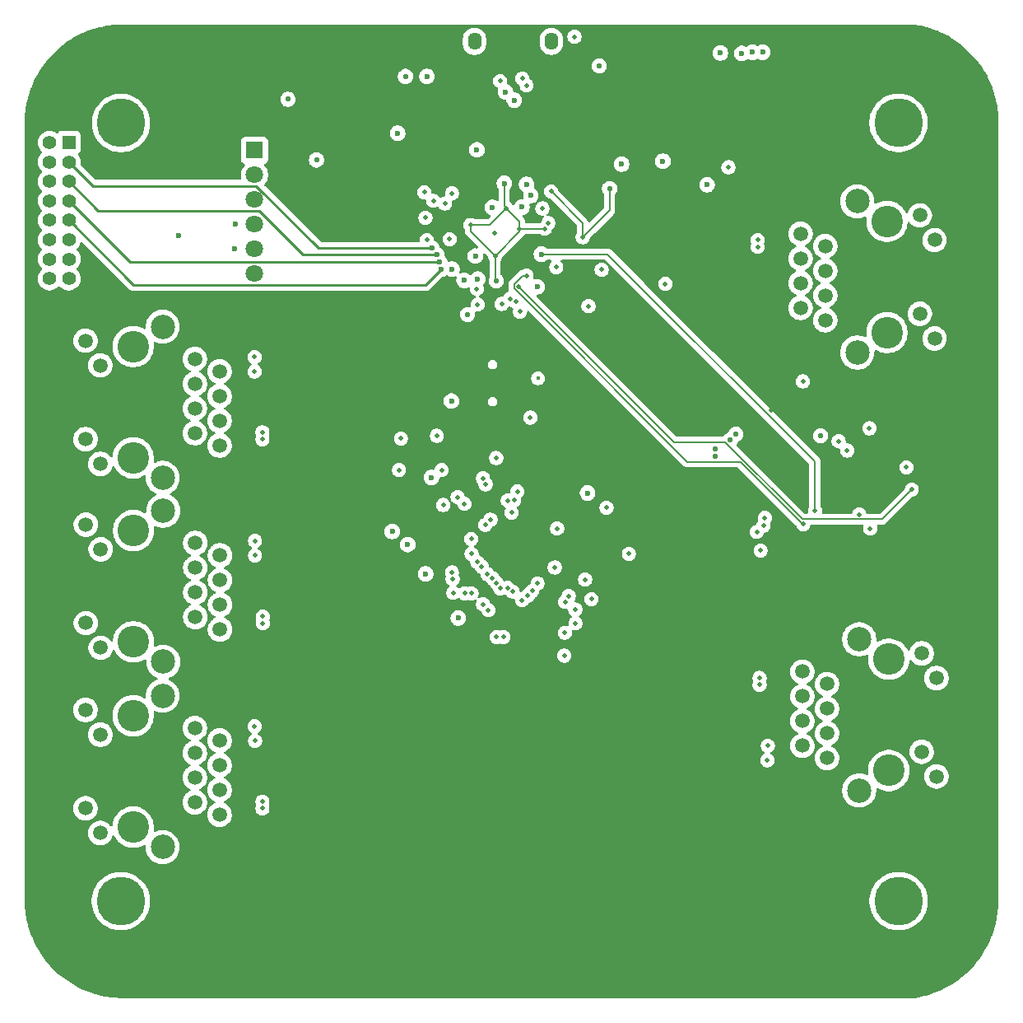
<source format=gbr>
%TF.GenerationSoftware,KiCad,Pcbnew,9.0.1*%
%TF.CreationDate,2025-06-03T17:56:08-07:00*%
%TF.ProjectId,peripheral_board,70657269-7068-4657-9261-6c5f626f6172,rev?*%
%TF.SameCoordinates,Original*%
%TF.FileFunction,Copper,L2,Inr*%
%TF.FilePolarity,Positive*%
%FSLAX46Y46*%
G04 Gerber Fmt 4.6, Leading zero omitted, Abs format (unit mm)*
G04 Created by KiCad (PCBNEW 9.0.1) date 2025-06-03 17:56:08*
%MOMM*%
%LPD*%
G01*
G04 APERTURE LIST*
%TA.AperFunction,ComponentPad*%
%ADD10C,3.250000*%
%TD*%
%TA.AperFunction,ComponentPad*%
%ADD11C,1.520000*%
%TD*%
%TA.AperFunction,ComponentPad*%
%ADD12C,2.500000*%
%TD*%
%TA.AperFunction,ComponentPad*%
%ADD13C,5.000000*%
%TD*%
%TA.AperFunction,ComponentPad*%
%ADD14O,1.400000X1.800000*%
%TD*%
%TA.AperFunction,ComponentPad*%
%ADD15R,1.400000X1.400000*%
%TD*%
%TA.AperFunction,ComponentPad*%
%ADD16C,1.400000*%
%TD*%
%TA.AperFunction,ComponentPad*%
%ADD17R,1.800000X1.800000*%
%TD*%
%TA.AperFunction,ComponentPad*%
%ADD18C,1.800000*%
%TD*%
%TA.AperFunction,ViaPad*%
%ADD19C,0.460000*%
%TD*%
%TA.AperFunction,ViaPad*%
%ADD20C,0.600000*%
%TD*%
%TA.AperFunction,ViaPad*%
%ADD21C,0.560000*%
%TD*%
%TA.AperFunction,ViaPad*%
%ADD22C,0.400000*%
%TD*%
%TA.AperFunction,Conductor*%
%ADD23C,0.127000*%
%TD*%
%TA.AperFunction,Conductor*%
%ADD24C,0.152400*%
%TD*%
%TA.AperFunction,Conductor*%
%ADD25C,0.254000*%
%TD*%
%TA.AperFunction,Conductor*%
%ADD26C,0.200000*%
%TD*%
%TA.AperFunction,Conductor*%
%ADD27C,0.150000*%
%TD*%
G04 APERTURE END LIST*
D10*
%TO.N,*%
%TO.C,RJ3*%
X108050000Y-94192500D03*
X108050000Y-105632500D03*
D11*
%TO.N,TX2+*%
X114400000Y-95462500D03*
%TO.N,TX2-*%
X116940000Y-96732500D03*
%TO.N,T2CT*%
X114400000Y-98012500D03*
%TO.N,GND*%
X116940000Y-99282500D03*
X114400000Y-100542500D03*
%TO.N,R2CT*%
X116940000Y-101812500D03*
%TO.N,Net-(C41-Pad2)*%
X114400000Y-103082500D03*
%TO.N,Net-(C40-Pad2)*%
X116940000Y-104352500D03*
%TO.N,LED2_1*%
X104670000Y-96122500D03*
%TO.N,+3V3*%
X103150000Y-93582500D03*
%TO.N,LED2_0*%
X104670000Y-106242500D03*
%TO.N,+3V3*%
X103150000Y-103702500D03*
D12*
%TO.N,GND*%
X111100000Y-92142500D03*
X111100000Y-107682500D03*
%TD*%
D13*
%TO.N,N/C*%
%TO.C,H3*%
X186760192Y-132278569D03*
%TD*%
%TO.N,N/C*%
%TO.C,H4*%
X106735192Y-132278569D03*
%TD*%
%TO.N,N/C*%
%TO.C,H2*%
X186735192Y-52278569D03*
%TD*%
D10*
%TO.N,*%
%TO.C,RJ5*%
X185750000Y-118857500D03*
X185750000Y-107417500D03*
D11*
%TO.N,TX4+*%
X179400000Y-117587500D03*
%TO.N,TX4-*%
X176860000Y-116317500D03*
%TO.N,T4CT*%
X179400000Y-115037499D03*
%TO.N,GND*%
X176860000Y-113767500D03*
X179400000Y-112507500D03*
%TO.N,R4CT*%
X176860000Y-111237500D03*
%TO.N,Net-(C49-Pad2)*%
X179400000Y-109967500D03*
%TO.N,Net-(C48-Pad2)*%
X176860000Y-108697500D03*
%TO.N,LED4_1*%
X189130000Y-116927500D03*
%TO.N,+3V3*%
X190650000Y-119467500D03*
%TO.N,LED4_0*%
X189129999Y-106807500D03*
%TO.N,+3V3*%
X190650000Y-109347500D03*
D12*
%TO.N,GND*%
X182700000Y-120907500D03*
X182700000Y-105367500D03*
%TD*%
D14*
%TO.N,GND*%
%TO.C,J3*%
X151025192Y-43903569D03*
X143125192Y-43903569D03*
%TD*%
D13*
%TO.N,N/C*%
%TO.C,H1*%
X106760192Y-52303569D03*
%TD*%
D10*
%TO.N,*%
%TO.C,RJ1*%
X185560192Y-73836069D03*
X185560192Y-62396069D03*
D11*
%TO.N,TX +*%
X179210192Y-72566069D03*
%TO.N,TX -*%
X176670192Y-71296069D03*
%TO.N,TCT*%
X179210192Y-70016069D03*
%TO.N,GND*%
X176670192Y-68746069D03*
X179210192Y-67486069D03*
%TO.N,RCT*%
X176670192Y-66216069D03*
%TO.N,Net-(C32-Pad2)*%
X179210192Y-64946069D03*
%TO.N,Net-(C33-Pad2)*%
X176670192Y-63676069D03*
%TO.N,GREEN_LED*%
X188940192Y-71906069D03*
%TO.N,+3V3*%
X190460192Y-74446069D03*
%TO.N,YELLOW_LED*%
X188940192Y-61786069D03*
%TO.N,+3V3*%
X190460192Y-64326069D03*
D12*
%TO.N,GND*%
X182510192Y-75886069D03*
X182510192Y-60346069D03*
%TD*%
D10*
%TO.N,*%
%TO.C,RJ4*%
X108010000Y-113230000D03*
X108010000Y-124670000D03*
D11*
%TO.N,TX3+*%
X114360000Y-114500000D03*
%TO.N,TX3-*%
X116900000Y-115770000D03*
%TO.N,T3CT*%
X114360000Y-117050001D03*
%TO.N,GND*%
X116900000Y-118320000D03*
X114360000Y-119580000D03*
%TO.N,R3CT*%
X116900000Y-120850000D03*
%TO.N,Net-(C45-Pad2)*%
X114360000Y-122120000D03*
%TO.N,Net-(C44-Pad2)*%
X116900000Y-123390000D03*
%TO.N,LED3_1*%
X104630000Y-115160000D03*
%TO.N,+3V3*%
X103110000Y-112620000D03*
%TO.N,LED3_0*%
X104630001Y-125280000D03*
%TO.N,+3V3*%
X103110000Y-122740000D03*
D12*
%TO.N,GND*%
X111060000Y-111180000D03*
X111060000Y-126720000D03*
%TD*%
D15*
%TO.N,+3V3*%
%TO.C,CN1*%
X101400000Y-54300000D03*
D16*
X99400000Y-54300000D03*
%TO.N,UART1_TX*%
X101400000Y-56300000D03*
%TO.N,unconnected-(CN1-Pad4)*%
X99400000Y-56300000D03*
%TO.N,UART1_RX*%
X101400000Y-58300000D03*
%TO.N,unconnected-(CN1-Pad6)*%
X99400000Y-58300000D03*
%TO.N,UART1_CTS*%
X101400000Y-60300000D03*
%TO.N,SPI1_RX*%
X99400000Y-60300000D03*
%TO.N,UART1_RTS*%
X101400000Y-62300000D03*
%TO.N,SPI1_SCK*%
X99400000Y-62300000D03*
%TO.N,unconnected-(CN1-Pad11)*%
X101400000Y-64300000D03*
%TO.N,SPI1_CS1*%
X99400000Y-64300000D03*
%TO.N,unconnected-(CN1-Pad13)*%
X101400000Y-66300000D03*
%TO.N,SPI1_TX*%
X99400000Y-66300000D03*
%TO.N,GND*%
X101400000Y-68300000D03*
X99400000Y-68300000D03*
%TD*%
D10*
%TO.N,*%
%TO.C,RJ2*%
X108010000Y-75280000D03*
X108010000Y-86720000D03*
D11*
%TO.N,TX1+*%
X114360000Y-76550000D03*
%TO.N,TX1-*%
X116900000Y-77820000D03*
%TO.N,T1CT*%
X114360000Y-79100000D03*
%TO.N,GND*%
X116900000Y-80370000D03*
X114360000Y-81630000D03*
%TO.N,R1CT*%
X116900000Y-82900000D03*
%TO.N,Net-(C37-Pad2)*%
X114360000Y-84170000D03*
%TO.N,Net-(C36-Pad2)*%
X116900000Y-85440000D03*
%TO.N,LED1_1*%
X104630000Y-77210000D03*
%TO.N,+3V3*%
X103110000Y-74670000D03*
%TO.N,LED1_0*%
X104630000Y-87330000D03*
%TO.N,+3V3*%
X103110000Y-84790000D03*
D12*
%TO.N,GND*%
X111060000Y-73230000D03*
X111060000Y-88770000D03*
%TD*%
D17*
%TO.N,+3V3*%
%TO.C,J2*%
X120500000Y-55100000D03*
D18*
%TO.N,SDA1*%
X120500000Y-57640000D03*
%TO.N,SCL1*%
X120500000Y-60179999D03*
%TO.N,RX*%
X120500000Y-62720001D03*
%TO.N,TX*%
X120500000Y-65260000D03*
%TO.N,GND*%
X120500000Y-67800000D03*
%TD*%
D19*
%TO.N,GNDA*%
X121925000Y-80835000D03*
X168816959Y-90203833D03*
X173625285Y-81859973D03*
X121925001Y-118784999D03*
X171835000Y-113302500D03*
X170407948Y-92572641D03*
X166110192Y-96128569D03*
X121965000Y-99747500D03*
X170460192Y-96628569D03*
X170160461Y-90557386D03*
X171645192Y-68281069D03*
%TO.N,GND*%
X137960192Y-59403569D03*
X172988889Y-92890839D03*
D20*
X138100000Y-98650000D03*
X112650000Y-63900000D03*
X154760192Y-90328569D03*
D19*
X145925000Y-70900000D03*
D20*
X134660192Y-94278569D03*
D19*
X143450000Y-70950000D03*
X147527348Y-90171713D03*
X176913331Y-78854769D03*
X156710192Y-91828569D03*
D20*
X171708897Y-45023705D03*
D19*
X155160192Y-101228569D03*
D21*
X123925192Y-49853569D03*
D19*
X151628568Y-93990092D03*
D21*
X142400192Y-71978569D03*
D20*
X167050000Y-58650000D03*
X143375192Y-55053569D03*
D21*
X155972692Y-46428569D03*
D20*
X148925192Y-59753569D03*
D21*
X126875192Y-56103569D03*
D19*
X149613315Y-99611589D03*
D20*
X148475192Y-58603569D03*
D19*
X147800000Y-71700000D03*
X148022321Y-101344002D03*
D20*
X138691110Y-88732515D03*
X138225192Y-47503569D03*
D19*
X183842977Y-93986853D03*
X142789734Y-95050754D03*
X151010192Y-59328569D03*
X151535192Y-67103569D03*
X138235192Y-64328569D03*
X144769632Y-93070854D03*
X135560192Y-84728569D03*
X151381080Y-97985243D03*
X162760192Y-68828569D03*
X142825090Y-96571030D03*
X153510192Y-103728569D03*
X145225192Y-63573569D03*
X148046882Y-47712558D03*
D20*
X135225192Y-53353569D03*
X136260192Y-95628569D03*
D19*
X154260192Y-64028569D03*
X138085192Y-62028569D03*
X159010192Y-96578569D03*
X146950000Y-92350000D03*
D20*
X141460192Y-103178569D03*
D21*
X157022692Y-59028569D03*
D19*
%TO.N,+1V1*%
X145260192Y-65978569D03*
X142710192Y-62778569D03*
D21*
X145368692Y-68518569D03*
D19*
X147760192Y-63178569D03*
X146410192Y-61078569D03*
X150360192Y-63153569D03*
D20*
X146182519Y-58496242D03*
%TO.N,D-*%
X146325192Y-49103569D03*
X147225192Y-49953569D03*
%TO.N,SPI1_RX*%
X140810192Y-67328569D03*
%TO.N,UART1_RTS*%
X139678573Y-67350522D03*
%TO.N,SPI1_TX*%
X143461692Y-68344544D03*
%TO.N,UART1_CTS*%
X139528988Y-66564629D03*
%TO.N,UART1_TX*%
X138760192Y-65178569D03*
%TO.N,UART1_RX*%
X139240194Y-65818571D03*
%TO.N,SPI1_CS1*%
X142060192Y-68478569D03*
%TO.N,SPI1_SCK*%
X143210192Y-65978569D03*
D19*
%TO.N,RX*%
X138900000Y-60300000D03*
D20*
X118550000Y-62700000D03*
%TO.N,TX*%
X118450000Y-65250000D03*
D19*
X140085192Y-60578569D03*
D21*
%TO.N,Net-(JP2-B)*%
X178725735Y-84445951D03*
D19*
%TO.N,Net-(JP3-B)*%
X180590286Y-85006598D03*
%TO.N,LED1_0*%
X144260192Y-89428569D03*
%TO.N,LED1_1*%
X144000204Y-88821931D03*
%TO.N,LED2_0*%
X146558805Y-91104327D03*
%TO.N,LED2_1*%
X147217042Y-91056076D03*
%TO.N,LED3_0*%
X149060192Y-100378569D03*
D21*
%TO.N,TX -*%
X170020614Y-84286924D03*
%TO.N,TX +*%
X169447858Y-84859680D03*
D20*
%TO.N,SPI0_CSO*%
X162510192Y-56228569D03*
X149560192Y-69128569D03*
D19*
%TO.N,YELLOW_LED*%
X172860192Y-93678569D03*
%TO.N,GREEN_LED*%
X172166802Y-94335179D03*
%TO.N,LED3_1*%
X148610192Y-100878569D03*
%TO.N,LED4_1*%
X152460192Y-101528569D03*
%TO.N,LED4_0*%
X152810192Y-100928569D03*
%TO.N,SPI0_MOSI*%
X178150768Y-92113021D03*
D20*
X168410192Y-45100000D03*
X150010192Y-65778569D03*
%TO.N,SPI0_SCK*%
X170610192Y-45150000D03*
D19*
X148485192Y-67978569D03*
X176948687Y-93527235D03*
D20*
%TO.N,SPI0_MISO*%
X172775000Y-45025000D03*
D19*
X188110192Y-89978569D03*
X147684692Y-69083098D03*
%TO.N,Net-(JP4-B)*%
X181474171Y-85961193D03*
%TO.N,SPI0_CS1*%
X182710192Y-92528569D03*
X150717093Y-62598389D03*
D21*
%TO.N,RX +*%
X167901687Y-86577528D03*
D19*
X172260192Y-65016069D03*
%TO.N,RX -*%
X172260192Y-64316069D03*
D21*
X167901687Y-85767526D03*
D19*
%TO.N,SWDIO*%
X147379391Y-70657168D03*
%TO.N,SWCLK*%
X146786249Y-70367710D03*
%TO.N,+3V3*%
X187560192Y-87678569D03*
D21*
X136025192Y-47503569D03*
D19*
X145360192Y-86728569D03*
X154860192Y-71128569D03*
X183760192Y-83678569D03*
X143368481Y-69336857D03*
D20*
X148010192Y-60943571D03*
D19*
X139908285Y-91560787D03*
X156210192Y-67378569D03*
D20*
X140760192Y-80878569D03*
D19*
X169250000Y-56850000D03*
X140560192Y-64228569D03*
X140950000Y-100600000D03*
X140810192Y-59528569D03*
X153410192Y-43428569D03*
X139759198Y-87978569D03*
X172560192Y-96228569D03*
X148860192Y-82578569D03*
D20*
X144960192Y-60978569D03*
D19*
X152372970Y-107041347D03*
X150110192Y-61078569D03*
X135360192Y-87978569D03*
X141397566Y-90750068D03*
X154510192Y-99228569D03*
X152423922Y-104692299D03*
%TO.N,1.2D*%
X153486234Y-102302527D03*
X142092281Y-91446480D03*
%TO.N,RST_N*%
X144239304Y-93601182D03*
X139254198Y-84444149D03*
%TO.N,RX1-*%
X121310000Y-84800000D03*
X140873743Y-99160958D03*
D20*
%TO.N,VBUS*%
X158260192Y-56528569D03*
D19*
X145760192Y-47978569D03*
X148485192Y-48428569D03*
D22*
%TO.N,~{RESET}*%
X149650000Y-78550000D03*
D19*
%TO.N,RX1+*%
X140806537Y-98504386D03*
X121310000Y-84100000D03*
%TO.N,RX2-*%
X142820910Y-100636480D03*
X121350000Y-103712500D03*
%TO.N,RX2+*%
X121350000Y-103012500D03*
X142110910Y-100636480D03*
%TO.N,RX3+*%
X121310000Y-122050000D03*
X145406232Y-99590581D03*
%TO.N,RX4-*%
X147048545Y-100460379D03*
X172450000Y-109337500D03*
%TO.N,RX4+*%
X172450000Y-110037500D03*
X146510192Y-100078569D03*
%TO.N,TX1+*%
X143410192Y-97428569D03*
X120500000Y-76350000D03*
%TO.N,TX1-*%
X120500000Y-77850000D03*
X143876884Y-97895261D03*
%TO.N,TX2+*%
X120545000Y-95250000D03*
X144460192Y-98678569D03*
%TO.N,TX2-*%
X120545000Y-96750000D03*
X144976630Y-99089537D03*
%TO.N,TX3+*%
X120500000Y-114300000D03*
X144010192Y-101778569D03*
%TO.N,TX3-*%
X144560192Y-102378569D03*
X120550000Y-115800000D03*
%TO.N,TX4+*%
X173250000Y-117800000D03*
X145405192Y-105128569D03*
%TO.N,TX4-*%
X173300000Y-116300000D03*
X146115192Y-105128569D03*
%TO.N,RX3-*%
X121310001Y-122749999D03*
X145776535Y-100136914D03*
%TD*%
D23*
%TO.N,GND*%
X157022692Y-61266069D02*
X154260192Y-64028569D01*
X157022692Y-59028569D02*
X157022692Y-61266069D01*
D24*
X151010192Y-59328569D02*
X154260192Y-62578569D01*
X154260192Y-62578569D02*
X154260192Y-64028569D01*
%TO.N,+1V1*%
X144710192Y-62778569D02*
X142710192Y-62778569D01*
D23*
X147760192Y-62428569D02*
X146410192Y-61078569D01*
X145260192Y-65978569D02*
X147760192Y-63478569D01*
X145260192Y-65978569D02*
X145260192Y-68410069D01*
X145260192Y-68410069D02*
X145368692Y-68518569D01*
D24*
X146182519Y-60850896D02*
X146410192Y-61078569D01*
D23*
X150360192Y-63153569D02*
X147785192Y-63153569D01*
X147785192Y-63153569D02*
X147760192Y-63178569D01*
X147760192Y-63178569D02*
X147760192Y-62428569D01*
D24*
X146410192Y-61078569D02*
X144710192Y-62778569D01*
D23*
X142710192Y-62778569D02*
X142710192Y-63428569D01*
D24*
X146225192Y-58453569D02*
X146182519Y-58496242D01*
D23*
X142710192Y-63428569D02*
X145260192Y-65978569D01*
X147760192Y-63478569D02*
X147760192Y-63178569D01*
D24*
X146182519Y-58496242D02*
X146182519Y-60850896D01*
D25*
%TO.N,UART1_RTS*%
X108028000Y-68928000D02*
X138101095Y-68928000D01*
X138101095Y-68928000D02*
X139678573Y-67350522D01*
X101400000Y-62300000D02*
X108028000Y-68928000D01*
D26*
%TO.N,UART1_CTS*%
X139528988Y-66564629D02*
X139501928Y-66537569D01*
D25*
X139528988Y-66564629D02*
X107664629Y-66564629D01*
X107664629Y-66564629D02*
X101400000Y-60300000D01*
%TO.N,UART1_TX*%
X138760192Y-65178569D02*
X127093803Y-65178569D01*
X127093803Y-65178569D02*
X120683234Y-58768000D01*
X120683234Y-58768000D02*
X103868000Y-58768000D01*
X103868000Y-58768000D02*
X101400000Y-56300000D01*
%TO.N,UART1_RX*%
X104407999Y-61307999D02*
X120967233Y-61307999D01*
X101400000Y-58300000D02*
X104407999Y-61307999D01*
X125477805Y-65818571D02*
X139240194Y-65818571D01*
X120967233Y-61307999D02*
X125477805Y-65818571D01*
D27*
%TO.N,SPI0_MOSI*%
X178150768Y-87101049D02*
X178150768Y-92113021D01*
X150010192Y-65778569D02*
X156828288Y-65778569D01*
X156828288Y-65778569D02*
X178150768Y-87101049D01*
D23*
%TO.N,SPI0_SCK*%
X147190192Y-68878269D02*
X147190192Y-69287927D01*
X165024293Y-87122028D02*
X170476304Y-87122028D01*
X148089892Y-67978569D02*
X147190192Y-68878269D01*
X148485192Y-67978569D02*
X148089892Y-67978569D01*
X170476304Y-87122028D02*
X176881511Y-93527235D01*
X176881511Y-93527235D02*
X176948687Y-93527235D01*
X147190192Y-69287927D02*
X165024293Y-87122028D01*
%TO.N,SPI0_MISO*%
X176841207Y-93023069D02*
X185065692Y-93023069D01*
X185065692Y-93023069D02*
X188110192Y-89978569D01*
X147684692Y-69083098D02*
X163686814Y-85085220D01*
X168903358Y-85085220D02*
X176841207Y-93023069D01*
X163686814Y-85085220D02*
X168903358Y-85085220D01*
%TD*%
%TA.AperFunction,Conductor*%
%TO.N,GNDA*%
G36*
X188327896Y-42167706D02*
G01*
X188349038Y-42169524D01*
X188875336Y-42260639D01*
X188879272Y-42261386D01*
X189000400Y-42286432D01*
X189003502Y-42287118D01*
X189471772Y-42397345D01*
X189475948Y-42398406D01*
X189591294Y-42429865D01*
X189594187Y-42430692D01*
X190059642Y-42570065D01*
X190063982Y-42571455D01*
X190170437Y-42607753D01*
X190172972Y-42608649D01*
X190636616Y-42778259D01*
X190641195Y-42780040D01*
X190676650Y-42794654D01*
X190734830Y-42818637D01*
X190737053Y-42819579D01*
X191200387Y-43021209D01*
X191205181Y-43023418D01*
X191281540Y-43060617D01*
X191283204Y-43061445D01*
X191746954Y-43297140D01*
X191748841Y-43298099D01*
X191753806Y-43300766D01*
X191806368Y-43330560D01*
X191807862Y-43331421D01*
X192251841Y-43591538D01*
X192279859Y-43607953D01*
X192284892Y-43611066D01*
X192304543Y-43623886D01*
X192305653Y-43624620D01*
X192786688Y-43946510D01*
X192792675Y-43950781D01*
X193268571Y-44312174D01*
X193274316Y-44316813D01*
X193667741Y-44654457D01*
X193727756Y-44705963D01*
X193733228Y-44710951D01*
X193816474Y-44791510D01*
X194162616Y-45126484D01*
X194167784Y-45131793D01*
X194571590Y-45572229D01*
X194576431Y-45577837D01*
X194953203Y-46041592D01*
X194957701Y-46047479D01*
X195306116Y-46532925D01*
X195310253Y-46539070D01*
X195607400Y-47010130D01*
X195629040Y-47044434D01*
X195632799Y-47050807D01*
X195870754Y-47483284D01*
X195920855Y-47574341D01*
X195924228Y-47580931D01*
X195948730Y-47632540D01*
X196171768Y-48102341D01*
X196172380Y-48103649D01*
X196182952Y-48126604D01*
X196185316Y-48132080D01*
X196389289Y-48637633D01*
X196389927Y-48639247D01*
X196390857Y-48641650D01*
X196412430Y-48697401D01*
X196414344Y-48702704D01*
X196579894Y-49196095D01*
X196580543Y-49198085D01*
X196606720Y-49280700D01*
X196608217Y-49285801D01*
X196739581Y-49771824D01*
X196740165Y-49774071D01*
X196765175Y-49874321D01*
X196766279Y-49879162D01*
X196865985Y-50360598D01*
X196866511Y-50363285D01*
X196887245Y-50475863D01*
X196888004Y-50480472D01*
X196957632Y-50959101D01*
X196958036Y-50962136D01*
X196972593Y-51083092D01*
X196973036Y-51087418D01*
X197013531Y-51564365D01*
X197013772Y-51567739D01*
X197021003Y-51693538D01*
X197021168Y-51697561D01*
X197034652Y-52237974D01*
X197034690Y-52241563D01*
X197034492Y-52290929D01*
X197034692Y-52292784D01*
X197034692Y-132214222D01*
X197034637Y-132217915D01*
X197018569Y-132757219D01*
X197018385Y-132761228D01*
X197010506Y-132887826D01*
X197010250Y-132891189D01*
X196967777Y-133365251D01*
X196967315Y-133369562D01*
X196952105Y-133491277D01*
X196951690Y-133494299D01*
X196880331Y-133969919D01*
X196879553Y-133974510D01*
X196858153Y-134087939D01*
X196857618Y-134090616D01*
X196756449Y-134568807D01*
X196755321Y-134573656D01*
X196729626Y-134674859D01*
X196729010Y-134677187D01*
X196596485Y-135159671D01*
X196594974Y-135164748D01*
X196568070Y-135248510D01*
X196567414Y-135250493D01*
X196400969Y-135740209D01*
X196399040Y-135745489D01*
X196375773Y-135804953D01*
X196375118Y-135806592D01*
X196170571Y-136308197D01*
X196168196Y-136313645D01*
X196156737Y-136338296D01*
X196156121Y-136339601D01*
X195908223Y-136857053D01*
X195904835Y-136863615D01*
X195615968Y-137384506D01*
X195612196Y-137390856D01*
X195292821Y-137893640D01*
X195288677Y-137899753D01*
X194939944Y-138382622D01*
X194935443Y-138388478D01*
X194558589Y-138849720D01*
X194553748Y-138855298D01*
X194150083Y-139293306D01*
X194144919Y-139298585D01*
X193715922Y-139711758D01*
X193710452Y-139716721D01*
X193257585Y-140103649D01*
X193251829Y-140108277D01*
X192776747Y-140467544D01*
X192770726Y-140471821D01*
X192292695Y-140790439D01*
X192291488Y-140791234D01*
X192269454Y-140805552D01*
X192264397Y-140808668D01*
X191795778Y-141082191D01*
X191794247Y-141083071D01*
X191739465Y-141114009D01*
X191734509Y-141116661D01*
X191272207Y-141350776D01*
X191270337Y-141351703D01*
X191192137Y-141389664D01*
X191187322Y-141391876D01*
X190727253Y-141591395D01*
X190725035Y-141592331D01*
X190629547Y-141631557D01*
X190624905Y-141633356D01*
X190164676Y-141801157D01*
X190162100Y-141802064D01*
X190053878Y-141838843D01*
X190049443Y-141840258D01*
X189587537Y-141978125D01*
X189584604Y-141978962D01*
X189467399Y-142010827D01*
X189463195Y-142011891D01*
X188998600Y-142120911D01*
X188995306Y-142121637D01*
X188872390Y-142146974D01*
X188868447Y-142147720D01*
X188344858Y-142238093D01*
X188323768Y-142239900D01*
X107111704Y-142240566D01*
X107110079Y-142240089D01*
X107061883Y-142240551D01*
X107058478Y-142240537D01*
X106511492Y-142230758D01*
X106507427Y-142230619D01*
X106382009Y-142224257D01*
X106378574Y-142224035D01*
X105896211Y-142186118D01*
X105891851Y-142185697D01*
X105770966Y-142171884D01*
X105767861Y-142171490D01*
X105284111Y-142103806D01*
X105279477Y-142103068D01*
X105166264Y-142082834D01*
X105163496Y-142082307D01*
X104677566Y-141984018D01*
X104672680Y-141982926D01*
X104570897Y-141958023D01*
X104568472Y-141957404D01*
X104079009Y-141827120D01*
X104073900Y-141825642D01*
X103988093Y-141798813D01*
X103986007Y-141798140D01*
X103490782Y-141633636D01*
X103485480Y-141631740D01*
X103421732Y-141607298D01*
X103420015Y-141606625D01*
X102915188Y-141404242D01*
X102909726Y-141401899D01*
X102876856Y-141386855D01*
X102875437Y-141386195D01*
X102356557Y-141140747D01*
X102349869Y-141137332D01*
X101821715Y-140847145D01*
X101815246Y-140843331D01*
X101305635Y-140521712D01*
X101299409Y-140517514D01*
X100810193Y-140165634D01*
X100804233Y-140161067D01*
X100337212Y-139780219D01*
X100331539Y-139775299D01*
X99888435Y-139366890D01*
X99883070Y-139361636D01*
X99465485Y-138927138D01*
X99460466Y-138921589D01*
X99069946Y-138462610D01*
X99065257Y-138456749D01*
X99009555Y-138382622D01*
X98703241Y-137974982D01*
X98698915Y-137968847D01*
X98649227Y-137893640D01*
X98366719Y-137466045D01*
X98362777Y-137459664D01*
X98075271Y-136961330D01*
X98074497Y-136959970D01*
X98057649Y-136929897D01*
X98054884Y-136924671D01*
X97811239Y-136436246D01*
X97810554Y-136434847D01*
X97781751Y-136374851D01*
X97779451Y-136369768D01*
X97574426Y-135887731D01*
X97573606Y-135885755D01*
X97540629Y-135804256D01*
X97538773Y-135799372D01*
X97368388Y-135320118D01*
X97367655Y-135317989D01*
X97335156Y-135220375D01*
X97333671Y-135215596D01*
X97317528Y-135159671D01*
X97195593Y-134737250D01*
X97194904Y-134734759D01*
X97166029Y-134625471D01*
X97164931Y-134620972D01*
X97057659Y-134142281D01*
X97057021Y-134139256D01*
X97047403Y-134090616D01*
X97033824Y-134021944D01*
X97033056Y-134017656D01*
X97033048Y-134017608D01*
X96955679Y-133537837D01*
X96955181Y-133534448D01*
X96949845Y-133494299D01*
X96938943Y-133412269D01*
X96938489Y-133408365D01*
X96884530Y-132866867D01*
X96883920Y-132854576D01*
X96883923Y-132781950D01*
X96883947Y-132110060D01*
X103734692Y-132110060D01*
X103734692Y-132447077D01*
X103772423Y-132781950D01*
X103772425Y-132781966D01*
X103847415Y-133110522D01*
X103847419Y-133110534D01*
X103958724Y-133428623D01*
X104104944Y-133732252D01*
X104160408Y-133820522D01*
X104284246Y-134017608D01*
X104494367Y-134281092D01*
X104732669Y-134519394D01*
X104996153Y-134729515D01*
X105281506Y-134908815D01*
X105585141Y-135055038D01*
X105824040Y-135138632D01*
X105903226Y-135166341D01*
X105903238Y-135166345D01*
X106231798Y-135241336D01*
X106566684Y-135279068D01*
X106566685Y-135279069D01*
X106566688Y-135279069D01*
X106903699Y-135279069D01*
X106903699Y-135279068D01*
X107238586Y-135241336D01*
X107567146Y-135166345D01*
X107885243Y-135055038D01*
X108188878Y-134908815D01*
X108474231Y-134729515D01*
X108737715Y-134519394D01*
X108976017Y-134281092D01*
X109186138Y-134017608D01*
X109365438Y-133732255D01*
X109511661Y-133428620D01*
X109622968Y-133110523D01*
X109697959Y-132781963D01*
X109735692Y-132447073D01*
X109735692Y-132110065D01*
X109735691Y-132110060D01*
X183759692Y-132110060D01*
X183759692Y-132447077D01*
X183797423Y-132781950D01*
X183797425Y-132781966D01*
X183872415Y-133110522D01*
X183872419Y-133110534D01*
X183983724Y-133428623D01*
X184129944Y-133732252D01*
X184185408Y-133820522D01*
X184309246Y-134017608D01*
X184519367Y-134281092D01*
X184757669Y-134519394D01*
X185021153Y-134729515D01*
X185306506Y-134908815D01*
X185610141Y-135055038D01*
X185849040Y-135138632D01*
X185928226Y-135166341D01*
X185928238Y-135166345D01*
X186256798Y-135241336D01*
X186591684Y-135279068D01*
X186591685Y-135279069D01*
X186591688Y-135279069D01*
X186928699Y-135279069D01*
X186928699Y-135279068D01*
X187263586Y-135241336D01*
X187592146Y-135166345D01*
X187910243Y-135055038D01*
X188213878Y-134908815D01*
X188499231Y-134729515D01*
X188762715Y-134519394D01*
X189001017Y-134281092D01*
X189211138Y-134017608D01*
X189390438Y-133732255D01*
X189536661Y-133428620D01*
X189647968Y-133110523D01*
X189722959Y-132781963D01*
X189760692Y-132447073D01*
X189760692Y-132110065D01*
X189722959Y-131775175D01*
X189647968Y-131446615D01*
X189536661Y-131128518D01*
X189390438Y-130824883D01*
X189211138Y-130539530D01*
X189001017Y-130276046D01*
X188762715Y-130037744D01*
X188499231Y-129827623D01*
X188213878Y-129648323D01*
X188213875Y-129648321D01*
X187910246Y-129502101D01*
X187592157Y-129390796D01*
X187592145Y-129390792D01*
X187263589Y-129315802D01*
X187263573Y-129315800D01*
X186928700Y-129278069D01*
X186928696Y-129278069D01*
X186591688Y-129278069D01*
X186591683Y-129278069D01*
X186256810Y-129315800D01*
X186256794Y-129315802D01*
X185928238Y-129390792D01*
X185928226Y-129390796D01*
X185610137Y-129502101D01*
X185306508Y-129648321D01*
X185021154Y-129827622D01*
X184757669Y-130037743D01*
X184519366Y-130276046D01*
X184309245Y-130539531D01*
X184129944Y-130824885D01*
X183983724Y-131128514D01*
X183872419Y-131446603D01*
X183872415Y-131446615D01*
X183797425Y-131775171D01*
X183797423Y-131775187D01*
X183759692Y-132110060D01*
X109735691Y-132110060D01*
X109697959Y-131775175D01*
X109622968Y-131446615D01*
X109511661Y-131128518D01*
X109365438Y-130824883D01*
X109186138Y-130539530D01*
X108976017Y-130276046D01*
X108737715Y-130037744D01*
X108474231Y-129827623D01*
X108188878Y-129648323D01*
X108188875Y-129648321D01*
X107885246Y-129502101D01*
X107567157Y-129390796D01*
X107567145Y-129390792D01*
X107238589Y-129315802D01*
X107238573Y-129315800D01*
X106903700Y-129278069D01*
X106903696Y-129278069D01*
X106566688Y-129278069D01*
X106566683Y-129278069D01*
X106231810Y-129315800D01*
X106231794Y-129315802D01*
X105903238Y-129390792D01*
X105903226Y-129390796D01*
X105585137Y-129502101D01*
X105281508Y-129648321D01*
X104996154Y-129827622D01*
X104732669Y-130037743D01*
X104494366Y-130276046D01*
X104284245Y-130539531D01*
X104104944Y-130824885D01*
X103958724Y-131128514D01*
X103847419Y-131446603D01*
X103847415Y-131446615D01*
X103772425Y-131775171D01*
X103772423Y-131775187D01*
X103734692Y-132110060D01*
X96883947Y-132110060D01*
X96884191Y-125180790D01*
X103369501Y-125180790D01*
X103369501Y-125379209D01*
X103398915Y-125564920D01*
X103400538Y-125575168D01*
X103447141Y-125718596D01*
X103461851Y-125763868D01*
X103507465Y-125853390D01*
X103551924Y-125940646D01*
X103668545Y-126101161D01*
X103808840Y-126241456D01*
X103969355Y-126358077D01*
X104082801Y-126415880D01*
X104146132Y-126448149D01*
X104146134Y-126448149D01*
X104146137Y-126448151D01*
X104334833Y-126509463D01*
X104432815Y-126524981D01*
X104530792Y-126540500D01*
X104530797Y-126540500D01*
X104729210Y-126540500D01*
X104818279Y-126526392D01*
X104925169Y-126509463D01*
X105113865Y-126448151D01*
X105290647Y-126358077D01*
X105451162Y-126241456D01*
X105591457Y-126101161D01*
X105708078Y-125940646D01*
X105798152Y-125763864D01*
X105854439Y-125590631D01*
X105893874Y-125532960D01*
X105958233Y-125505761D01*
X106027079Y-125517676D01*
X106078555Y-125564920D01*
X106086928Y-125581498D01*
X106099602Y-125612094D01*
X106099609Y-125612109D01*
X106238914Y-125853390D01*
X106238925Y-125853406D01*
X106408533Y-126074445D01*
X106408539Y-126074452D01*
X106605547Y-126271460D01*
X106605554Y-126271466D01*
X106744079Y-126377759D01*
X106826602Y-126441081D01*
X106826609Y-126441085D01*
X107067890Y-126580390D01*
X107067895Y-126580392D01*
X107067898Y-126580394D01*
X107325314Y-126687019D01*
X107594446Y-126759132D01*
X107870687Y-126795500D01*
X107870694Y-126795500D01*
X108149306Y-126795500D01*
X108149313Y-126795500D01*
X108425554Y-126759132D01*
X108694686Y-126687019D01*
X108952102Y-126580394D01*
X109124685Y-126480752D01*
X109192583Y-126464280D01*
X109258610Y-126487132D01*
X109301801Y-126542053D01*
X109309231Y-126601178D01*
X109309766Y-126601214D01*
X109309584Y-126603985D01*
X109309625Y-126604309D01*
X109309501Y-126605246D01*
X109309500Y-126605272D01*
X109309500Y-126834741D01*
X109334446Y-127024215D01*
X109339452Y-127062238D01*
X109339453Y-127062240D01*
X109398842Y-127283887D01*
X109486650Y-127495876D01*
X109486657Y-127495890D01*
X109601392Y-127694617D01*
X109741081Y-127876661D01*
X109741089Y-127876670D01*
X109903330Y-128038911D01*
X109903338Y-128038918D01*
X110085382Y-128178607D01*
X110085385Y-128178608D01*
X110085388Y-128178611D01*
X110284112Y-128293344D01*
X110284117Y-128293346D01*
X110284123Y-128293349D01*
X110375480Y-128331190D01*
X110496113Y-128381158D01*
X110717762Y-128440548D01*
X110945266Y-128470500D01*
X110945273Y-128470500D01*
X111174727Y-128470500D01*
X111174734Y-128470500D01*
X111402238Y-128440548D01*
X111623887Y-128381158D01*
X111835888Y-128293344D01*
X112034612Y-128178611D01*
X112216661Y-128038919D01*
X112216665Y-128038914D01*
X112216670Y-128038911D01*
X112378911Y-127876670D01*
X112378914Y-127876665D01*
X112378919Y-127876661D01*
X112518611Y-127694612D01*
X112633344Y-127495888D01*
X112721158Y-127283887D01*
X112780548Y-127062238D01*
X112810500Y-126834734D01*
X112810500Y-126605266D01*
X112780548Y-126377762D01*
X112721158Y-126156113D01*
X112633344Y-125944112D01*
X112518611Y-125745388D01*
X112518608Y-125745385D01*
X112518607Y-125745382D01*
X112378918Y-125563338D01*
X112378911Y-125563330D01*
X112216670Y-125401089D01*
X112216661Y-125401081D01*
X112034617Y-125261392D01*
X111835890Y-125146657D01*
X111835876Y-125146650D01*
X111623887Y-125058842D01*
X111402238Y-124999452D01*
X111364215Y-124994446D01*
X111174741Y-124969500D01*
X111174734Y-124969500D01*
X110945266Y-124969500D01*
X110945258Y-124969500D01*
X110728715Y-124998009D01*
X110717762Y-124999452D01*
X110646860Y-125018450D01*
X110496112Y-125058842D01*
X110280361Y-125148209D01*
X110279812Y-125146885D01*
X110216904Y-125157843D01*
X110152516Y-125130715D01*
X110113016Y-125073082D01*
X110107966Y-125018450D01*
X110110468Y-124999452D01*
X110135500Y-124809313D01*
X110135500Y-124530687D01*
X110099132Y-124254446D01*
X110027019Y-123985314D01*
X109920394Y-123727898D01*
X109920392Y-123727895D01*
X109920390Y-123727890D01*
X109781085Y-123486609D01*
X109781081Y-123486602D01*
X109712604Y-123397360D01*
X109611466Y-123265554D01*
X109611460Y-123265547D01*
X109414452Y-123068539D01*
X109414445Y-123068533D01*
X109193406Y-122898925D01*
X109193404Y-122898923D01*
X109193398Y-122898919D01*
X109193393Y-122898916D01*
X109193390Y-122898914D01*
X108952109Y-122759609D01*
X108952098Y-122759604D01*
X108694695Y-122652984D01*
X108694688Y-122652982D01*
X108694686Y-122652981D01*
X108425554Y-122580868D01*
X108425548Y-122580867D01*
X108425543Y-122580866D01*
X108149322Y-122544501D01*
X108149319Y-122544500D01*
X108149313Y-122544500D01*
X107870687Y-122544500D01*
X107870681Y-122544500D01*
X107870677Y-122544501D01*
X107594456Y-122580866D01*
X107594449Y-122580867D01*
X107594446Y-122580868D01*
X107325314Y-122652981D01*
X107325304Y-122652984D01*
X107067901Y-122759604D01*
X107067890Y-122759609D01*
X106826609Y-122898914D01*
X106826593Y-122898925D01*
X106605554Y-123068533D01*
X106605547Y-123068539D01*
X106408539Y-123265547D01*
X106408533Y-123265554D01*
X106238925Y-123486593D01*
X106238914Y-123486609D01*
X106099609Y-123727890D01*
X106099604Y-123727901D01*
X105992984Y-123985304D01*
X105992981Y-123985314D01*
X105934942Y-124201923D01*
X105920869Y-124254443D01*
X105920867Y-124254454D01*
X105888121Y-124503176D01*
X105859854Y-124567072D01*
X105801530Y-124605543D01*
X105731665Y-124606374D01*
X105672442Y-124569302D01*
X105664864Y-124559875D01*
X105591459Y-124458842D01*
X105591454Y-124458836D01*
X105451164Y-124318546D01*
X105451162Y-124318544D01*
X105290647Y-124201923D01*
X105233923Y-124173021D01*
X105113869Y-124111850D01*
X105068597Y-124097140D01*
X104925169Y-124050537D01*
X104925163Y-124050536D01*
X104729210Y-124019500D01*
X104729205Y-124019500D01*
X104530797Y-124019500D01*
X104530792Y-124019500D01*
X104334838Y-124050536D01*
X104334836Y-124050536D01*
X104334833Y-124050537D01*
X104240485Y-124081193D01*
X104146132Y-124111850D01*
X103969353Y-124201924D01*
X103969350Y-124201926D01*
X103883256Y-124264477D01*
X103808840Y-124318544D01*
X103808838Y-124318546D01*
X103808837Y-124318546D01*
X103668547Y-124458836D01*
X103668547Y-124458837D01*
X103668545Y-124458839D01*
X103636332Y-124503176D01*
X103551927Y-124619349D01*
X103551925Y-124619352D01*
X103461851Y-124796131D01*
X103457568Y-124809313D01*
X103400538Y-124984832D01*
X103400537Y-124984835D01*
X103400537Y-124984837D01*
X103369501Y-125180790D01*
X96884191Y-125180790D01*
X96884281Y-122640790D01*
X101849500Y-122640790D01*
X101849500Y-122839209D01*
X101880536Y-123035162D01*
X101880537Y-123035168D01*
X101899925Y-123094837D01*
X101941850Y-123223868D01*
X102003021Y-123343922D01*
X102031923Y-123400646D01*
X102148544Y-123561161D01*
X102288839Y-123701456D01*
X102449354Y-123818077D01*
X102558843Y-123873864D01*
X102626131Y-123908149D01*
X102626133Y-123908149D01*
X102626136Y-123908151D01*
X102814832Y-123969463D01*
X102912814Y-123984981D01*
X103010791Y-124000500D01*
X103010796Y-124000500D01*
X103209209Y-124000500D01*
X103298278Y-123986392D01*
X103405168Y-123969463D01*
X103593864Y-123908151D01*
X103770646Y-123818077D01*
X103931161Y-123701456D01*
X104071456Y-123561161D01*
X104188077Y-123400646D01*
X104278151Y-123223864D01*
X104339463Y-123035168D01*
X104359900Y-122906131D01*
X104370500Y-122839209D01*
X104370500Y-122640790D01*
X104345167Y-122480849D01*
X104339463Y-122444832D01*
X104278151Y-122256136D01*
X104278149Y-122256133D01*
X104278149Y-122256131D01*
X104245190Y-122191446D01*
X104188077Y-122079354D01*
X104071456Y-121918839D01*
X103931161Y-121778544D01*
X103770646Y-121661923D01*
X103713922Y-121633021D01*
X103593868Y-121571850D01*
X103548596Y-121557140D01*
X103405168Y-121510537D01*
X103405162Y-121510536D01*
X103209209Y-121479500D01*
X103209204Y-121479500D01*
X103010796Y-121479500D01*
X103010791Y-121479500D01*
X102814837Y-121510536D01*
X102814835Y-121510536D01*
X102814832Y-121510537D01*
X102720484Y-121541193D01*
X102626131Y-121571850D01*
X102449352Y-121661924D01*
X102449349Y-121661926D01*
X102363255Y-121724477D01*
X102288839Y-121778544D01*
X102288837Y-121778546D01*
X102288836Y-121778546D01*
X102148546Y-121918836D01*
X102148546Y-121918837D01*
X102148544Y-121918839D01*
X102105527Y-121978047D01*
X102031926Y-122079349D01*
X102031924Y-122079352D01*
X101941850Y-122256131D01*
X101939592Y-122263081D01*
X101880537Y-122444832D01*
X101880536Y-122444835D01*
X101880536Y-122444837D01*
X101849500Y-122640790D01*
X96884281Y-122640790D01*
X96884548Y-115060790D01*
X103369500Y-115060790D01*
X103369500Y-115259209D01*
X103400349Y-115453980D01*
X103400537Y-115455168D01*
X103437686Y-115569500D01*
X103461850Y-115643868D01*
X103507053Y-115732583D01*
X103551923Y-115820646D01*
X103668544Y-115981161D01*
X103808839Y-116121456D01*
X103969354Y-116238077D01*
X104082800Y-116295880D01*
X104146131Y-116328149D01*
X104146133Y-116328149D01*
X104146136Y-116328151D01*
X104334832Y-116389463D01*
X104432814Y-116404981D01*
X104530791Y-116420500D01*
X104530796Y-116420500D01*
X104729209Y-116420500D01*
X104818278Y-116406392D01*
X104925168Y-116389463D01*
X105113864Y-116328151D01*
X105290646Y-116238077D01*
X105451161Y-116121456D01*
X105591456Y-115981161D01*
X105708077Y-115820646D01*
X105798151Y-115643864D01*
X105859463Y-115455168D01*
X105880687Y-115321161D01*
X105890500Y-115259209D01*
X105890500Y-115060790D01*
X105870166Y-114932412D01*
X105859463Y-114864832D01*
X105798151Y-114676136D01*
X105798149Y-114676133D01*
X105798149Y-114676131D01*
X105758955Y-114599209D01*
X105708077Y-114499354D01*
X105591456Y-114338839D01*
X105451161Y-114198544D01*
X105290646Y-114081923D01*
X105233922Y-114053021D01*
X105113868Y-113991850D01*
X105068596Y-113977140D01*
X104925168Y-113930537D01*
X104925162Y-113930536D01*
X104729209Y-113899500D01*
X104729204Y-113899500D01*
X104530796Y-113899500D01*
X104530791Y-113899500D01*
X104334837Y-113930536D01*
X104334835Y-113930536D01*
X104334832Y-113930537D01*
X104245925Y-113959425D01*
X104146131Y-113991850D01*
X103969352Y-114081924D01*
X103969349Y-114081926D01*
X103883255Y-114144477D01*
X103808839Y-114198544D01*
X103808837Y-114198546D01*
X103808836Y-114198546D01*
X103668546Y-114338836D01*
X103668546Y-114338837D01*
X103668544Y-114338839D01*
X103644489Y-114371948D01*
X103551926Y-114499349D01*
X103551924Y-114499352D01*
X103461850Y-114676131D01*
X103440339Y-114742336D01*
X103400537Y-114864832D01*
X103400536Y-114864835D01*
X103400536Y-114864837D01*
X103369500Y-115060790D01*
X96884548Y-115060790D01*
X96884638Y-112520790D01*
X101849500Y-112520790D01*
X101849500Y-112719209D01*
X101864586Y-112814456D01*
X101880537Y-112915168D01*
X101927140Y-113058596D01*
X101941850Y-113103868D01*
X101974602Y-113168147D01*
X102031923Y-113280646D01*
X102148544Y-113441161D01*
X102288839Y-113581456D01*
X102449354Y-113698077D01*
X102525673Y-113736963D01*
X102626131Y-113788149D01*
X102626133Y-113788149D01*
X102626136Y-113788151D01*
X102814832Y-113849463D01*
X102912814Y-113864981D01*
X103010791Y-113880500D01*
X103010796Y-113880500D01*
X103209209Y-113880500D01*
X103298278Y-113866392D01*
X103405168Y-113849463D01*
X103593864Y-113788151D01*
X103770646Y-113698077D01*
X103931161Y-113581456D01*
X104071456Y-113441161D01*
X104188077Y-113280646D01*
X104278151Y-113103864D01*
X104339463Y-112915168D01*
X104363998Y-112760257D01*
X104370500Y-112719209D01*
X104370500Y-112520790D01*
X104352263Y-112405651D01*
X104339463Y-112324832D01*
X104278151Y-112136136D01*
X104278149Y-112136133D01*
X104278149Y-112136131D01*
X104232535Y-112046609D01*
X104188077Y-111959354D01*
X104071456Y-111798839D01*
X103931161Y-111658544D01*
X103770646Y-111541923D01*
X103713922Y-111513021D01*
X103593868Y-111451850D01*
X103524848Y-111429424D01*
X103405168Y-111390537D01*
X103405162Y-111390536D01*
X103209209Y-111359500D01*
X103209204Y-111359500D01*
X103010796Y-111359500D01*
X103010791Y-111359500D01*
X102814837Y-111390536D01*
X102814835Y-111390536D01*
X102814832Y-111390537D01*
X102733475Y-111416972D01*
X102626131Y-111451850D01*
X102449352Y-111541924D01*
X102449349Y-111541926D01*
X102391981Y-111583607D01*
X102288839Y-111658544D01*
X102288837Y-111658546D01*
X102288836Y-111658546D01*
X102148546Y-111798836D01*
X102148546Y-111798837D01*
X102148544Y-111798839D01*
X102113663Y-111846849D01*
X102031926Y-111959349D01*
X102031924Y-111959352D01*
X101941850Y-112136131D01*
X101935844Y-112154617D01*
X101880537Y-112324832D01*
X101880536Y-112324835D01*
X101880536Y-112324837D01*
X101849500Y-112520790D01*
X96884638Y-112520790D01*
X96884863Y-106143290D01*
X103409500Y-106143290D01*
X103409500Y-106341709D01*
X103438914Y-106527418D01*
X103440537Y-106537668D01*
X103487140Y-106681096D01*
X103501850Y-106726368D01*
X103553771Y-106828268D01*
X103591923Y-106903146D01*
X103708544Y-107063661D01*
X103848839Y-107203956D01*
X104009354Y-107320577D01*
X104122800Y-107378380D01*
X104186131Y-107410649D01*
X104186133Y-107410649D01*
X104186136Y-107410651D01*
X104374832Y-107471963D01*
X104472814Y-107487481D01*
X104570791Y-107503000D01*
X104570796Y-107503000D01*
X104769209Y-107503000D01*
X104858278Y-107488892D01*
X104965168Y-107471963D01*
X105153864Y-107410651D01*
X105330646Y-107320577D01*
X105491161Y-107203956D01*
X105631456Y-107063661D01*
X105748077Y-106903146D01*
X105838151Y-106726364D01*
X105894438Y-106553130D01*
X105933875Y-106495457D01*
X105998233Y-106468259D01*
X106067080Y-106480174D01*
X106118555Y-106527418D01*
X106126929Y-106543998D01*
X106139604Y-106574597D01*
X106139609Y-106574609D01*
X106278914Y-106815890D01*
X106278925Y-106815906D01*
X106448533Y-107036945D01*
X106448539Y-107036952D01*
X106645547Y-107233960D01*
X106645554Y-107233966D01*
X106784079Y-107340259D01*
X106866602Y-107403581D01*
X106866609Y-107403585D01*
X107107890Y-107542890D01*
X107107895Y-107542892D01*
X107107898Y-107542894D01*
X107167959Y-107567772D01*
X107314960Y-107628662D01*
X107365314Y-107649519D01*
X107634446Y-107721632D01*
X107910687Y-107758000D01*
X107910694Y-107758000D01*
X108189306Y-107758000D01*
X108189313Y-107758000D01*
X108465554Y-107721632D01*
X108734686Y-107649519D01*
X108992102Y-107542894D01*
X109164685Y-107443252D01*
X109232583Y-107426780D01*
X109298610Y-107449632D01*
X109341801Y-107504553D01*
X109349231Y-107563678D01*
X109349766Y-107563714D01*
X109349584Y-107566485D01*
X109349625Y-107566809D01*
X109349501Y-107567746D01*
X109349500Y-107567772D01*
X109349500Y-107797241D01*
X109372989Y-107975649D01*
X109379452Y-108024738D01*
X109438842Y-108246387D01*
X109526650Y-108458376D01*
X109526657Y-108458390D01*
X109641392Y-108657117D01*
X109781081Y-108839161D01*
X109781089Y-108839170D01*
X109943330Y-109001411D01*
X109943338Y-109001418D01*
X109943339Y-109001419D01*
X109949369Y-109006046D01*
X110125382Y-109141107D01*
X110125385Y-109141108D01*
X110125388Y-109141111D01*
X110324112Y-109255844D01*
X110324117Y-109255846D01*
X110324123Y-109255849D01*
X110379477Y-109278777D01*
X110451005Y-109308405D01*
X110505408Y-109352244D01*
X110527473Y-109418538D01*
X110510194Y-109486238D01*
X110459057Y-109533849D01*
X110451005Y-109537526D01*
X110284118Y-109606652D01*
X110284109Y-109606657D01*
X110085382Y-109721392D01*
X109903338Y-109861081D01*
X109741081Y-110023338D01*
X109601392Y-110205382D01*
X109486657Y-110404109D01*
X109486650Y-110404123D01*
X109398842Y-110616112D01*
X109380422Y-110684857D01*
X109352609Y-110788661D01*
X109339453Y-110837759D01*
X109339451Y-110837770D01*
X109309500Y-111065258D01*
X109309500Y-111294727D01*
X109309501Y-111294744D01*
X109309625Y-111295686D01*
X109309581Y-111295966D01*
X109309766Y-111298786D01*
X109309134Y-111298827D01*
X109298852Y-111364721D01*
X109252467Y-111416972D01*
X109185196Y-111435850D01*
X109124684Y-111419246D01*
X108952109Y-111319609D01*
X108952098Y-111319604D01*
X108694695Y-111212984D01*
X108694688Y-111212982D01*
X108694686Y-111212981D01*
X108425554Y-111140868D01*
X108425548Y-111140867D01*
X108425543Y-111140866D01*
X108149322Y-111104501D01*
X108149319Y-111104500D01*
X108149313Y-111104500D01*
X107870687Y-111104500D01*
X107870681Y-111104500D01*
X107870677Y-111104501D01*
X107594456Y-111140866D01*
X107594449Y-111140867D01*
X107594446Y-111140868D01*
X107500446Y-111166055D01*
X107325314Y-111212981D01*
X107325304Y-111212984D01*
X107067901Y-111319604D01*
X107067890Y-111319609D01*
X106826609Y-111458914D01*
X106826593Y-111458925D01*
X106605554Y-111628533D01*
X106605547Y-111628539D01*
X106408539Y-111825547D01*
X106408533Y-111825554D01*
X106238925Y-112046593D01*
X106238914Y-112046609D01*
X106099609Y-112287890D01*
X106099604Y-112287901D01*
X105992984Y-112545304D01*
X105992981Y-112545314D01*
X105924026Y-112802662D01*
X105920869Y-112814443D01*
X105920866Y-112814456D01*
X105884501Y-113090677D01*
X105884500Y-113090693D01*
X105884500Y-113369306D01*
X105884501Y-113369322D01*
X105920866Y-113645543D01*
X105920867Y-113645548D01*
X105920868Y-113645554D01*
X105980126Y-113866709D01*
X105992981Y-113914685D01*
X105992984Y-113914695D01*
X106099604Y-114172098D01*
X106099609Y-114172109D01*
X106231643Y-114400796D01*
X106238918Y-114413397D01*
X106238925Y-114413406D01*
X106408533Y-114634445D01*
X106408539Y-114634452D01*
X106605547Y-114831460D01*
X106605554Y-114831466D01*
X106744769Y-114938289D01*
X106826602Y-115001081D01*
X106826609Y-115001085D01*
X107067890Y-115140390D01*
X107067895Y-115140392D01*
X107067898Y-115140394D01*
X107133548Y-115167587D01*
X107306975Y-115239423D01*
X107325314Y-115247019D01*
X107594446Y-115319132D01*
X107870687Y-115355500D01*
X107870694Y-115355500D01*
X108149306Y-115355500D01*
X108149313Y-115355500D01*
X108425554Y-115319132D01*
X108694686Y-115247019D01*
X108952102Y-115140394D01*
X109193398Y-115001081D01*
X109414447Y-114831465D01*
X109611465Y-114634447D01*
X109781081Y-114413398D01*
X109788360Y-114400790D01*
X113099500Y-114400790D01*
X113099500Y-114599209D01*
X113125865Y-114765670D01*
X113130537Y-114795168D01*
X113175002Y-114932015D01*
X113191850Y-114983868D01*
X113253021Y-115103922D01*
X113281923Y-115160646D01*
X113398544Y-115321161D01*
X113538839Y-115461456D01*
X113699354Y-115578077D01*
X113853964Y-115656854D01*
X113869000Y-115664515D01*
X113919796Y-115712489D01*
X113936591Y-115780310D01*
X113914054Y-115846445D01*
X113869000Y-115885485D01*
X113699352Y-115971925D01*
X113699349Y-115971927D01*
X113662153Y-115998952D01*
X113538839Y-116088545D01*
X113538837Y-116088547D01*
X113538836Y-116088547D01*
X113398546Y-116228837D01*
X113398546Y-116228838D01*
X113398544Y-116228840D01*
X113370929Y-116266849D01*
X113281926Y-116389350D01*
X113281924Y-116389353D01*
X113191850Y-116566132D01*
X113170339Y-116632337D01*
X113130537Y-116754833D01*
X113130536Y-116754836D01*
X113130536Y-116754838D01*
X113099500Y-116950791D01*
X113099500Y-117149210D01*
X113122169Y-117292337D01*
X113130537Y-117345169D01*
X113176182Y-117485649D01*
X113191850Y-117533869D01*
X113219508Y-117588150D01*
X113281923Y-117710647D01*
X113398544Y-117871162D01*
X113538839Y-118011457D01*
X113699354Y-118128078D01*
X113816959Y-118188000D01*
X113849372Y-118204515D01*
X113900168Y-118252489D01*
X113916963Y-118320310D01*
X113894426Y-118386445D01*
X113849372Y-118425485D01*
X113699352Y-118501924D01*
X113699349Y-118501926D01*
X113613255Y-118564477D01*
X113538839Y-118618544D01*
X113538837Y-118618546D01*
X113538836Y-118618546D01*
X113398546Y-118758836D01*
X113398546Y-118758837D01*
X113398544Y-118758839D01*
X113344477Y-118833255D01*
X113281926Y-118919349D01*
X113281924Y-118919352D01*
X113191850Y-119096131D01*
X113172073Y-119157000D01*
X113130537Y-119284832D01*
X113130536Y-119284835D01*
X113130536Y-119284837D01*
X113099500Y-119480790D01*
X113099500Y-119679209D01*
X113118570Y-119799609D01*
X113130537Y-119875168D01*
X113177140Y-120018596D01*
X113191850Y-120063868D01*
X113253021Y-120183922D01*
X113281923Y-120240646D01*
X113398544Y-120401161D01*
X113538839Y-120541456D01*
X113699354Y-120658077D01*
X113815635Y-120717324D01*
X113859186Y-120739515D01*
X113909982Y-120787490D01*
X113926777Y-120855311D01*
X113904240Y-120921446D01*
X113859186Y-120960485D01*
X113699352Y-121041924D01*
X113699349Y-121041926D01*
X113613255Y-121104477D01*
X113538839Y-121158544D01*
X113538837Y-121158546D01*
X113538836Y-121158546D01*
X113398546Y-121298836D01*
X113398546Y-121298837D01*
X113398544Y-121298839D01*
X113363137Y-121347573D01*
X113281926Y-121459349D01*
X113281924Y-121459352D01*
X113191850Y-121636131D01*
X113176495Y-121683390D01*
X113130537Y-121824832D01*
X113130536Y-121824835D01*
X113130536Y-121824837D01*
X113099500Y-122020790D01*
X113099500Y-122219209D01*
X113130536Y-122415162D01*
X113130537Y-122415168D01*
X113177140Y-122558596D01*
X113191850Y-122603868D01*
X113253021Y-122723922D01*
X113281923Y-122780646D01*
X113398544Y-122941161D01*
X113538839Y-123081456D01*
X113699354Y-123198077D01*
X113812800Y-123255880D01*
X113876131Y-123288149D01*
X113876133Y-123288149D01*
X113876136Y-123288151D01*
X114064832Y-123349463D01*
X114162814Y-123364981D01*
X114260791Y-123380500D01*
X114260796Y-123380500D01*
X114459209Y-123380500D01*
X114548278Y-123366392D01*
X114655168Y-123349463D01*
X114843864Y-123288151D01*
X115020646Y-123198077D01*
X115181161Y-123081456D01*
X115321456Y-122941161D01*
X115438077Y-122780646D01*
X115528151Y-122603864D01*
X115589463Y-122415168D01*
X115613551Y-122263079D01*
X115620500Y-122219209D01*
X115620500Y-122020790D01*
X115596877Y-121871645D01*
X115589463Y-121824832D01*
X115528151Y-121636136D01*
X115528149Y-121636133D01*
X115528149Y-121636131D01*
X115464213Y-121510650D01*
X115438077Y-121459354D01*
X115321456Y-121298839D01*
X115181161Y-121158544D01*
X115020646Y-121041923D01*
X114860812Y-120960484D01*
X114810017Y-120912511D01*
X114793222Y-120844690D01*
X114815759Y-120778555D01*
X114860813Y-120739515D01*
X115020646Y-120658077D01*
X115181161Y-120541456D01*
X115321456Y-120401161D01*
X115438077Y-120240646D01*
X115528151Y-120063864D01*
X115589463Y-119875168D01*
X115607282Y-119762662D01*
X115620500Y-119679209D01*
X115620500Y-119480790D01*
X115597274Y-119334150D01*
X115589463Y-119284832D01*
X115528151Y-119096136D01*
X115528149Y-119096133D01*
X115528149Y-119096131D01*
X115477549Y-118996823D01*
X115438077Y-118919354D01*
X115321456Y-118758839D01*
X115181161Y-118618544D01*
X115020646Y-118501923D01*
X114902953Y-118441956D01*
X114870627Y-118425485D01*
X114819831Y-118377510D01*
X114803036Y-118309689D01*
X114825573Y-118243554D01*
X114870628Y-118204515D01*
X115020646Y-118128078D01*
X115181161Y-118011457D01*
X115321456Y-117871162D01*
X115438077Y-117710647D01*
X115528151Y-117533865D01*
X115589463Y-117345169D01*
X115607294Y-117232585D01*
X115620500Y-117149210D01*
X115620500Y-116950791D01*
X115603570Y-116843907D01*
X115589463Y-116754833D01*
X115528151Y-116566137D01*
X115528149Y-116566134D01*
X115528149Y-116566132D01*
X115495689Y-116502426D01*
X115438077Y-116389355D01*
X115321456Y-116228840D01*
X115181161Y-116088545D01*
X115020646Y-115971924D01*
X114929917Y-115925695D01*
X114850999Y-115885485D01*
X114842787Y-115877729D01*
X114832234Y-115873702D01*
X114817841Y-115854168D01*
X114800203Y-115837510D01*
X114797487Y-115826545D01*
X114790788Y-115817453D01*
X114789240Y-115793241D01*
X114783408Y-115769689D01*
X114787051Y-115758997D01*
X114786331Y-115747726D01*
X114798117Y-115726523D01*
X114805945Y-115703554D01*
X114815672Y-115694945D01*
X114820279Y-115686658D01*
X114842293Y-115670790D01*
X115639500Y-115670790D01*
X115639500Y-115869209D01*
X115663753Y-116022337D01*
X115670537Y-116065168D01*
X115715002Y-116202014D01*
X115731850Y-116253868D01*
X115792015Y-116371948D01*
X115821923Y-116430646D01*
X115938544Y-116591161D01*
X116078839Y-116731456D01*
X116239354Y-116848077D01*
X116356002Y-116907511D01*
X116408999Y-116934515D01*
X116459795Y-116982490D01*
X116476590Y-117050311D01*
X116454053Y-117116446D01*
X116408999Y-117155485D01*
X116239352Y-117241924D01*
X116239349Y-117241926D01*
X116188382Y-117278956D01*
X116078839Y-117358544D01*
X116078837Y-117358546D01*
X116078836Y-117358546D01*
X115938546Y-117498836D01*
X115938546Y-117498837D01*
X115938544Y-117498839D01*
X115913096Y-117533865D01*
X115821926Y-117659349D01*
X115821924Y-117659352D01*
X115731850Y-117836131D01*
X115714687Y-117888953D01*
X115670537Y-118024832D01*
X115670536Y-118024835D01*
X115670536Y-118024837D01*
X115639500Y-118220790D01*
X115639500Y-118419209D01*
X115660050Y-118548956D01*
X115670537Y-118615168D01*
X115716183Y-118755649D01*
X115731850Y-118803868D01*
X115754337Y-118848000D01*
X115821923Y-118980646D01*
X115938544Y-119141161D01*
X116078839Y-119281456D01*
X116239354Y-119398077D01*
X116339079Y-119448889D01*
X116389373Y-119474515D01*
X116440169Y-119522490D01*
X116456964Y-119590311D01*
X116434427Y-119656446D01*
X116389373Y-119695485D01*
X116239352Y-119771924D01*
X116239349Y-119771926D01*
X116201257Y-119799602D01*
X116078839Y-119888544D01*
X116078837Y-119888546D01*
X116078836Y-119888546D01*
X115938546Y-120028836D01*
X115938546Y-120028837D01*
X115938544Y-120028839D01*
X115929783Y-120040898D01*
X115821926Y-120189349D01*
X115821924Y-120189352D01*
X115731850Y-120366131D01*
X115711438Y-120428953D01*
X115670537Y-120554832D01*
X115670536Y-120554835D01*
X115670536Y-120554837D01*
X115639500Y-120750790D01*
X115639500Y-120949209D01*
X115654185Y-121041924D01*
X115670537Y-121145168D01*
X115704515Y-121249740D01*
X115731850Y-121333868D01*
X115793021Y-121453922D01*
X115821923Y-121510646D01*
X115938544Y-121671161D01*
X116078839Y-121811456D01*
X116239354Y-121928077D01*
X116355635Y-121987324D01*
X116399186Y-122009515D01*
X116449982Y-122057490D01*
X116466777Y-122125311D01*
X116444240Y-122191446D01*
X116399186Y-122230485D01*
X116239352Y-122311924D01*
X116239349Y-122311926D01*
X116183444Y-122352544D01*
X116078839Y-122428544D01*
X116078837Y-122428546D01*
X116078836Y-122428546D01*
X115938546Y-122568836D01*
X115938546Y-122568837D01*
X115938544Y-122568839D01*
X115929804Y-122580869D01*
X115821926Y-122729349D01*
X115821924Y-122729352D01*
X115731850Y-122906131D01*
X115713347Y-122963078D01*
X115670537Y-123094832D01*
X115670536Y-123094835D01*
X115670536Y-123094837D01*
X115639500Y-123290790D01*
X115639500Y-123489209D01*
X115670536Y-123685162D01*
X115670537Y-123685168D01*
X115713721Y-123818073D01*
X115731850Y-123873868D01*
X115788630Y-123985304D01*
X115821923Y-124050646D01*
X115938544Y-124211161D01*
X116078839Y-124351456D01*
X116239354Y-124468077D01*
X116352800Y-124525880D01*
X116416131Y-124558149D01*
X116416133Y-124558149D01*
X116416136Y-124558151D01*
X116604832Y-124619463D01*
X116702814Y-124634981D01*
X116800791Y-124650500D01*
X116800796Y-124650500D01*
X116999209Y-124650500D01*
X117088278Y-124636392D01*
X117195168Y-124619463D01*
X117383864Y-124558151D01*
X117560646Y-124468077D01*
X117721161Y-124351456D01*
X117861456Y-124211161D01*
X117978077Y-124050646D01*
X118068151Y-123873864D01*
X118129463Y-123685168D01*
X118149103Y-123561162D01*
X118160500Y-123489209D01*
X118160500Y-123290790D01*
X118143570Y-123183906D01*
X118129463Y-123094832D01*
X118068151Y-122906136D01*
X118068149Y-122906133D01*
X118068149Y-122906131D01*
X118025257Y-122821951D01*
X117978077Y-122729354D01*
X117861456Y-122568839D01*
X117721161Y-122428544D01*
X117560646Y-122311923D01*
X117400812Y-122230484D01*
X117350017Y-122182511D01*
X117333222Y-122114690D01*
X117355759Y-122048555D01*
X117400813Y-122009515D01*
X117462573Y-121978047D01*
X120579500Y-121978047D01*
X120579500Y-122121952D01*
X120607570Y-122263071D01*
X120607573Y-122263081D01*
X120644631Y-122352547D01*
X120652100Y-122422017D01*
X120644631Y-122447452D01*
X120607575Y-122536913D01*
X120607571Y-122536927D01*
X120579501Y-122678046D01*
X120579501Y-122821951D01*
X120607571Y-122963070D01*
X120607574Y-122963080D01*
X120662638Y-123096018D01*
X120662643Y-123096027D01*
X120742583Y-123215665D01*
X120742586Y-123215669D01*
X120844330Y-123317413D01*
X120844334Y-123317416D01*
X120963972Y-123397356D01*
X120963981Y-123397361D01*
X120988534Y-123407531D01*
X121096922Y-123452427D01*
X121238048Y-123480498D01*
X121238052Y-123480499D01*
X121238053Y-123480499D01*
X121381950Y-123480499D01*
X121381951Y-123480498D01*
X121523080Y-123452427D01*
X121656023Y-123397360D01*
X121775668Y-123317416D01*
X121877418Y-123215666D01*
X121957362Y-123096021D01*
X122012429Y-122963078D01*
X122040501Y-122821947D01*
X122040501Y-122678051D01*
X122012429Y-122536920D01*
X121975368Y-122447449D01*
X121967900Y-122377982D01*
X121975365Y-122352554D01*
X122012428Y-122263079D01*
X122040500Y-122121948D01*
X122040500Y-121978052D01*
X122012428Y-121836921D01*
X121957361Y-121703978D01*
X121957360Y-121703977D01*
X121957357Y-121703971D01*
X121877417Y-121584333D01*
X121877414Y-121584329D01*
X121775670Y-121482585D01*
X121775666Y-121482582D01*
X121656028Y-121402642D01*
X121656019Y-121402637D01*
X121523081Y-121347573D01*
X121523082Y-121347573D01*
X121523079Y-121347572D01*
X121523075Y-121347571D01*
X121523071Y-121347570D01*
X121381952Y-121319500D01*
X121381948Y-121319500D01*
X121238052Y-121319500D01*
X121238047Y-121319500D01*
X121096928Y-121347570D01*
X121096918Y-121347573D01*
X120963980Y-121402637D01*
X120963971Y-121402642D01*
X120844333Y-121482582D01*
X120844329Y-121482585D01*
X120742585Y-121584329D01*
X120742582Y-121584333D01*
X120662642Y-121703971D01*
X120662637Y-121703980D01*
X120607573Y-121836918D01*
X120607570Y-121836928D01*
X120579500Y-121978047D01*
X117462573Y-121978047D01*
X117560646Y-121928077D01*
X117721161Y-121811456D01*
X117861456Y-121671161D01*
X117978077Y-121510646D01*
X118068151Y-121333864D01*
X118129463Y-121145168D01*
X118148932Y-121022241D01*
X118160500Y-120949209D01*
X118160500Y-120792758D01*
X180949500Y-120792758D01*
X180949500Y-121022241D01*
X180965684Y-121145162D01*
X180979452Y-121249738D01*
X181005667Y-121347573D01*
X181038842Y-121471387D01*
X181126650Y-121683376D01*
X181126657Y-121683390D01*
X181138545Y-121703980D01*
X181208318Y-121824832D01*
X181241392Y-121882117D01*
X181381081Y-122064161D01*
X181381089Y-122064170D01*
X181543330Y-122226411D01*
X181543338Y-122226418D01*
X181725382Y-122366107D01*
X181725385Y-122366108D01*
X181725388Y-122366111D01*
X181924112Y-122480844D01*
X181924117Y-122480846D01*
X181924123Y-122480849D01*
X182015480Y-122518690D01*
X182136113Y-122568658D01*
X182357762Y-122628048D01*
X182585266Y-122658000D01*
X182585273Y-122658000D01*
X182814727Y-122658000D01*
X182814734Y-122658000D01*
X183042238Y-122628048D01*
X183263887Y-122568658D01*
X183475888Y-122480844D01*
X183674612Y-122366111D01*
X183856661Y-122226419D01*
X183856665Y-122226414D01*
X183856670Y-122226411D01*
X184018911Y-122064170D01*
X184018914Y-122064165D01*
X184018919Y-122064161D01*
X184158611Y-121882112D01*
X184273344Y-121683388D01*
X184361158Y-121471387D01*
X184420548Y-121249738D01*
X184450500Y-121022234D01*
X184450500Y-120792766D01*
X184450377Y-120791832D01*
X184450420Y-120791556D01*
X184450234Y-120788714D01*
X184450869Y-120788672D01*
X184461138Y-120722798D01*
X184507514Y-120670539D01*
X184574782Y-120651649D01*
X184635315Y-120668253D01*
X184807890Y-120767890D01*
X184807895Y-120767892D01*
X184807898Y-120767894D01*
X185065314Y-120874519D01*
X185334446Y-120946632D01*
X185610687Y-120983000D01*
X185610694Y-120983000D01*
X185889306Y-120983000D01*
X185889313Y-120983000D01*
X186165554Y-120946632D01*
X186434686Y-120874519D01*
X186692102Y-120767894D01*
X186933398Y-120628581D01*
X187154447Y-120458965D01*
X187351465Y-120261947D01*
X187521081Y-120040898D01*
X187660394Y-119799602D01*
X187767019Y-119542186D01*
X187813614Y-119368290D01*
X189389500Y-119368290D01*
X189389500Y-119566709D01*
X189420536Y-119762662D01*
X189420537Y-119762668D01*
X189457089Y-119875162D01*
X189481850Y-119951368D01*
X189521323Y-120028837D01*
X189571923Y-120128146D01*
X189688544Y-120288661D01*
X189828839Y-120428956D01*
X189989354Y-120545577D01*
X190102800Y-120603380D01*
X190166131Y-120635649D01*
X190166133Y-120635649D01*
X190166136Y-120635651D01*
X190354832Y-120696963D01*
X190452814Y-120712481D01*
X190550791Y-120728000D01*
X190550796Y-120728000D01*
X190749209Y-120728000D01*
X190838278Y-120713892D01*
X190945168Y-120696963D01*
X191133864Y-120635651D01*
X191310646Y-120545577D01*
X191471161Y-120428956D01*
X191611456Y-120288661D01*
X191728077Y-120128146D01*
X191818151Y-119951364D01*
X191879463Y-119762668D01*
X191901974Y-119620537D01*
X191910500Y-119566709D01*
X191910500Y-119368290D01*
X191891185Y-119246342D01*
X191879463Y-119172332D01*
X191818151Y-118983636D01*
X191818149Y-118983633D01*
X191818149Y-118983631D01*
X191785395Y-118919349D01*
X191728077Y-118806854D01*
X191611456Y-118646339D01*
X191471161Y-118506044D01*
X191310646Y-118389423D01*
X191234327Y-118350537D01*
X191133868Y-118299350D01*
X191072665Y-118279464D01*
X190945168Y-118238037D01*
X190945162Y-118238036D01*
X190749209Y-118207000D01*
X190749204Y-118207000D01*
X190550796Y-118207000D01*
X190550791Y-118207000D01*
X190354837Y-118238036D01*
X190354835Y-118238036D01*
X190354832Y-118238037D01*
X190269800Y-118265666D01*
X190166131Y-118299350D01*
X189989352Y-118389424D01*
X189989349Y-118389426D01*
X189909615Y-118447357D01*
X189828839Y-118506044D01*
X189828837Y-118506046D01*
X189828836Y-118506046D01*
X189688546Y-118646336D01*
X189688546Y-118646337D01*
X189688544Y-118646339D01*
X189674567Y-118665577D01*
X189571926Y-118806849D01*
X189571924Y-118806852D01*
X189481850Y-118983631D01*
X189477564Y-118996823D01*
X189420537Y-119172332D01*
X189420536Y-119172335D01*
X189420536Y-119172337D01*
X189389500Y-119368290D01*
X187813614Y-119368290D01*
X187839132Y-119273054D01*
X187875500Y-118996813D01*
X187875500Y-118718187D01*
X187839132Y-118441946D01*
X187767019Y-118172814D01*
X187755921Y-118146022D01*
X187705723Y-118024832D01*
X187660394Y-117915398D01*
X187660392Y-117915395D01*
X187660390Y-117915390D01*
X187521085Y-117674109D01*
X187521081Y-117674102D01*
X187386596Y-117498837D01*
X187351466Y-117453054D01*
X187351460Y-117453047D01*
X187154452Y-117256039D01*
X187154445Y-117256033D01*
X186933406Y-117086425D01*
X186933404Y-117086423D01*
X186933398Y-117086419D01*
X186933393Y-117086416D01*
X186933390Y-117086414D01*
X186692109Y-116947109D01*
X186692097Y-116947103D01*
X186670083Y-116937985D01*
X186434695Y-116840484D01*
X186434688Y-116840482D01*
X186434686Y-116840481D01*
X186389188Y-116828290D01*
X187869500Y-116828290D01*
X187869500Y-117026709D01*
X187889446Y-117152642D01*
X187900537Y-117222668D01*
X187944687Y-117358546D01*
X187961850Y-117411368D01*
X188006418Y-117498837D01*
X188051923Y-117588146D01*
X188168544Y-117748661D01*
X188308839Y-117888956D01*
X188469354Y-118005577D01*
X188582800Y-118063380D01*
X188646131Y-118095649D01*
X188646133Y-118095649D01*
X188646136Y-118095651D01*
X188834832Y-118156963D01*
X188932814Y-118172481D01*
X189030791Y-118188000D01*
X189030796Y-118188000D01*
X189229209Y-118188000D01*
X189318278Y-118173892D01*
X189425168Y-118156963D01*
X189613864Y-118095651D01*
X189790646Y-118005577D01*
X189951161Y-117888956D01*
X190091456Y-117748661D01*
X190208077Y-117588146D01*
X190298151Y-117411364D01*
X190359463Y-117222668D01*
X190377702Y-117107511D01*
X190390500Y-117026709D01*
X190390500Y-116828290D01*
X190361631Y-116646022D01*
X190359463Y-116632332D01*
X190298151Y-116443636D01*
X190298149Y-116443633D01*
X190298149Y-116443631D01*
X190263184Y-116375009D01*
X190208077Y-116266854D01*
X190091456Y-116106339D01*
X189951161Y-115966044D01*
X189790646Y-115849423D01*
X189727901Y-115817453D01*
X189613868Y-115759350D01*
X189568596Y-115744640D01*
X189425168Y-115698037D01*
X189425162Y-115698036D01*
X189229209Y-115667000D01*
X189229204Y-115667000D01*
X189030796Y-115667000D01*
X189030791Y-115667000D01*
X188834837Y-115698036D01*
X188834835Y-115698036D01*
X188834832Y-115698037D01*
X188742472Y-115728047D01*
X188646131Y-115759350D01*
X188469352Y-115849424D01*
X188469349Y-115849426D01*
X188430394Y-115877729D01*
X188308839Y-115966044D01*
X188308837Y-115966046D01*
X188308836Y-115966046D01*
X188168546Y-116106336D01*
X188168546Y-116106337D01*
X188168544Y-116106339D01*
X188114477Y-116180755D01*
X188051926Y-116266849D01*
X188051924Y-116266852D01*
X187961850Y-116443631D01*
X187933625Y-116530499D01*
X187900537Y-116632332D01*
X187900536Y-116632335D01*
X187900536Y-116632337D01*
X187869500Y-116828290D01*
X186389188Y-116828290D01*
X186165554Y-116768368D01*
X186165548Y-116768367D01*
X186165543Y-116768366D01*
X185889322Y-116732001D01*
X185889319Y-116732000D01*
X185889313Y-116732000D01*
X185610687Y-116732000D01*
X185610681Y-116732000D01*
X185610677Y-116732001D01*
X185334456Y-116768366D01*
X185334449Y-116768367D01*
X185334446Y-116768368D01*
X185065314Y-116840481D01*
X185065304Y-116840484D01*
X184807901Y-116947104D01*
X184807890Y-116947109D01*
X184566609Y-117086414D01*
X184566593Y-117086425D01*
X184345554Y-117256033D01*
X184345547Y-117256039D01*
X184148539Y-117453047D01*
X184148533Y-117453054D01*
X183978925Y-117674093D01*
X183978914Y-117674109D01*
X183839609Y-117915390D01*
X183839604Y-117915401D01*
X183732984Y-118172804D01*
X183732981Y-118172814D01*
X183668933Y-118411849D01*
X183660869Y-118441943D01*
X183660866Y-118441956D01*
X183624501Y-118718177D01*
X183624500Y-118718193D01*
X183624500Y-118996806D01*
X183624501Y-118996823D01*
X183652033Y-119205951D01*
X183641267Y-119274986D01*
X183594887Y-119327242D01*
X183527618Y-119346127D01*
X183480043Y-119334732D01*
X183479639Y-119335709D01*
X183263887Y-119246342D01*
X183042238Y-119186952D01*
X183004215Y-119181946D01*
X182814741Y-119157000D01*
X182814734Y-119157000D01*
X182585266Y-119157000D01*
X182585258Y-119157000D01*
X182368715Y-119185509D01*
X182357762Y-119186952D01*
X182286856Y-119205951D01*
X182136112Y-119246342D01*
X181924123Y-119334150D01*
X181924109Y-119334157D01*
X181725382Y-119448892D01*
X181543338Y-119588581D01*
X181381081Y-119750838D01*
X181241392Y-119932882D01*
X181126657Y-120131609D01*
X181126650Y-120131623D01*
X181038842Y-120343612D01*
X181038842Y-120343613D01*
X180982246Y-120554837D01*
X180979453Y-120565259D01*
X180979451Y-120565270D01*
X180949500Y-120792758D01*
X118160500Y-120792758D01*
X118160500Y-120750790D01*
X118141142Y-120628574D01*
X118129463Y-120554832D01*
X118068151Y-120366136D01*
X118068149Y-120366133D01*
X118068149Y-120366131D01*
X118015067Y-120261952D01*
X117978077Y-120189354D01*
X117861456Y-120028839D01*
X117721161Y-119888544D01*
X117560646Y-119771923D01*
X117410625Y-119695484D01*
X117359830Y-119647511D01*
X117343035Y-119579690D01*
X117365572Y-119513555D01*
X117410626Y-119474515D01*
X117560646Y-119398077D01*
X117721161Y-119281456D01*
X117861456Y-119141161D01*
X117978077Y-118980646D01*
X118068151Y-118803864D01*
X118129463Y-118615168D01*
X118147399Y-118501923D01*
X118160500Y-118419209D01*
X118160500Y-118220790D01*
X118136833Y-118071368D01*
X118129463Y-118024832D01*
X118068151Y-117836136D01*
X118068149Y-117836133D01*
X118068149Y-117836131D01*
X118038659Y-117778255D01*
X118013077Y-117728047D01*
X172519500Y-117728047D01*
X172519500Y-117871952D01*
X172547570Y-118013071D01*
X172547573Y-118013081D01*
X172602637Y-118146019D01*
X172602642Y-118146028D01*
X172682582Y-118265666D01*
X172682585Y-118265670D01*
X172784329Y-118367414D01*
X172784333Y-118367417D01*
X172903971Y-118447357D01*
X172903977Y-118447360D01*
X172903978Y-118447361D01*
X173036921Y-118502428D01*
X173178047Y-118530499D01*
X173178051Y-118530500D01*
X173178052Y-118530500D01*
X173321949Y-118530500D01*
X173321950Y-118530499D01*
X173463079Y-118502428D01*
X173596022Y-118447361D01*
X173715667Y-118367417D01*
X173817417Y-118265667D01*
X173897361Y-118146022D01*
X173952428Y-118013079D01*
X173980500Y-117871948D01*
X173980500Y-117728052D01*
X173952428Y-117586921D01*
X173897361Y-117453978D01*
X173897360Y-117453977D01*
X173897357Y-117453971D01*
X173817417Y-117334333D01*
X173817414Y-117334329D01*
X173715670Y-117232585D01*
X173715666Y-117232582D01*
X173618395Y-117167587D01*
X173573590Y-117113975D01*
X173564883Y-117044650D01*
X173595038Y-116981622D01*
X173639837Y-116949922D01*
X173646022Y-116947361D01*
X173765667Y-116867417D01*
X173867417Y-116765667D01*
X173947361Y-116646022D01*
X174002428Y-116513079D01*
X174030500Y-116371948D01*
X174030500Y-116228052D01*
X174002428Y-116086921D01*
X173947361Y-115953978D01*
X173947360Y-115953977D01*
X173947357Y-115953971D01*
X173867417Y-115834333D01*
X173867414Y-115834329D01*
X173765670Y-115732585D01*
X173765666Y-115732582D01*
X173646028Y-115652642D01*
X173646019Y-115652637D01*
X173513081Y-115597573D01*
X173513082Y-115597573D01*
X173513079Y-115597572D01*
X173513075Y-115597571D01*
X173513071Y-115597570D01*
X173371952Y-115569500D01*
X173371948Y-115569500D01*
X173228052Y-115569500D01*
X173228047Y-115569500D01*
X173086928Y-115597570D01*
X173086918Y-115597573D01*
X172953980Y-115652637D01*
X172953971Y-115652642D01*
X172834333Y-115732582D01*
X172834329Y-115732585D01*
X172732585Y-115834329D01*
X172732582Y-115834333D01*
X172652642Y-115953971D01*
X172652637Y-115953980D01*
X172597573Y-116086918D01*
X172597570Y-116086928D01*
X172569500Y-116228047D01*
X172569500Y-116371952D01*
X172597570Y-116513071D01*
X172597573Y-116513081D01*
X172652637Y-116646019D01*
X172652642Y-116646028D01*
X172732582Y-116765666D01*
X172732585Y-116765670D01*
X172834329Y-116867414D01*
X172834333Y-116867417D01*
X172931604Y-116932412D01*
X172976409Y-116986024D01*
X172985116Y-117055349D01*
X172954961Y-117118377D01*
X172910171Y-117150073D01*
X172903982Y-117152636D01*
X172903971Y-117152642D01*
X172784333Y-117232582D01*
X172784329Y-117232585D01*
X172682585Y-117334329D01*
X172682582Y-117334333D01*
X172602642Y-117453971D01*
X172602637Y-117453980D01*
X172547573Y-117586918D01*
X172547570Y-117586928D01*
X172519500Y-117728047D01*
X118013077Y-117728047D01*
X117978077Y-117659354D01*
X117861456Y-117498839D01*
X117721161Y-117358544D01*
X117560646Y-117241923D01*
X117390999Y-117155484D01*
X117340204Y-117107511D01*
X117323409Y-117039690D01*
X117345946Y-116973555D01*
X117391000Y-116934515D01*
X117560646Y-116848077D01*
X117721161Y-116731456D01*
X117861456Y-116591161D01*
X117978077Y-116430646D01*
X118068151Y-116253864D01*
X118129463Y-116065168D01*
X118147075Y-115953971D01*
X118160500Y-115869209D01*
X118160500Y-115670790D01*
X118136833Y-115521367D01*
X118129463Y-115474832D01*
X118068151Y-115286136D01*
X118068149Y-115286133D01*
X118068149Y-115286131D01*
X118035880Y-115222800D01*
X117978077Y-115109354D01*
X117861456Y-114948839D01*
X117721161Y-114808544D01*
X117560646Y-114691923D01*
X117503922Y-114663021D01*
X117383868Y-114601850D01*
X117338596Y-114587140D01*
X117195168Y-114540537D01*
X117195162Y-114540536D01*
X116999209Y-114509500D01*
X116999204Y-114509500D01*
X116800796Y-114509500D01*
X116800791Y-114509500D01*
X116604837Y-114540536D01*
X116604835Y-114540536D01*
X116604832Y-114540537D01*
X116510484Y-114571193D01*
X116416131Y-114601850D01*
X116239352Y-114691924D01*
X116239349Y-114691926D01*
X116188382Y-114728956D01*
X116078839Y-114808544D01*
X116078837Y-114808546D01*
X116078836Y-114808546D01*
X115938546Y-114948836D01*
X115938546Y-114948837D01*
X115938544Y-114948839D01*
X115913097Y-114983864D01*
X115821926Y-115109349D01*
X115821924Y-115109352D01*
X115731850Y-115286131D01*
X115701193Y-115380484D01*
X115670537Y-115474832D01*
X115670536Y-115474835D01*
X115670536Y-115474837D01*
X115639500Y-115670790D01*
X114842293Y-115670790D01*
X114845911Y-115668182D01*
X114848693Y-115665721D01*
X114849832Y-115665109D01*
X115020646Y-115578077D01*
X115181161Y-115461456D01*
X115321456Y-115321161D01*
X115438077Y-115160646D01*
X115528151Y-114983864D01*
X115589463Y-114795168D01*
X115606392Y-114688278D01*
X115620500Y-114599209D01*
X115620500Y-114400790D01*
X115595248Y-114241358D01*
X115595248Y-114241357D01*
X115593140Y-114228047D01*
X119769500Y-114228047D01*
X119769500Y-114371952D01*
X119797570Y-114513071D01*
X119797573Y-114513081D01*
X119852637Y-114646019D01*
X119852642Y-114646028D01*
X119932582Y-114765666D01*
X119932585Y-114765670D01*
X120034329Y-114867414D01*
X120034333Y-114867417D01*
X120153971Y-114947357D01*
X120153975Y-114947359D01*
X120153978Y-114947361D01*
X120157546Y-114948839D01*
X120160163Y-114949923D01*
X120214567Y-114993762D01*
X120236634Y-115060056D01*
X120219356Y-115127756D01*
X120181605Y-115167587D01*
X120084329Y-115232585D01*
X119982585Y-115334329D01*
X119982582Y-115334333D01*
X119902642Y-115453971D01*
X119902637Y-115453980D01*
X119847573Y-115586918D01*
X119847570Y-115586928D01*
X119819500Y-115728047D01*
X119819500Y-115871952D01*
X119847570Y-116013071D01*
X119847573Y-116013081D01*
X119902637Y-116146019D01*
X119902642Y-116146028D01*
X119982582Y-116265666D01*
X119982585Y-116265670D01*
X120084329Y-116367414D01*
X120084333Y-116367417D01*
X120203971Y-116447357D01*
X120203977Y-116447360D01*
X120203978Y-116447361D01*
X120336921Y-116502428D01*
X120478047Y-116530499D01*
X120478051Y-116530500D01*
X120478052Y-116530500D01*
X120621949Y-116530500D01*
X120621950Y-116530499D01*
X120763079Y-116502428D01*
X120896022Y-116447361D01*
X121015667Y-116367417D01*
X121117417Y-116265667D01*
X121197361Y-116146022D01*
X121252428Y-116013079D01*
X121280500Y-115871948D01*
X121280500Y-115728052D01*
X121252428Y-115586921D01*
X121197854Y-115455168D01*
X121197362Y-115453980D01*
X121197357Y-115453971D01*
X121117417Y-115334333D01*
X121117414Y-115334329D01*
X121015670Y-115232585D01*
X121015666Y-115232582D01*
X120896028Y-115152642D01*
X120896016Y-115152636D01*
X120889831Y-115150074D01*
X120835429Y-115106232D01*
X120813365Y-115039938D01*
X120830645Y-114972239D01*
X120868396Y-114932412D01*
X120936219Y-114887093D01*
X120965667Y-114867417D01*
X121067417Y-114765667D01*
X121147361Y-114646022D01*
X121202428Y-114513079D01*
X121230500Y-114371948D01*
X121230500Y-114228052D01*
X121202428Y-114086921D01*
X121149617Y-113959425D01*
X121147362Y-113953980D01*
X121147357Y-113953971D01*
X121067417Y-113834333D01*
X121067414Y-113834329D01*
X120965670Y-113732585D01*
X120965666Y-113732582D01*
X120846028Y-113652642D01*
X120846019Y-113652637D01*
X120713081Y-113597573D01*
X120713082Y-113597573D01*
X120713079Y-113597572D01*
X120713075Y-113597571D01*
X120713071Y-113597570D01*
X120571952Y-113569500D01*
X120571948Y-113569500D01*
X120428052Y-113569500D01*
X120428047Y-113569500D01*
X120286928Y-113597570D01*
X120286918Y-113597573D01*
X120153980Y-113652637D01*
X120153971Y-113652642D01*
X120034333Y-113732582D01*
X120034329Y-113732585D01*
X119932585Y-113834329D01*
X119932582Y-113834333D01*
X119852642Y-113953971D01*
X119852637Y-113953980D01*
X119797573Y-114086918D01*
X119797570Y-114086928D01*
X119769500Y-114228047D01*
X115593140Y-114228047D01*
X115589464Y-114204837D01*
X115589463Y-114204835D01*
X115589463Y-114204832D01*
X115528151Y-114016136D01*
X115528149Y-114016133D01*
X115528149Y-114016131D01*
X115495880Y-113952800D01*
X115438077Y-113839354D01*
X115321456Y-113678839D01*
X115181161Y-113538544D01*
X115020646Y-113421923D01*
X114917410Y-113369322D01*
X114843868Y-113331850D01*
X114798596Y-113317140D01*
X114655168Y-113270537D01*
X114655162Y-113270536D01*
X114459209Y-113239500D01*
X114459204Y-113239500D01*
X114260796Y-113239500D01*
X114260791Y-113239500D01*
X114064837Y-113270536D01*
X114064835Y-113270536D01*
X114064832Y-113270537D01*
X113970484Y-113301193D01*
X113876131Y-113331850D01*
X113699352Y-113421924D01*
X113699349Y-113421926D01*
X113629972Y-113472332D01*
X113538839Y-113538544D01*
X113538837Y-113538546D01*
X113538836Y-113538546D01*
X113398546Y-113678836D01*
X113398546Y-113678837D01*
X113398544Y-113678839D01*
X113344477Y-113753255D01*
X113281926Y-113839349D01*
X113281924Y-113839352D01*
X113191850Y-114016131D01*
X113172384Y-114076043D01*
X113130537Y-114204832D01*
X113130536Y-114204835D01*
X113130536Y-114204837D01*
X113099500Y-114400790D01*
X109788360Y-114400790D01*
X109920394Y-114172102D01*
X110027019Y-113914686D01*
X110099132Y-113645554D01*
X110135500Y-113369313D01*
X110135500Y-113090687D01*
X110107966Y-112881547D01*
X110118731Y-112812513D01*
X110165111Y-112760257D01*
X110232380Y-112741372D01*
X110279955Y-112752770D01*
X110280361Y-112751791D01*
X110399366Y-112801084D01*
X110496113Y-112841158D01*
X110717762Y-112900548D01*
X110945266Y-112930500D01*
X110945273Y-112930500D01*
X111174727Y-112930500D01*
X111174734Y-112930500D01*
X111402238Y-112900548D01*
X111623887Y-112841158D01*
X111835888Y-112753344D01*
X112034612Y-112638611D01*
X112216661Y-112498919D01*
X112216665Y-112498914D01*
X112216670Y-112498911D01*
X112378911Y-112336670D01*
X112378914Y-112336665D01*
X112378919Y-112336661D01*
X112518611Y-112154612D01*
X112633344Y-111955888D01*
X112721158Y-111743887D01*
X112780548Y-111522238D01*
X112810500Y-111294734D01*
X112810500Y-111065266D01*
X112780548Y-110837762D01*
X112721158Y-110616113D01*
X112652918Y-110451368D01*
X112633349Y-110404123D01*
X112633346Y-110404117D01*
X112633344Y-110404112D01*
X112518611Y-110205388D01*
X112518608Y-110205385D01*
X112518607Y-110205382D01*
X112411870Y-110066281D01*
X112378919Y-110023339D01*
X112378918Y-110023338D01*
X112378911Y-110023330D01*
X112216670Y-109861089D01*
X112216661Y-109861081D01*
X112034617Y-109721392D01*
X111835890Y-109606657D01*
X111835876Y-109606650D01*
X111708995Y-109554095D01*
X111654591Y-109510254D01*
X111632526Y-109443960D01*
X111649805Y-109376261D01*
X111700942Y-109328650D01*
X111708981Y-109324979D01*
X111852463Y-109265547D01*
X171719500Y-109265547D01*
X171719500Y-109409452D01*
X171747570Y-109550571D01*
X171747571Y-109550577D01*
X171784631Y-109640048D01*
X171792099Y-109709518D01*
X171784631Y-109734952D01*
X171747571Y-109824422D01*
X171747570Y-109824428D01*
X171719500Y-109965547D01*
X171719500Y-110109452D01*
X171738583Y-110205388D01*
X171747572Y-110250579D01*
X171757743Y-110275134D01*
X171802637Y-110383519D01*
X171802642Y-110383528D01*
X171882582Y-110503166D01*
X171882585Y-110503170D01*
X171984329Y-110604914D01*
X171984333Y-110604917D01*
X172103971Y-110684857D01*
X172103977Y-110684860D01*
X172103978Y-110684861D01*
X172236921Y-110739928D01*
X172378047Y-110767999D01*
X172378051Y-110768000D01*
X172378052Y-110768000D01*
X172521949Y-110768000D01*
X172521950Y-110767999D01*
X172663079Y-110739928D01*
X172796022Y-110684861D01*
X172915667Y-110604917D01*
X173017417Y-110503167D01*
X173097361Y-110383522D01*
X173152428Y-110250579D01*
X173180500Y-110109448D01*
X173180500Y-109965552D01*
X173152428Y-109824421D01*
X173115368Y-109734952D01*
X173107900Y-109665483D01*
X173115369Y-109640047D01*
X173152428Y-109550579D01*
X173180500Y-109409448D01*
X173180500Y-109265552D01*
X173152428Y-109124421D01*
X173103395Y-109006046D01*
X173097362Y-108991480D01*
X173097357Y-108991471D01*
X173017417Y-108871833D01*
X173017414Y-108871829D01*
X172915670Y-108770085D01*
X172915666Y-108770082D01*
X172805582Y-108696526D01*
X172796026Y-108690141D01*
X172796019Y-108690137D01*
X172663081Y-108635073D01*
X172663082Y-108635073D01*
X172663079Y-108635072D01*
X172663075Y-108635071D01*
X172663071Y-108635070D01*
X172521952Y-108607000D01*
X172521948Y-108607000D01*
X172378052Y-108607000D01*
X172378047Y-108607000D01*
X172236928Y-108635070D01*
X172236918Y-108635073D01*
X172103980Y-108690137D01*
X172103971Y-108690142D01*
X171984333Y-108770082D01*
X171984329Y-108770085D01*
X171882585Y-108871829D01*
X171882582Y-108871833D01*
X171802642Y-108991471D01*
X171802637Y-108991480D01*
X171747573Y-109124418D01*
X171747570Y-109124428D01*
X171719500Y-109265547D01*
X111852463Y-109265547D01*
X111875888Y-109255844D01*
X112074612Y-109141111D01*
X112256661Y-109001419D01*
X112256665Y-109001414D01*
X112256670Y-109001411D01*
X112418911Y-108839170D01*
X112418914Y-108839165D01*
X112418919Y-108839161D01*
X112558611Y-108657112D01*
X112592572Y-108598290D01*
X175599500Y-108598290D01*
X175599500Y-108796709D01*
X175630349Y-108991480D01*
X175630537Y-108992668D01*
X175649925Y-109052337D01*
X175691850Y-109181368D01*
X175734742Y-109265547D01*
X175781923Y-109358146D01*
X175898544Y-109518661D01*
X176038839Y-109658956D01*
X176199354Y-109775577D01*
X176308843Y-109831364D01*
X176359186Y-109857015D01*
X176409982Y-109904990D01*
X176426777Y-109972811D01*
X176404240Y-110038946D01*
X176359186Y-110077985D01*
X176199352Y-110159424D01*
X176199349Y-110159426D01*
X176113255Y-110221977D01*
X176038839Y-110276044D01*
X176038837Y-110276046D01*
X176038836Y-110276046D01*
X175898546Y-110416336D01*
X175898546Y-110416337D01*
X175898544Y-110416339D01*
X175873097Y-110451364D01*
X175781926Y-110576849D01*
X175781924Y-110576852D01*
X175691850Y-110753631D01*
X175664515Y-110837759D01*
X175630537Y-110942332D01*
X175630536Y-110942335D01*
X175630536Y-110942337D01*
X175599500Y-111138290D01*
X175599500Y-111336709D01*
X175628884Y-111522229D01*
X175630537Y-111532668D01*
X175661686Y-111628533D01*
X175691850Y-111721368D01*
X175731323Y-111798837D01*
X175781923Y-111898146D01*
X175898544Y-112058661D01*
X176038839Y-112198956D01*
X176199354Y-112315577D01*
X176315222Y-112374614D01*
X176349373Y-112392015D01*
X176400169Y-112439990D01*
X176416964Y-112507811D01*
X176394427Y-112573946D01*
X176349373Y-112612985D01*
X176199352Y-112689424D01*
X176199349Y-112689426D01*
X176158364Y-112719204D01*
X176038839Y-112806044D01*
X176038837Y-112806046D01*
X176038836Y-112806046D01*
X175898546Y-112946336D01*
X175898546Y-112946337D01*
X175898544Y-112946339D01*
X175865829Y-112991368D01*
X175781926Y-113106849D01*
X175781924Y-113106852D01*
X175691850Y-113283631D01*
X175676183Y-113331849D01*
X175630537Y-113472332D01*
X175630536Y-113472335D01*
X175630536Y-113472337D01*
X175599500Y-113668290D01*
X175599500Y-113866709D01*
X175623166Y-114016131D01*
X175630537Y-114062668D01*
X175674687Y-114198546D01*
X175691850Y-114251368D01*
X175736418Y-114338837D01*
X175781923Y-114428146D01*
X175898544Y-114588661D01*
X176038839Y-114728956D01*
X176199354Y-114845577D01*
X176316002Y-114905011D01*
X176368999Y-114932015D01*
X176419795Y-114979990D01*
X176436590Y-115047811D01*
X176414053Y-115113946D01*
X176368999Y-115152985D01*
X176199352Y-115239424D01*
X176199349Y-115239426D01*
X176135066Y-115286131D01*
X176038839Y-115356044D01*
X176038837Y-115356046D01*
X176038836Y-115356046D01*
X175898546Y-115496336D01*
X175898546Y-115496337D01*
X175898544Y-115496339D01*
X175880363Y-115521363D01*
X175781926Y-115656849D01*
X175781924Y-115656852D01*
X175691850Y-115833631D01*
X175677522Y-115877729D01*
X175630537Y-116022332D01*
X175630536Y-116022335D01*
X175630536Y-116022337D01*
X175599500Y-116218290D01*
X175599500Y-116416709D01*
X175623167Y-116566137D01*
X175630537Y-116612668D01*
X175669133Y-116731453D01*
X175691850Y-116801368D01*
X175725504Y-116867417D01*
X175781923Y-116978146D01*
X175898544Y-117138661D01*
X176038839Y-117278956D01*
X176199354Y-117395577D01*
X176312146Y-117453047D01*
X176376131Y-117485649D01*
X176376133Y-117485649D01*
X176376136Y-117485651D01*
X176564832Y-117546963D01*
X176662814Y-117562481D01*
X176760791Y-117578000D01*
X176760796Y-117578000D01*
X176959209Y-117578000D01*
X177048278Y-117563892D01*
X177155168Y-117546963D01*
X177343864Y-117485651D01*
X177520646Y-117395577D01*
X177681161Y-117278956D01*
X177821456Y-117138661D01*
X177938077Y-116978146D01*
X178028151Y-116801364D01*
X178089463Y-116612668D01*
X178106923Y-116502426D01*
X178120500Y-116416709D01*
X178120500Y-116218290D01*
X178099694Y-116086928D01*
X178089463Y-116022332D01*
X178028151Y-115833636D01*
X178028149Y-115833633D01*
X178028149Y-115833631D01*
X177976662Y-115732582D01*
X177938077Y-115656854D01*
X177821456Y-115496339D01*
X177681161Y-115356044D01*
X177520646Y-115239423D01*
X177350999Y-115152984D01*
X177300204Y-115105011D01*
X177283409Y-115037190D01*
X177305946Y-114971055D01*
X177351000Y-114932015D01*
X177520646Y-114845577D01*
X177681161Y-114728956D01*
X177821456Y-114588661D01*
X177938077Y-114428146D01*
X178028151Y-114251364D01*
X178089463Y-114062668D01*
X178117922Y-113882984D01*
X178120500Y-113866709D01*
X178120500Y-113668290D01*
X178099950Y-113538544D01*
X178089463Y-113472332D01*
X178028151Y-113283636D01*
X178028149Y-113283633D01*
X178028149Y-113283631D01*
X177995880Y-113220300D01*
X177938077Y-113106854D01*
X177821456Y-112946339D01*
X177681161Y-112806044D01*
X177520646Y-112689423D01*
X177370625Y-112612984D01*
X177319830Y-112565011D01*
X177303035Y-112497190D01*
X177325572Y-112431055D01*
X177370626Y-112392015D01*
X177520646Y-112315577D01*
X177681161Y-112198956D01*
X177821456Y-112058661D01*
X177938077Y-111898146D01*
X178028151Y-111721364D01*
X178089463Y-111532668D01*
X178116890Y-111359500D01*
X178120500Y-111336709D01*
X178120500Y-111138290D01*
X178103570Y-111031406D01*
X178089463Y-110942332D01*
X178028151Y-110753636D01*
X178028149Y-110753633D01*
X178028149Y-110753631D01*
X177964213Y-110628150D01*
X177938077Y-110576854D01*
X177821456Y-110416339D01*
X177681161Y-110276044D01*
X177520646Y-110159423D01*
X177360812Y-110077984D01*
X177352648Y-110070274D01*
X177342152Y-110066281D01*
X177327701Y-110046713D01*
X177310017Y-110030011D01*
X177307317Y-110019110D01*
X177300646Y-110010076D01*
X177299068Y-109985800D01*
X177293222Y-109962190D01*
X177296844Y-109951560D01*
X177296116Y-109940353D01*
X177307913Y-109919079D01*
X177315759Y-109896055D01*
X177325434Y-109887482D01*
X177330000Y-109879249D01*
X177345187Y-109868290D01*
X178139500Y-109868290D01*
X178139500Y-110066709D01*
X178154185Y-110159424D01*
X178170537Y-110262668D01*
X178216495Y-110404109D01*
X178231850Y-110451368D01*
X178293021Y-110571422D01*
X178321923Y-110628146D01*
X178438544Y-110788661D01*
X178578839Y-110928956D01*
X178739354Y-111045577D01*
X178854998Y-111104500D01*
X178899186Y-111127015D01*
X178949982Y-111174990D01*
X178966777Y-111242811D01*
X178944240Y-111308946D01*
X178899186Y-111347985D01*
X178739352Y-111429424D01*
X178739349Y-111429426D01*
X178698763Y-111458914D01*
X178578839Y-111546044D01*
X178578837Y-111546046D01*
X178578836Y-111546046D01*
X178438546Y-111686336D01*
X178438546Y-111686337D01*
X178438544Y-111686339D01*
X178413097Y-111721364D01*
X178321926Y-111846849D01*
X178321924Y-111846852D01*
X178231850Y-112023631D01*
X178201193Y-112117984D01*
X178170537Y-112212332D01*
X178170536Y-112212335D01*
X178170536Y-112212337D01*
X178139500Y-112408290D01*
X178139500Y-112606709D01*
X178162725Y-112753344D01*
X178170537Y-112802668D01*
X178212073Y-112930500D01*
X178231850Y-112991368D01*
X178282451Y-113090677D01*
X178321923Y-113168146D01*
X178438544Y-113328661D01*
X178578839Y-113468956D01*
X178739354Y-113585577D01*
X178870978Y-113652642D01*
X178889372Y-113662014D01*
X178940168Y-113709988D01*
X178956963Y-113777809D01*
X178934426Y-113843944D01*
X178889372Y-113882984D01*
X178739352Y-113959423D01*
X178739349Y-113959425D01*
X178661301Y-114016131D01*
X178578839Y-114076043D01*
X178578837Y-114076045D01*
X178578836Y-114076045D01*
X178438546Y-114216335D01*
X178438546Y-114216336D01*
X178438544Y-114216338D01*
X178420367Y-114241357D01*
X178321926Y-114376848D01*
X178321924Y-114376851D01*
X178231850Y-114553630D01*
X178201831Y-114646019D01*
X178170537Y-114742331D01*
X178170536Y-114742334D01*
X178170536Y-114742336D01*
X178139500Y-114938289D01*
X178139500Y-115136708D01*
X178163167Y-115286136D01*
X178170537Y-115332667D01*
X178209952Y-115453971D01*
X178231850Y-115521367D01*
X178293021Y-115641421D01*
X178321923Y-115698145D01*
X178438544Y-115858660D01*
X178578839Y-115998955D01*
X178739354Y-116115576D01*
X178909000Y-116202014D01*
X178959796Y-116249988D01*
X178976591Y-116317809D01*
X178954054Y-116383944D01*
X178909000Y-116422984D01*
X178739352Y-116509424D01*
X178739349Y-116509426D01*
X178661301Y-116566132D01*
X178578839Y-116626044D01*
X178578837Y-116626046D01*
X178578836Y-116626046D01*
X178438546Y-116766336D01*
X178438546Y-116766337D01*
X178438544Y-116766339D01*
X178413097Y-116801364D01*
X178321926Y-116926849D01*
X178321924Y-116926852D01*
X178231850Y-117103631D01*
X178215002Y-117155485D01*
X178170537Y-117292332D01*
X178170536Y-117292335D01*
X178170536Y-117292337D01*
X178139500Y-117488290D01*
X178139500Y-117686709D01*
X178149313Y-117748663D01*
X178170537Y-117882668D01*
X178181173Y-117915401D01*
X178231850Y-118071368D01*
X178275463Y-118156963D01*
X178321923Y-118248146D01*
X178438544Y-118408661D01*
X178578839Y-118548956D01*
X178739354Y-118665577D01*
X178842608Y-118718187D01*
X178916131Y-118755649D01*
X178916133Y-118755649D01*
X178916136Y-118755651D01*
X179104832Y-118816963D01*
X179202814Y-118832481D01*
X179300791Y-118848000D01*
X179300796Y-118848000D01*
X179499209Y-118848000D01*
X179588278Y-118833892D01*
X179695168Y-118816963D01*
X179883864Y-118755651D01*
X180060646Y-118665577D01*
X180221161Y-118548956D01*
X180361456Y-118408661D01*
X180478077Y-118248146D01*
X180568151Y-118071364D01*
X180629463Y-117882668D01*
X180650687Y-117748661D01*
X180660500Y-117686709D01*
X180660500Y-117488290D01*
X180636115Y-117334333D01*
X180629463Y-117292332D01*
X180568151Y-117103636D01*
X180568149Y-117103633D01*
X180568149Y-117103631D01*
X180528955Y-117026709D01*
X180478077Y-116926854D01*
X180361456Y-116766339D01*
X180221161Y-116626044D01*
X180060646Y-116509423D01*
X179969917Y-116463194D01*
X179890999Y-116422984D01*
X179840203Y-116375009D01*
X179823408Y-116307188D01*
X179845945Y-116241053D01*
X179891000Y-116202014D01*
X180060646Y-116115576D01*
X180221161Y-115998955D01*
X180361456Y-115858660D01*
X180478077Y-115698145D01*
X180568151Y-115521363D01*
X180629463Y-115332667D01*
X180655609Y-115167587D01*
X180660500Y-115136708D01*
X180660500Y-114938289D01*
X180633159Y-114765670D01*
X180629463Y-114742331D01*
X180568151Y-114553635D01*
X180568149Y-114553632D01*
X180568149Y-114553630D01*
X180535880Y-114490299D01*
X180478077Y-114376853D01*
X180361456Y-114216338D01*
X180221161Y-114076043D01*
X180060646Y-113959422D01*
X179943041Y-113899500D01*
X179910627Y-113882984D01*
X179859831Y-113835009D01*
X179843036Y-113767188D01*
X179865573Y-113701053D01*
X179910628Y-113662014D01*
X179929022Y-113652642D01*
X180060646Y-113585577D01*
X180221161Y-113468956D01*
X180361456Y-113328661D01*
X180478077Y-113168146D01*
X180568151Y-112991364D01*
X180629463Y-112802668D01*
X180655447Y-112638611D01*
X180660500Y-112606709D01*
X180660500Y-112408290D01*
X180641430Y-112287890D01*
X180629463Y-112212332D01*
X180568151Y-112023636D01*
X180568149Y-112023633D01*
X180568149Y-112023631D01*
X180504213Y-111898150D01*
X180478077Y-111846854D01*
X180361456Y-111686339D01*
X180221161Y-111546044D01*
X180060646Y-111429423D01*
X179900812Y-111347984D01*
X179850017Y-111300011D01*
X179833222Y-111232190D01*
X179855759Y-111166055D01*
X179900813Y-111127015D01*
X180060646Y-111045577D01*
X180221161Y-110928956D01*
X180361456Y-110788661D01*
X180478077Y-110628146D01*
X180568151Y-110451364D01*
X180629463Y-110262668D01*
X180653730Y-110109449D01*
X180660500Y-110066709D01*
X180660500Y-109868290D01*
X180637233Y-109721392D01*
X180629463Y-109672332D01*
X180568151Y-109483636D01*
X180568149Y-109483633D01*
X180568149Y-109483631D01*
X180504213Y-109358150D01*
X180478077Y-109306854D01*
X180361456Y-109146339D01*
X180221161Y-109006044D01*
X180060646Y-108889423D01*
X180003922Y-108860521D01*
X179883868Y-108799350D01*
X179838596Y-108784640D01*
X179695168Y-108738037D01*
X179695162Y-108738036D01*
X179499209Y-108707000D01*
X179499204Y-108707000D01*
X179300796Y-108707000D01*
X179300791Y-108707000D01*
X179104837Y-108738036D01*
X179104835Y-108738036D01*
X179104832Y-108738037D01*
X179010484Y-108768693D01*
X178916131Y-108799350D01*
X178739352Y-108889424D01*
X178739349Y-108889426D01*
X178653255Y-108951977D01*
X178578839Y-109006044D01*
X178578837Y-109006046D01*
X178578836Y-109006046D01*
X178438546Y-109146336D01*
X178438546Y-109146337D01*
X178438544Y-109146339D01*
X178384477Y-109220755D01*
X178321926Y-109306849D01*
X178321924Y-109306852D01*
X178231850Y-109483631D01*
X178210097Y-109550581D01*
X178170537Y-109672332D01*
X178170536Y-109672335D01*
X178170536Y-109672337D01*
X178139500Y-109868290D01*
X177345187Y-109868290D01*
X177355473Y-109860867D01*
X177358391Y-109858283D01*
X177359593Y-109857636D01*
X177520646Y-109775577D01*
X177681161Y-109658956D01*
X177821456Y-109518661D01*
X177938077Y-109358146D01*
X178028151Y-109181364D01*
X178089463Y-108992668D01*
X178109900Y-108863631D01*
X178120500Y-108796709D01*
X178120500Y-108598290D01*
X178103570Y-108491406D01*
X178089463Y-108402332D01*
X178028151Y-108213636D01*
X178028149Y-108213633D01*
X178028149Y-108213631D01*
X177979441Y-108118036D01*
X177938077Y-108036854D01*
X177821456Y-107876339D01*
X177681161Y-107736044D01*
X177520646Y-107619423D01*
X177451760Y-107584324D01*
X177343868Y-107529350D01*
X177275125Y-107507014D01*
X177155168Y-107468037D01*
X177155162Y-107468036D01*
X176959209Y-107437000D01*
X176959204Y-107437000D01*
X176760796Y-107437000D01*
X176760791Y-107437000D01*
X176564837Y-107468036D01*
X176564835Y-107468036D01*
X176564832Y-107468037D01*
X176470484Y-107498693D01*
X176376131Y-107529350D01*
X176199352Y-107619424D01*
X176199349Y-107619426D01*
X176157930Y-107649519D01*
X176038839Y-107736044D01*
X176038837Y-107736046D01*
X176038836Y-107736046D01*
X175898546Y-107876336D01*
X175898546Y-107876337D01*
X175898544Y-107876339D01*
X175844477Y-107950755D01*
X175781926Y-108036849D01*
X175781924Y-108036852D01*
X175691850Y-108213631D01*
X175681207Y-108246387D01*
X175630537Y-108402332D01*
X175630536Y-108402335D01*
X175630536Y-108402337D01*
X175599500Y-108598290D01*
X112592572Y-108598290D01*
X112673344Y-108458388D01*
X112761158Y-108246387D01*
X112820548Y-108024738D01*
X112850500Y-107797234D01*
X112850500Y-107567766D01*
X112820548Y-107340262D01*
X112761158Y-107118613D01*
X112699349Y-106969394D01*
X151642470Y-106969394D01*
X151642470Y-107113299D01*
X151670540Y-107254418D01*
X151670543Y-107254428D01*
X151725607Y-107387366D01*
X151725612Y-107387375D01*
X151805552Y-107507013D01*
X151805555Y-107507017D01*
X151907299Y-107608761D01*
X151907303Y-107608764D01*
X152026941Y-107688704D01*
X152026947Y-107688707D01*
X152026948Y-107688708D01*
X152159891Y-107743775D01*
X152286473Y-107768953D01*
X152301017Y-107771846D01*
X152301021Y-107771847D01*
X152301022Y-107771847D01*
X152444919Y-107771847D01*
X152444920Y-107771846D01*
X152586049Y-107743775D01*
X152718992Y-107688708D01*
X152838637Y-107608764D01*
X152940387Y-107507014D01*
X153020331Y-107387369D01*
X153075398Y-107254426D01*
X153103470Y-107113295D01*
X153103470Y-106969399D01*
X153075398Y-106828268D01*
X153020331Y-106695325D01*
X153020330Y-106695324D01*
X153020327Y-106695318D01*
X152940387Y-106575680D01*
X152940384Y-106575676D01*
X152838640Y-106473932D01*
X152838636Y-106473929D01*
X152718998Y-106393989D01*
X152718989Y-106393984D01*
X152610604Y-106349090D01*
X152586049Y-106338919D01*
X152586045Y-106338918D01*
X152586041Y-106338917D01*
X152444922Y-106310847D01*
X152444918Y-106310847D01*
X152301022Y-106310847D01*
X152301017Y-106310847D01*
X152159898Y-106338917D01*
X152159888Y-106338920D01*
X152026950Y-106393984D01*
X152026941Y-106393989D01*
X151907303Y-106473929D01*
X151907299Y-106473932D01*
X151805555Y-106575676D01*
X151805552Y-106575680D01*
X151725612Y-106695318D01*
X151725607Y-106695327D01*
X151670543Y-106828265D01*
X151670540Y-106828275D01*
X151642470Y-106969394D01*
X112699349Y-106969394D01*
X112688276Y-106942662D01*
X112673349Y-106906623D01*
X112673346Y-106906617D01*
X112673344Y-106906612D01*
X112558611Y-106707888D01*
X112558608Y-106707885D01*
X112558607Y-106707882D01*
X112440942Y-106554540D01*
X112418919Y-106525839D01*
X112418918Y-106525838D01*
X112418911Y-106525830D01*
X112256670Y-106363589D01*
X112256661Y-106363581D01*
X112074617Y-106223892D01*
X111875890Y-106109157D01*
X111875876Y-106109150D01*
X111663887Y-106021342D01*
X111632955Y-106013054D01*
X111442238Y-105961952D01*
X111404215Y-105956946D01*
X111214741Y-105932000D01*
X111214734Y-105932000D01*
X110985266Y-105932000D01*
X110985258Y-105932000D01*
X110768715Y-105960509D01*
X110757762Y-105961952D01*
X110686860Y-105980950D01*
X110536112Y-106021342D01*
X110320361Y-106110709D01*
X110319812Y-106109385D01*
X110256904Y-106120343D01*
X110192516Y-106093215D01*
X110153016Y-106035582D01*
X110147966Y-105980950D01*
X110150468Y-105961952D01*
X110175500Y-105771813D01*
X110175500Y-105493187D01*
X110139132Y-105216946D01*
X110067019Y-104947814D01*
X110049441Y-104905378D01*
X109990985Y-104764251D01*
X109960394Y-104690398D01*
X109960392Y-104690395D01*
X109960390Y-104690390D01*
X109821085Y-104449109D01*
X109821081Y-104449102D01*
X109742176Y-104346270D01*
X109651466Y-104228054D01*
X109651460Y-104228047D01*
X109454452Y-104031039D01*
X109454445Y-104031033D01*
X109233406Y-103861425D01*
X109233404Y-103861423D01*
X109233398Y-103861419D01*
X109233393Y-103861416D01*
X109233390Y-103861414D01*
X108992109Y-103722109D01*
X108992098Y-103722104D01*
X108734695Y-103615484D01*
X108734688Y-103615482D01*
X108734686Y-103615481D01*
X108465554Y-103543368D01*
X108465548Y-103543367D01*
X108465543Y-103543366D01*
X108189322Y-103507001D01*
X108189319Y-103507000D01*
X108189313Y-103507000D01*
X107910687Y-103507000D01*
X107910681Y-103507000D01*
X107910677Y-103507001D01*
X107634456Y-103543366D01*
X107634449Y-103543367D01*
X107634446Y-103543368D01*
X107365314Y-103615481D01*
X107365304Y-103615484D01*
X107107901Y-103722104D01*
X107107890Y-103722109D01*
X106866609Y-103861414D01*
X106866593Y-103861425D01*
X106645554Y-104031033D01*
X106645547Y-104031039D01*
X106448539Y-104228047D01*
X106448533Y-104228054D01*
X106278925Y-104449093D01*
X106278914Y-104449109D01*
X106139609Y-104690390D01*
X106139604Y-104690401D01*
X106032984Y-104947804D01*
X106032981Y-104947814D01*
X105974942Y-105164423D01*
X105960869Y-105216943D01*
X105960867Y-105216954D01*
X105928121Y-105465677D01*
X105899854Y-105529573D01*
X105841530Y-105568044D01*
X105771665Y-105568875D01*
X105712442Y-105531803D01*
X105704864Y-105522377D01*
X105703609Y-105520649D01*
X105631456Y-105421339D01*
X105491161Y-105281044D01*
X105330646Y-105164423D01*
X105273922Y-105135521D01*
X105153868Y-105074350D01*
X105108596Y-105059640D01*
X104965168Y-105013037D01*
X104965162Y-105013036D01*
X104769209Y-104982000D01*
X104769204Y-104982000D01*
X104570796Y-104982000D01*
X104570791Y-104982000D01*
X104374837Y-105013036D01*
X104374835Y-105013036D01*
X104374832Y-105013037D01*
X104297017Y-105038321D01*
X104186131Y-105074350D01*
X104009352Y-105164424D01*
X104009349Y-105164426D01*
X103923255Y-105226977D01*
X103848839Y-105281044D01*
X103848837Y-105281046D01*
X103848836Y-105281046D01*
X103708546Y-105421336D01*
X103708546Y-105421337D01*
X103708544Y-105421339D01*
X103676331Y-105465677D01*
X103591926Y-105581849D01*
X103591924Y-105581852D01*
X103501850Y-105758631D01*
X103483197Y-105816039D01*
X103440537Y-105947332D01*
X103440536Y-105947335D01*
X103440536Y-105947337D01*
X103409500Y-106143290D01*
X96884863Y-106143290D01*
X96884953Y-103603290D01*
X101889500Y-103603290D01*
X101889500Y-103801709D01*
X101917591Y-103979068D01*
X101920537Y-103997668D01*
X101961872Y-104124881D01*
X101981850Y-104186368D01*
X102029516Y-104279917D01*
X102071923Y-104363146D01*
X102188544Y-104523661D01*
X102328839Y-104663956D01*
X102489354Y-104780577D01*
X102598843Y-104836364D01*
X102666131Y-104870649D01*
X102666133Y-104870649D01*
X102666136Y-104870651D01*
X102854832Y-104931963D01*
X102952814Y-104947481D01*
X103050791Y-104963000D01*
X103050796Y-104963000D01*
X103249209Y-104963000D01*
X103338278Y-104948892D01*
X103445168Y-104931963D01*
X103633864Y-104870651D01*
X103810646Y-104780577D01*
X103971161Y-104663956D01*
X104111456Y-104523661D01*
X104228077Y-104363146D01*
X104318151Y-104186364D01*
X104379463Y-103997668D01*
X104399900Y-103868631D01*
X104410500Y-103801709D01*
X104410500Y-103603290D01*
X104380213Y-103412070D01*
X104379463Y-103407332D01*
X104318151Y-103218636D01*
X104318149Y-103218633D01*
X104318149Y-103218631D01*
X104285190Y-103153946D01*
X104228077Y-103041854D01*
X104111456Y-102881339D01*
X103971161Y-102741044D01*
X103810646Y-102624423D01*
X103746305Y-102591640D01*
X103633868Y-102534350D01*
X103588596Y-102519640D01*
X103445168Y-102473037D01*
X103445162Y-102473036D01*
X103249209Y-102442000D01*
X103249204Y-102442000D01*
X103050796Y-102442000D01*
X103050791Y-102442000D01*
X102854837Y-102473036D01*
X102854835Y-102473036D01*
X102854832Y-102473037D01*
X102760484Y-102503693D01*
X102666131Y-102534350D01*
X102489352Y-102624424D01*
X102489349Y-102624426D01*
X102428990Y-102668280D01*
X102328839Y-102741044D01*
X102328837Y-102741046D01*
X102328836Y-102741046D01*
X102188546Y-102881336D01*
X102188546Y-102881337D01*
X102188544Y-102881339D01*
X102160128Y-102920450D01*
X102071926Y-103041849D01*
X102071924Y-103041852D01*
X101981850Y-103218631D01*
X101967467Y-103262898D01*
X101920537Y-103407332D01*
X101920536Y-103407335D01*
X101920536Y-103407337D01*
X101889500Y-103603290D01*
X96884953Y-103603290D01*
X96885220Y-96023290D01*
X103409500Y-96023290D01*
X103409500Y-96221709D01*
X103438368Y-96403971D01*
X103440537Y-96417668D01*
X103469440Y-96506620D01*
X103501850Y-96606368D01*
X103546623Y-96694239D01*
X103591923Y-96783146D01*
X103708544Y-96943661D01*
X103848839Y-97083956D01*
X104009354Y-97200577D01*
X104102232Y-97247900D01*
X104186131Y-97290649D01*
X104186133Y-97290649D01*
X104186136Y-97290651D01*
X104374832Y-97351963D01*
X104472814Y-97367481D01*
X104570791Y-97383000D01*
X104570796Y-97383000D01*
X104769209Y-97383000D01*
X104858278Y-97368892D01*
X104965168Y-97351963D01*
X105153864Y-97290651D01*
X105330646Y-97200577D01*
X105491161Y-97083956D01*
X105631456Y-96943661D01*
X105748077Y-96783146D01*
X105838151Y-96606364D01*
X105899463Y-96417668D01*
X105920581Y-96284333D01*
X105930500Y-96221709D01*
X105930500Y-96023290D01*
X105908207Y-95882540D01*
X105899463Y-95827332D01*
X105838151Y-95638636D01*
X105838149Y-95638633D01*
X105838149Y-95638631D01*
X105798955Y-95561709D01*
X105748077Y-95461854D01*
X105631456Y-95301339D01*
X105491161Y-95161044D01*
X105330646Y-95044423D01*
X105256765Y-95006779D01*
X105153868Y-94954350D01*
X105108596Y-94939640D01*
X104965168Y-94893037D01*
X104965162Y-94893036D01*
X104769209Y-94862000D01*
X104769204Y-94862000D01*
X104570796Y-94862000D01*
X104570791Y-94862000D01*
X104374837Y-94893036D01*
X104374835Y-94893036D01*
X104374832Y-94893037D01*
X104294401Y-94919171D01*
X104186131Y-94954350D01*
X104009352Y-95044424D01*
X104009349Y-95044426D01*
X103923255Y-95106977D01*
X103848839Y-95161044D01*
X103848837Y-95161046D01*
X103848836Y-95161046D01*
X103708546Y-95301336D01*
X103708546Y-95301337D01*
X103708544Y-95301339D01*
X103693571Y-95321948D01*
X103591926Y-95461849D01*
X103591924Y-95461852D01*
X103501850Y-95638631D01*
X103479501Y-95707415D01*
X103440537Y-95827332D01*
X103440536Y-95827335D01*
X103440536Y-95827337D01*
X103409500Y-96023290D01*
X96885220Y-96023290D01*
X96885310Y-93483290D01*
X101889500Y-93483290D01*
X101889500Y-93681709D01*
X101915212Y-93844049D01*
X101920537Y-93877668D01*
X101967140Y-94021096D01*
X101981850Y-94066368D01*
X102021526Y-94144236D01*
X102071923Y-94243146D01*
X102188544Y-94403661D01*
X102328839Y-94543956D01*
X102489354Y-94660577D01*
X102576014Y-94704732D01*
X102666131Y-94750649D01*
X102666133Y-94750649D01*
X102666136Y-94750651D01*
X102854832Y-94811963D01*
X102952814Y-94827481D01*
X103050791Y-94843000D01*
X103050796Y-94843000D01*
X103249209Y-94843000D01*
X103338278Y-94828892D01*
X103445168Y-94811963D01*
X103633864Y-94750651D01*
X103810646Y-94660577D01*
X103971161Y-94543956D01*
X104111456Y-94403661D01*
X104228077Y-94243146D01*
X104318151Y-94066364D01*
X104379463Y-93877668D01*
X104401217Y-93740316D01*
X104410500Y-93681709D01*
X104410500Y-93483290D01*
X104390419Y-93356506D01*
X104379463Y-93287332D01*
X104318151Y-93098636D01*
X104318149Y-93098633D01*
X104318149Y-93098631D01*
X104272535Y-93009109D01*
X104228077Y-92921854D01*
X104111456Y-92761339D01*
X103971161Y-92621044D01*
X103810646Y-92504423D01*
X103721582Y-92459043D01*
X103633868Y-92414350D01*
X103577340Y-92395983D01*
X103445168Y-92353037D01*
X103445162Y-92353036D01*
X103249209Y-92322000D01*
X103249204Y-92322000D01*
X103050796Y-92322000D01*
X103050791Y-92322000D01*
X102854837Y-92353036D01*
X102854835Y-92353036D01*
X102854832Y-92353037D01*
X102773475Y-92379472D01*
X102666131Y-92414350D01*
X102489352Y-92504424D01*
X102489349Y-92504426D01*
X102431981Y-92546107D01*
X102328839Y-92621044D01*
X102328837Y-92621046D01*
X102328836Y-92621046D01*
X102188546Y-92761336D01*
X102188546Y-92761337D01*
X102188544Y-92761339D01*
X102149070Y-92815670D01*
X102071926Y-92921849D01*
X102071924Y-92921852D01*
X101981850Y-93098631D01*
X101975844Y-93117117D01*
X101920537Y-93287332D01*
X101920536Y-93287335D01*
X101920536Y-93287337D01*
X101889500Y-93483290D01*
X96885310Y-93483290D01*
X96885531Y-87230790D01*
X103369500Y-87230790D01*
X103369500Y-87429209D01*
X103398914Y-87614918D01*
X103400537Y-87625168D01*
X103426708Y-87705713D01*
X103461850Y-87813868D01*
X103516361Y-87920851D01*
X103551923Y-87990646D01*
X103668544Y-88151161D01*
X103808839Y-88291456D01*
X103969354Y-88408077D01*
X104040321Y-88444236D01*
X104146131Y-88498149D01*
X104146133Y-88498149D01*
X104146136Y-88498151D01*
X104334832Y-88559463D01*
X104432814Y-88574981D01*
X104530791Y-88590500D01*
X104530796Y-88590500D01*
X104729209Y-88590500D01*
X104818278Y-88576392D01*
X104925168Y-88559463D01*
X105113864Y-88498151D01*
X105290646Y-88408077D01*
X105451161Y-88291456D01*
X105591456Y-88151161D01*
X105708077Y-87990646D01*
X105798151Y-87813864D01*
X105854438Y-87640630D01*
X105893875Y-87582957D01*
X105958233Y-87555759D01*
X106027080Y-87567674D01*
X106078555Y-87614918D01*
X106086929Y-87631498D01*
X106099604Y-87662097D01*
X106099609Y-87662109D01*
X106238914Y-87903390D01*
X106238925Y-87903406D01*
X106408533Y-88124445D01*
X106408539Y-88124452D01*
X106605547Y-88321460D01*
X106605554Y-88321466D01*
X106719720Y-88409068D01*
X106826602Y-88491081D01*
X106826609Y-88491085D01*
X107067890Y-88630390D01*
X107067895Y-88630392D01*
X107067898Y-88630394D01*
X107325314Y-88737019D01*
X107594446Y-88809132D01*
X107870687Y-88845500D01*
X107870694Y-88845500D01*
X108149306Y-88845500D01*
X108149313Y-88845500D01*
X108425554Y-88809132D01*
X108694686Y-88737019D01*
X108952102Y-88630394D01*
X109124685Y-88530752D01*
X109192583Y-88514280D01*
X109258610Y-88537132D01*
X109301801Y-88592053D01*
X109309231Y-88651178D01*
X109309766Y-88651214D01*
X109309584Y-88653985D01*
X109309625Y-88654309D01*
X109309501Y-88655246D01*
X109309500Y-88655272D01*
X109309500Y-88884741D01*
X109329285Y-89035012D01*
X109339452Y-89112238D01*
X109386439Y-89287596D01*
X109398842Y-89333887D01*
X109486650Y-89545876D01*
X109486657Y-89545890D01*
X109601392Y-89744617D01*
X109741081Y-89926661D01*
X109741089Y-89926670D01*
X109903330Y-90088911D01*
X109903338Y-90088918D01*
X109903339Y-90088919D01*
X109917474Y-90099765D01*
X110085382Y-90228607D01*
X110085385Y-90228608D01*
X110085388Y-90228611D01*
X110284112Y-90343344D01*
X110298168Y-90349166D01*
X110302829Y-90351097D01*
X110357232Y-90394939D01*
X110379296Y-90461233D01*
X110362016Y-90528933D01*
X110317375Y-90573045D01*
X110125382Y-90683892D01*
X109943338Y-90823581D01*
X109781081Y-90985838D01*
X109641392Y-91167882D01*
X109526657Y-91366609D01*
X109526650Y-91366623D01*
X109438842Y-91578612D01*
X109426668Y-91624048D01*
X109391146Y-91756621D01*
X109379453Y-91800259D01*
X109379451Y-91800270D01*
X109349500Y-92027758D01*
X109349500Y-92257227D01*
X109349501Y-92257244D01*
X109349625Y-92258186D01*
X109349581Y-92258466D01*
X109349766Y-92261286D01*
X109349134Y-92261327D01*
X109338852Y-92327221D01*
X109292467Y-92379472D01*
X109225196Y-92398350D01*
X109164684Y-92381746D01*
X108992109Y-92282109D01*
X108992098Y-92282104D01*
X108734695Y-92175484D01*
X108734688Y-92175482D01*
X108734686Y-92175481D01*
X108465554Y-92103368D01*
X108465548Y-92103367D01*
X108465543Y-92103366D01*
X108189322Y-92067001D01*
X108189319Y-92067000D01*
X108189313Y-92067000D01*
X107910687Y-92067000D01*
X107910681Y-92067000D01*
X107910677Y-92067001D01*
X107634456Y-92103366D01*
X107634449Y-92103367D01*
X107634446Y-92103368D01*
X107464494Y-92148906D01*
X107365314Y-92175481D01*
X107365304Y-92175484D01*
X107107901Y-92282104D01*
X107107890Y-92282109D01*
X106866609Y-92421414D01*
X106866593Y-92421425D01*
X106645554Y-92591033D01*
X106645547Y-92591039D01*
X106448539Y-92788047D01*
X106448533Y-92788054D01*
X106278925Y-93009093D01*
X106278914Y-93009109D01*
X106139609Y-93250390D01*
X106139604Y-93250401D01*
X106032984Y-93507804D01*
X106032981Y-93507814D01*
X105963901Y-93765629D01*
X105960869Y-93776943D01*
X105960866Y-93776956D01*
X105924501Y-94053177D01*
X105924500Y-94053193D01*
X105924500Y-94331806D01*
X105924501Y-94331822D01*
X105960866Y-94608043D01*
X105960867Y-94608048D01*
X105960868Y-94608054D01*
X106028912Y-94862000D01*
X106032981Y-94877185D01*
X106032984Y-94877195D01*
X106139604Y-95134598D01*
X106139609Y-95134609D01*
X106271643Y-95363296D01*
X106278918Y-95375897D01*
X106278925Y-95375906D01*
X106448533Y-95596945D01*
X106448539Y-95596952D01*
X106645547Y-95793960D01*
X106645554Y-95793966D01*
X106779699Y-95896898D01*
X106866602Y-95963581D01*
X106866609Y-95963585D01*
X107107890Y-96102890D01*
X107107895Y-96102892D01*
X107107898Y-96102894D01*
X107365314Y-96209519D01*
X107634446Y-96281632D01*
X107910687Y-96318000D01*
X107910694Y-96318000D01*
X108189306Y-96318000D01*
X108189313Y-96318000D01*
X108465554Y-96281632D01*
X108734686Y-96209519D01*
X108992102Y-96102894D01*
X109233398Y-95963581D01*
X109454447Y-95793965D01*
X109651465Y-95596947D01*
X109821081Y-95375898D01*
X109828360Y-95363290D01*
X113139500Y-95363290D01*
X113139500Y-95561709D01*
X113170536Y-95757662D01*
X113170537Y-95757668D01*
X113211111Y-95882540D01*
X113231850Y-95946368D01*
X113284394Y-96049490D01*
X113321923Y-96123146D01*
X113438544Y-96283661D01*
X113578839Y-96423956D01*
X113739354Y-96540577D01*
X113856002Y-96600011D01*
X113908999Y-96627015D01*
X113959795Y-96674990D01*
X113976590Y-96742811D01*
X113954053Y-96808946D01*
X113908999Y-96847985D01*
X113739352Y-96934424D01*
X113739349Y-96934426D01*
X113653255Y-96996977D01*
X113578839Y-97051044D01*
X113578837Y-97051046D01*
X113578836Y-97051046D01*
X113438546Y-97191336D01*
X113438546Y-97191337D01*
X113438544Y-97191339D01*
X113397450Y-97247900D01*
X113321926Y-97351849D01*
X113321924Y-97351852D01*
X113231850Y-97528631D01*
X113223717Y-97553662D01*
X113170537Y-97717332D01*
X113170536Y-97717335D01*
X113170536Y-97717337D01*
X113139500Y-97913290D01*
X113139500Y-98111709D01*
X113160023Y-98241283D01*
X113170537Y-98307668D01*
X113211076Y-98432433D01*
X113231850Y-98496368D01*
X113275080Y-98581211D01*
X113321923Y-98673146D01*
X113438544Y-98833661D01*
X113578839Y-98973956D01*
X113739354Y-99090577D01*
X113844665Y-99144235D01*
X113889373Y-99167015D01*
X113940169Y-99214990D01*
X113956964Y-99282811D01*
X113934427Y-99348946D01*
X113889373Y-99387985D01*
X113739352Y-99464424D01*
X113739349Y-99464426D01*
X113680783Y-99506977D01*
X113578839Y-99581044D01*
X113578837Y-99581046D01*
X113578836Y-99581046D01*
X113438546Y-99721336D01*
X113438546Y-99721337D01*
X113438544Y-99721339D01*
X113401636Y-99772139D01*
X113321926Y-99881849D01*
X113321924Y-99881852D01*
X113231850Y-100058631D01*
X113214700Y-100111414D01*
X113170537Y-100247332D01*
X113170536Y-100247335D01*
X113170536Y-100247337D01*
X113139500Y-100443290D01*
X113139500Y-100641709D01*
X113169418Y-100830604D01*
X113170537Y-100837668D01*
X113203813Y-100940079D01*
X113231850Y-101026368D01*
X113290590Y-101141650D01*
X113321923Y-101203146D01*
X113438544Y-101363661D01*
X113578839Y-101503956D01*
X113739354Y-101620577D01*
X113832699Y-101668138D01*
X113899186Y-101702015D01*
X113949982Y-101749990D01*
X113966777Y-101817811D01*
X113944240Y-101883946D01*
X113899186Y-101922985D01*
X113739352Y-102004424D01*
X113739349Y-102004426D01*
X113681539Y-102046428D01*
X113578839Y-102121044D01*
X113578837Y-102121046D01*
X113578836Y-102121046D01*
X113438546Y-102261336D01*
X113438546Y-102261337D01*
X113438544Y-102261339D01*
X113403137Y-102310073D01*
X113321926Y-102421849D01*
X113321924Y-102421852D01*
X113231850Y-102598631D01*
X113215632Y-102648546D01*
X113170537Y-102787332D01*
X113170536Y-102787335D01*
X113170536Y-102787337D01*
X113139500Y-102983290D01*
X113139500Y-103181709D01*
X113167505Y-103358522D01*
X113170537Y-103377668D01*
X113215318Y-103515487D01*
X113231850Y-103566368D01*
X113277834Y-103656616D01*
X113321923Y-103743146D01*
X113438544Y-103903661D01*
X113578839Y-104043956D01*
X113739354Y-104160577D01*
X113837982Y-104210830D01*
X113916131Y-104250649D01*
X113916133Y-104250649D01*
X113916136Y-104250651D01*
X114104832Y-104311963D01*
X114202814Y-104327481D01*
X114300791Y-104343000D01*
X114300796Y-104343000D01*
X114499209Y-104343000D01*
X114588278Y-104328892D01*
X114695168Y-104311963D01*
X114883864Y-104250651D01*
X115060646Y-104160577D01*
X115221161Y-104043956D01*
X115361456Y-103903661D01*
X115478077Y-103743146D01*
X115568151Y-103566364D01*
X115629463Y-103377668D01*
X115648509Y-103257413D01*
X115660500Y-103181709D01*
X115660500Y-102983290D01*
X115638476Y-102844239D01*
X115629463Y-102787332D01*
X115568151Y-102598636D01*
X115568149Y-102598633D01*
X115568149Y-102598631D01*
X115526513Y-102516916D01*
X115478077Y-102421854D01*
X115361456Y-102261339D01*
X115221161Y-102121044D01*
X115060646Y-102004423D01*
X114900812Y-101922984D01*
X114850017Y-101875011D01*
X114833222Y-101807190D01*
X114855759Y-101741055D01*
X114900813Y-101702015D01*
X115060646Y-101620577D01*
X115221161Y-101503956D01*
X115361456Y-101363661D01*
X115478077Y-101203146D01*
X115568151Y-101026364D01*
X115629463Y-100837668D01*
X115650582Y-100704328D01*
X115660500Y-100641709D01*
X115660500Y-100443290D01*
X115641149Y-100321118D01*
X115629463Y-100247332D01*
X115568151Y-100058636D01*
X115568149Y-100058633D01*
X115568149Y-100058631D01*
X115532577Y-99988817D01*
X115478077Y-99881854D01*
X115361456Y-99721339D01*
X115221161Y-99581044D01*
X115060646Y-99464423D01*
X114910625Y-99387984D01*
X114859830Y-99340011D01*
X114843035Y-99272190D01*
X114865572Y-99206055D01*
X114910626Y-99167015D01*
X114923821Y-99160292D01*
X115060646Y-99090577D01*
X115221161Y-98973956D01*
X115361456Y-98833661D01*
X115478077Y-98673146D01*
X115568151Y-98496364D01*
X115629463Y-98307668D01*
X115653111Y-98158357D01*
X115660500Y-98111709D01*
X115660500Y-97913290D01*
X115642866Y-97801956D01*
X115629463Y-97717332D01*
X115568151Y-97528636D01*
X115568149Y-97528633D01*
X115568149Y-97528631D01*
X115511691Y-97417826D01*
X115478077Y-97351854D01*
X115361456Y-97191339D01*
X115221161Y-97051044D01*
X115060646Y-96934423D01*
X114890999Y-96847984D01*
X114882787Y-96840228D01*
X114872236Y-96836202D01*
X114857846Y-96816672D01*
X114840204Y-96800011D01*
X114837488Y-96789044D01*
X114830789Y-96779953D01*
X114829241Y-96755742D01*
X114823409Y-96732190D01*
X114827052Y-96721498D01*
X114826332Y-96710226D01*
X114838119Y-96689021D01*
X114845946Y-96666055D01*
X114855672Y-96657446D01*
X114860280Y-96649158D01*
X114882293Y-96633290D01*
X115679500Y-96633290D01*
X115679500Y-96831709D01*
X115710536Y-97027662D01*
X115710537Y-97027668D01*
X115757140Y-97171096D01*
X115771850Y-97216368D01*
X115828648Y-97327840D01*
X115861923Y-97393146D01*
X115978544Y-97553661D01*
X116118839Y-97693956D01*
X116279354Y-97810577D01*
X116388119Y-97865995D01*
X116448999Y-97897015D01*
X116499795Y-97944990D01*
X116516590Y-98012811D01*
X116494053Y-98078946D01*
X116448999Y-98117985D01*
X116279352Y-98204424D01*
X116279349Y-98204426D01*
X116228619Y-98241284D01*
X116118839Y-98321044D01*
X116118837Y-98321046D01*
X116118836Y-98321046D01*
X115978546Y-98461336D01*
X115978546Y-98461337D01*
X115978544Y-98461339D01*
X115953097Y-98496364D01*
X115861926Y-98621849D01*
X115861924Y-98621852D01*
X115771850Y-98798631D01*
X115744274Y-98883501D01*
X115710537Y-98987332D01*
X115710536Y-98987335D01*
X115710536Y-98987337D01*
X115679500Y-99183290D01*
X115679500Y-99381709D01*
X115699341Y-99506977D01*
X115710537Y-99577668D01*
X115748413Y-99694235D01*
X115771850Y-99766368D01*
X115822544Y-99865859D01*
X115861923Y-99943146D01*
X115978544Y-100103661D01*
X116118839Y-100243956D01*
X116279354Y-100360577D01*
X116354427Y-100398828D01*
X116429373Y-100437015D01*
X116480169Y-100484990D01*
X116496964Y-100552811D01*
X116474427Y-100618946D01*
X116429373Y-100657985D01*
X116279352Y-100734424D01*
X116279349Y-100734426D01*
X116210737Y-100784276D01*
X116118839Y-100851044D01*
X116118837Y-100851046D01*
X116118836Y-100851046D01*
X115978546Y-100991336D01*
X115978546Y-100991337D01*
X115978544Y-100991339D01*
X115943583Y-101039459D01*
X115861926Y-101151849D01*
X115861924Y-101151852D01*
X115771850Y-101328631D01*
X115743477Y-101415954D01*
X115710537Y-101517332D01*
X115710536Y-101517335D01*
X115710536Y-101517337D01*
X115679500Y-101713290D01*
X115679500Y-101911709D01*
X115700838Y-102046430D01*
X115710537Y-102107668D01*
X115738527Y-102193810D01*
X115771850Y-102296368D01*
X115811650Y-102374479D01*
X115861923Y-102473146D01*
X115978544Y-102633661D01*
X116118839Y-102773956D01*
X116279354Y-102890577D01*
X116395635Y-102949824D01*
X116439186Y-102972015D01*
X116489982Y-103019990D01*
X116506777Y-103087811D01*
X116484240Y-103153946D01*
X116439186Y-103192985D01*
X116279352Y-103274424D01*
X116279349Y-103274426D01*
X116223440Y-103315047D01*
X116118839Y-103391044D01*
X116118837Y-103391046D01*
X116118836Y-103391046D01*
X115978546Y-103531336D01*
X115978546Y-103531337D01*
X115978544Y-103531339D01*
X115953097Y-103566364D01*
X115861926Y-103691849D01*
X115861924Y-103691852D01*
X115771850Y-103868631D01*
X115748125Y-103941650D01*
X115710537Y-104057332D01*
X115710536Y-104057335D01*
X115710536Y-104057337D01*
X115679500Y-104253290D01*
X115679500Y-104451709D01*
X115710536Y-104647662D01*
X115710537Y-104647668D01*
X115748417Y-104764248D01*
X115771850Y-104836368D01*
X115828630Y-104947804D01*
X115861923Y-105013146D01*
X115978544Y-105173661D01*
X116118839Y-105313956D01*
X116279354Y-105430577D01*
X116382559Y-105483162D01*
X116456131Y-105520649D01*
X116456133Y-105520649D01*
X116456136Y-105520651D01*
X116644832Y-105581963D01*
X116742814Y-105597481D01*
X116840791Y-105613000D01*
X116840796Y-105613000D01*
X117039209Y-105613000D01*
X117128278Y-105598892D01*
X117235168Y-105581963D01*
X117423864Y-105520651D01*
X117600646Y-105430577D01*
X117761161Y-105313956D01*
X117901456Y-105173661D01*
X117986494Y-105056616D01*
X144674692Y-105056616D01*
X144674692Y-105200521D01*
X144702762Y-105341640D01*
X144702765Y-105341650D01*
X144757829Y-105474588D01*
X144757834Y-105474597D01*
X144837774Y-105594235D01*
X144837777Y-105594239D01*
X144939521Y-105695983D01*
X144939525Y-105695986D01*
X145059163Y-105775926D01*
X145059169Y-105775929D01*
X145059170Y-105775930D01*
X145192113Y-105830997D01*
X145333239Y-105859068D01*
X145333243Y-105859069D01*
X145333244Y-105859069D01*
X145477141Y-105859069D01*
X145477142Y-105859068D01*
X145618271Y-105830997D01*
X145712739Y-105791867D01*
X145782209Y-105784398D01*
X145807645Y-105791867D01*
X145902113Y-105830997D01*
X146043239Y-105859068D01*
X146043243Y-105859069D01*
X146043244Y-105859069D01*
X146187141Y-105859069D01*
X146187142Y-105859068D01*
X146328271Y-105830997D01*
X146461214Y-105775930D01*
X146580859Y-105695986D01*
X146682609Y-105594236D01*
X146762553Y-105474591D01*
X146817620Y-105341648D01*
X146845692Y-105200517D01*
X146845692Y-105056621D01*
X146817620Y-104915490D01*
X146762553Y-104782547D01*
X146762552Y-104782546D01*
X146762549Y-104782540D01*
X146696139Y-104683150D01*
X146696138Y-104683149D01*
X146682611Y-104662904D01*
X146682606Y-104662898D01*
X146640054Y-104620346D01*
X151693422Y-104620346D01*
X151693422Y-104764251D01*
X151721492Y-104905370D01*
X151721494Y-104905378D01*
X151731665Y-104929933D01*
X151776559Y-105038318D01*
X151776564Y-105038327D01*
X151856504Y-105157965D01*
X151856507Y-105157969D01*
X151958251Y-105259713D01*
X151958255Y-105259716D01*
X152077893Y-105339656D01*
X152077899Y-105339659D01*
X152077900Y-105339660D01*
X152210843Y-105394727D01*
X152344619Y-105421336D01*
X152351969Y-105422798D01*
X152351973Y-105422799D01*
X152351974Y-105422799D01*
X152495871Y-105422799D01*
X152495872Y-105422798D01*
X152637001Y-105394727D01*
X152769944Y-105339660D01*
X152889589Y-105259716D01*
X152896547Y-105252758D01*
X180949500Y-105252758D01*
X180949500Y-105482241D01*
X180974446Y-105671715D01*
X180979452Y-105709738D01*
X181019465Y-105859069D01*
X181038842Y-105931387D01*
X181126650Y-106143376D01*
X181126656Y-106143388D01*
X181241153Y-106341704D01*
X181241392Y-106342117D01*
X181381081Y-106524161D01*
X181381089Y-106524170D01*
X181543330Y-106686411D01*
X181543338Y-106686418D01*
X181543339Y-106686419D01*
X181593962Y-106725264D01*
X181725382Y-106826107D01*
X181725385Y-106826108D01*
X181725388Y-106826111D01*
X181924112Y-106940844D01*
X181924117Y-106940846D01*
X181924123Y-106940849D01*
X182015480Y-106978690D01*
X182136113Y-107028658D01*
X182357762Y-107088048D01*
X182585266Y-107118000D01*
X182585273Y-107118000D01*
X182814727Y-107118000D01*
X182814734Y-107118000D01*
X183042238Y-107088048D01*
X183263887Y-107028658D01*
X183389282Y-106976717D01*
X183479639Y-106939291D01*
X183480193Y-106940629D01*
X183543021Y-106929648D01*
X183607426Y-106956737D01*
X183646960Y-107014346D01*
X183652033Y-107069048D01*
X183624501Y-107278176D01*
X183624500Y-107278193D01*
X183624500Y-107556806D01*
X183624501Y-107556822D01*
X183660866Y-107833043D01*
X183660867Y-107833048D01*
X183660868Y-107833054D01*
X183712227Y-108024729D01*
X183732981Y-108102185D01*
X183732984Y-108102195D01*
X183839604Y-108359598D01*
X183839609Y-108359609D01*
X183978914Y-108600890D01*
X183978925Y-108600906D01*
X184148533Y-108821945D01*
X184148539Y-108821952D01*
X184345547Y-109018960D01*
X184345553Y-109018965D01*
X184566602Y-109188581D01*
X184566609Y-109188585D01*
X184807890Y-109327890D01*
X184807895Y-109327892D01*
X184807898Y-109327894D01*
X184970222Y-109395130D01*
X185061646Y-109433000D01*
X185065314Y-109434519D01*
X185334446Y-109506632D01*
X185610687Y-109543000D01*
X185610694Y-109543000D01*
X185889306Y-109543000D01*
X185889313Y-109543000D01*
X186165554Y-109506632D01*
X186434686Y-109434519D01*
X186692102Y-109327894D01*
X186829979Y-109248290D01*
X189389500Y-109248290D01*
X189389500Y-109446709D01*
X189420122Y-109640047D01*
X189420537Y-109642668D01*
X189450523Y-109734953D01*
X189481850Y-109831368D01*
X189537381Y-109940353D01*
X189571923Y-110008146D01*
X189688544Y-110168661D01*
X189828839Y-110308956D01*
X189989354Y-110425577D01*
X190102800Y-110483380D01*
X190166131Y-110515649D01*
X190166133Y-110515649D01*
X190166136Y-110515651D01*
X190354832Y-110576963D01*
X190452814Y-110592481D01*
X190550791Y-110608000D01*
X190550796Y-110608000D01*
X190749209Y-110608000D01*
X190838278Y-110593892D01*
X190945168Y-110576963D01*
X191133864Y-110515651D01*
X191310646Y-110425577D01*
X191471161Y-110308956D01*
X191611456Y-110168661D01*
X191728077Y-110008146D01*
X191818151Y-109831364D01*
X191879463Y-109642668D01*
X191899103Y-109518662D01*
X191910500Y-109446709D01*
X191910500Y-109248290D01*
X191893523Y-109141107D01*
X191879463Y-109052332D01*
X191818151Y-108863636D01*
X191818149Y-108863633D01*
X191818149Y-108863631D01*
X191770483Y-108770082D01*
X191728077Y-108686854D01*
X191611456Y-108526339D01*
X191471161Y-108386044D01*
X191310646Y-108269423D01*
X191253922Y-108240521D01*
X191133868Y-108179350D01*
X191088596Y-108164640D01*
X190945168Y-108118037D01*
X190945162Y-108118036D01*
X190749209Y-108087000D01*
X190749204Y-108087000D01*
X190550796Y-108087000D01*
X190550791Y-108087000D01*
X190354837Y-108118036D01*
X190354835Y-108118036D01*
X190354832Y-108118037D01*
X190260484Y-108148693D01*
X190166131Y-108179350D01*
X189989352Y-108269424D01*
X189989349Y-108269426D01*
X189903255Y-108331977D01*
X189828839Y-108386044D01*
X189828837Y-108386046D01*
X189828836Y-108386046D01*
X189688546Y-108526336D01*
X189688546Y-108526337D01*
X189688544Y-108526339D01*
X189636269Y-108598290D01*
X189571926Y-108686849D01*
X189571924Y-108686852D01*
X189481850Y-108863631D01*
X189473469Y-108889426D01*
X189420537Y-109052332D01*
X189420536Y-109052335D01*
X189420536Y-109052337D01*
X189389500Y-109248290D01*
X186829979Y-109248290D01*
X186933398Y-109188581D01*
X186975200Y-109156504D01*
X186990132Y-109145048D01*
X187050159Y-109098987D01*
X187154447Y-109018965D01*
X187351465Y-108821947D01*
X187521081Y-108600898D01*
X187660394Y-108359602D01*
X187767019Y-108102186D01*
X187839132Y-107833054D01*
X187871878Y-107584323D01*
X187900144Y-107520427D01*
X187958469Y-107481956D01*
X188028334Y-107481125D01*
X188087557Y-107518197D01*
X188095130Y-107527617D01*
X188168543Y-107628661D01*
X188308838Y-107768956D01*
X188469353Y-107885577D01*
X188582799Y-107943380D01*
X188646130Y-107975649D01*
X188646132Y-107975649D01*
X188646135Y-107975651D01*
X188834831Y-108036963D01*
X188932813Y-108052481D01*
X189030790Y-108068000D01*
X189030795Y-108068000D01*
X189229208Y-108068000D01*
X189318277Y-108053892D01*
X189425167Y-108036963D01*
X189613863Y-107975651D01*
X189790645Y-107885577D01*
X189951160Y-107768956D01*
X190091455Y-107628661D01*
X190208076Y-107468146D01*
X190298150Y-107291364D01*
X190359462Y-107102668D01*
X190376391Y-106995778D01*
X190390499Y-106906709D01*
X190390499Y-106708290D01*
X190373569Y-106601406D01*
X190359462Y-106512332D01*
X190298150Y-106323636D01*
X190298148Y-106323633D01*
X190298148Y-106323631D01*
X190252534Y-106234109D01*
X190208076Y-106146854D01*
X190091455Y-105986339D01*
X189951160Y-105846044D01*
X189790645Y-105729423D01*
X189725015Y-105695983D01*
X189613867Y-105639350D01*
X189532770Y-105613000D01*
X189425167Y-105578037D01*
X189425161Y-105578036D01*
X189229208Y-105547000D01*
X189229203Y-105547000D01*
X189030795Y-105547000D01*
X189030790Y-105547000D01*
X188834836Y-105578036D01*
X188834834Y-105578036D01*
X188834831Y-105578037D01*
X188746475Y-105606746D01*
X188646130Y-105639350D01*
X188469351Y-105729424D01*
X188469348Y-105729426D01*
X188405340Y-105775931D01*
X188308838Y-105846044D01*
X188308836Y-105846046D01*
X188308835Y-105846046D01*
X188168545Y-105986336D01*
X188168545Y-105986337D01*
X188168543Y-105986339D01*
X188114476Y-106060755D01*
X188051925Y-106146849D01*
X188051923Y-106146852D01*
X187961849Y-106323631D01*
X187927161Y-106430388D01*
X187912540Y-106475390D01*
X187905562Y-106496865D01*
X187866124Y-106554540D01*
X187801765Y-106581738D01*
X187732919Y-106569823D01*
X187681443Y-106522579D01*
X187673070Y-106506000D01*
X187662372Y-106480174D01*
X187660394Y-106475398D01*
X187660391Y-106475394D01*
X187660390Y-106475390D01*
X187521085Y-106234109D01*
X187521081Y-106234102D01*
X187451465Y-106143376D01*
X187351466Y-106013054D01*
X187351460Y-106013047D01*
X187154452Y-105816039D01*
X187154445Y-105816033D01*
X186933406Y-105646425D01*
X186933404Y-105646423D01*
X186933398Y-105646419D01*
X186933393Y-105646416D01*
X186933390Y-105646414D01*
X186692109Y-105507109D01*
X186692098Y-105507104D01*
X186434695Y-105400484D01*
X186434688Y-105400482D01*
X186434686Y-105400481D01*
X186165554Y-105328368D01*
X186165548Y-105328367D01*
X186165543Y-105328366D01*
X185889322Y-105292001D01*
X185889319Y-105292000D01*
X185889313Y-105292000D01*
X185610687Y-105292000D01*
X185610681Y-105292000D01*
X185610677Y-105292001D01*
X185334456Y-105328366D01*
X185334449Y-105328367D01*
X185334446Y-105328368D01*
X185086796Y-105394725D01*
X185065314Y-105400481D01*
X185065304Y-105400484D01*
X184807901Y-105507104D01*
X184807890Y-105507109D01*
X184635315Y-105606746D01*
X184567415Y-105623219D01*
X184501388Y-105600366D01*
X184458197Y-105545445D01*
X184450773Y-105486321D01*
X184450234Y-105486286D01*
X184450417Y-105483485D01*
X184450377Y-105483165D01*
X184450500Y-105482234D01*
X184450500Y-105252766D01*
X184420548Y-105025262D01*
X184361158Y-104803613D01*
X184285248Y-104620350D01*
X184273349Y-104591623D01*
X184273346Y-104591617D01*
X184273344Y-104591612D01*
X184158611Y-104392888D01*
X184158608Y-104392885D01*
X184158607Y-104392882D01*
X184049466Y-104250649D01*
X184018919Y-104210839D01*
X184018918Y-104210838D01*
X184018911Y-104210830D01*
X183856670Y-104048589D01*
X183856661Y-104048581D01*
X183674617Y-103908892D01*
X183665558Y-103903662D01*
X183486913Y-103800521D01*
X183475890Y-103794157D01*
X183475876Y-103794150D01*
X183263887Y-103706342D01*
X183209809Y-103691852D01*
X183042238Y-103646952D01*
X182993626Y-103640552D01*
X182814741Y-103617000D01*
X182814734Y-103617000D01*
X182585266Y-103617000D01*
X182585258Y-103617000D01*
X182368715Y-103645509D01*
X182357762Y-103646952D01*
X182264076Y-103672054D01*
X182136112Y-103706342D01*
X181924123Y-103794150D01*
X181924109Y-103794157D01*
X181725382Y-103908892D01*
X181543338Y-104048581D01*
X181381081Y-104210838D01*
X181241392Y-104392882D01*
X181126657Y-104591609D01*
X181126650Y-104591623D01*
X181047567Y-104782549D01*
X181038842Y-104803613D01*
X180982698Y-105013150D01*
X180979453Y-105025259D01*
X180979451Y-105025270D01*
X180949500Y-105252758D01*
X152896547Y-105252758D01*
X152932362Y-105216943D01*
X152988280Y-105161026D01*
X152991336Y-105157969D01*
X152991339Y-105157966D01*
X153071283Y-105038321D01*
X153126350Y-104905378D01*
X153154422Y-104764247D01*
X153154422Y-104620351D01*
X153145532Y-104575657D01*
X153151759Y-104506066D01*
X153194622Y-104450889D01*
X153260511Y-104427644D01*
X153291340Y-104429849D01*
X153438239Y-104459068D01*
X153438243Y-104459069D01*
X153438244Y-104459069D01*
X153582141Y-104459069D01*
X153582142Y-104459068D01*
X153723271Y-104430997D01*
X153856214Y-104375930D01*
X153975859Y-104295986D01*
X154077609Y-104194236D01*
X154157553Y-104074591D01*
X154212620Y-103941648D01*
X154240692Y-103800517D01*
X154240692Y-103656621D01*
X154212620Y-103515490D01*
X154167724Y-103407102D01*
X154157554Y-103382549D01*
X154157549Y-103382540D01*
X154077609Y-103262902D01*
X154077606Y-103262898D01*
X153975862Y-103161154D01*
X153975858Y-103161151D01*
X153900271Y-103110645D01*
X153855466Y-103057033D01*
X153846759Y-102987708D01*
X153876914Y-102924680D01*
X153900269Y-102904442D01*
X153951901Y-102869944D01*
X154053651Y-102768194D01*
X154133595Y-102648549D01*
X154188662Y-102515606D01*
X154216734Y-102374475D01*
X154216734Y-102230579D01*
X154188662Y-102089448D01*
X154133595Y-101956505D01*
X154133594Y-101956504D01*
X154133591Y-101956498D01*
X154053651Y-101836860D01*
X154053648Y-101836856D01*
X153951904Y-101735112D01*
X153951900Y-101735109D01*
X153832262Y-101655169D01*
X153832253Y-101655164D01*
X153709938Y-101604500D01*
X153699313Y-101600099D01*
X153699309Y-101600098D01*
X153699305Y-101600097D01*
X153558186Y-101572027D01*
X153558182Y-101572027D01*
X153490801Y-101572027D01*
X153423762Y-101552342D01*
X153378007Y-101499538D01*
X153368063Y-101430380D01*
X153387699Y-101379136D01*
X153457549Y-101274597D01*
X153457549Y-101274596D01*
X153457553Y-101274591D01*
X153506420Y-101156616D01*
X154429692Y-101156616D01*
X154429692Y-101300521D01*
X154457762Y-101441640D01*
X154457765Y-101441650D01*
X154512829Y-101574588D01*
X154512834Y-101574597D01*
X154592774Y-101694235D01*
X154592777Y-101694239D01*
X154694521Y-101795983D01*
X154694525Y-101795986D01*
X154814163Y-101875926D01*
X154814169Y-101875929D01*
X154814170Y-101875930D01*
X154947113Y-101930997D01*
X155075354Y-101956505D01*
X155088239Y-101959068D01*
X155088243Y-101959069D01*
X155088244Y-101959069D01*
X155232141Y-101959069D01*
X155232142Y-101959068D01*
X155373271Y-101930997D01*
X155506214Y-101875930D01*
X155625859Y-101795986D01*
X155727609Y-101694236D01*
X155807553Y-101574591D01*
X155862620Y-101441648D01*
X155890692Y-101300517D01*
X155890692Y-101156621D01*
X155862620Y-101015490D01*
X155807553Y-100882547D01*
X155807552Y-100882546D01*
X155807549Y-100882540D01*
X155727609Y-100762902D01*
X155727606Y-100762898D01*
X155625862Y-100661154D01*
X155625858Y-100661151D01*
X155506220Y-100581211D01*
X155506211Y-100581206D01*
X155388205Y-100532327D01*
X155373271Y-100526141D01*
X155373267Y-100526140D01*
X155373263Y-100526139D01*
X155232144Y-100498069D01*
X155232140Y-100498069D01*
X155088244Y-100498069D01*
X155088239Y-100498069D01*
X154947120Y-100526139D01*
X154947110Y-100526142D01*
X154814172Y-100581206D01*
X154814163Y-100581211D01*
X154694525Y-100661151D01*
X154694521Y-100661154D01*
X154592777Y-100762898D01*
X154592774Y-100762902D01*
X154512834Y-100882540D01*
X154512829Y-100882549D01*
X154457765Y-101015487D01*
X154457762Y-101015497D01*
X154429692Y-101156616D01*
X153506420Y-101156616D01*
X153512620Y-101141648D01*
X153515919Y-101125066D01*
X153530419Y-101052165D01*
X153540692Y-101000517D01*
X153540692Y-100856621D01*
X153512620Y-100715490D01*
X153461323Y-100591648D01*
X153457554Y-100582549D01*
X153457549Y-100582540D01*
X153377609Y-100462902D01*
X153377606Y-100462898D01*
X153275862Y-100361154D01*
X153275858Y-100361151D01*
X153156220Y-100281211D01*
X153156211Y-100281206D01*
X153023273Y-100226142D01*
X153023274Y-100226142D01*
X153023271Y-100226141D01*
X153023267Y-100226140D01*
X153023263Y-100226139D01*
X152882144Y-100198069D01*
X152882140Y-100198069D01*
X152738244Y-100198069D01*
X152738239Y-100198069D01*
X152597120Y-100226139D01*
X152597110Y-100226142D01*
X152464172Y-100281206D01*
X152464163Y-100281211D01*
X152344525Y-100361151D01*
X152344521Y-100361154D01*
X152242777Y-100462898D01*
X152242774Y-100462902D01*
X152162834Y-100582540D01*
X152162829Y-100582549D01*
X152107765Y-100715487D01*
X152107762Y-100715497D01*
X152078786Y-100861169D01*
X152046401Y-100923080D01*
X152026061Y-100940079D01*
X151994527Y-100961149D01*
X151994521Y-100961154D01*
X151892777Y-101062898D01*
X151892774Y-101062902D01*
X151812834Y-101182540D01*
X151812829Y-101182549D01*
X151757765Y-101315487D01*
X151757762Y-101315497D01*
X151729692Y-101456616D01*
X151729692Y-101600521D01*
X151757762Y-101741640D01*
X151757765Y-101741650D01*
X151812829Y-101874588D01*
X151812834Y-101874597D01*
X151892774Y-101994235D01*
X151892777Y-101994239D01*
X151994521Y-102095983D01*
X151994525Y-102095986D01*
X152114163Y-102175926D01*
X152114169Y-102175929D01*
X152114170Y-102175930D01*
X152247113Y-102230997D01*
X152388239Y-102259068D01*
X152388243Y-102259069D01*
X152388244Y-102259069D01*
X152532141Y-102259069D01*
X152532142Y-102259068D01*
X152576236Y-102250298D01*
X152607543Y-102244071D01*
X152677135Y-102250298D01*
X152732312Y-102293161D01*
X152755556Y-102359051D01*
X152755734Y-102365688D01*
X152755734Y-102374479D01*
X152783804Y-102515598D01*
X152783807Y-102515608D01*
X152838871Y-102648546D01*
X152838876Y-102648555D01*
X152918816Y-102768193D01*
X152918819Y-102768197D01*
X153020563Y-102869941D01*
X153020567Y-102869944D01*
X153096154Y-102920450D01*
X153140959Y-102974062D01*
X153149666Y-103043387D01*
X153119512Y-103106415D01*
X153096154Y-103126654D01*
X153044525Y-103161151D01*
X153044521Y-103161154D01*
X152942777Y-103262898D01*
X152942774Y-103262902D01*
X152862834Y-103382540D01*
X152862829Y-103382549D01*
X152807765Y-103515487D01*
X152807762Y-103515497D01*
X152779692Y-103656616D01*
X152779692Y-103656620D01*
X152779692Y-103656621D01*
X152779692Y-103800517D01*
X152779693Y-103800521D01*
X152788582Y-103845211D01*
X152782353Y-103914802D01*
X152739490Y-103969979D01*
X152673600Y-103993223D01*
X152642774Y-103991019D01*
X152555342Y-103973628D01*
X152495870Y-103961799D01*
X152351974Y-103961799D01*
X152351969Y-103961799D01*
X152210850Y-103989869D01*
X152210840Y-103989872D01*
X152077902Y-104044936D01*
X152077893Y-104044941D01*
X151958255Y-104124881D01*
X151958251Y-104124884D01*
X151856507Y-104226628D01*
X151856504Y-104226632D01*
X151776564Y-104346270D01*
X151776559Y-104346279D01*
X151721495Y-104479217D01*
X151721492Y-104479227D01*
X151693422Y-104620346D01*
X146640054Y-104620346D01*
X146580862Y-104561154D01*
X146580858Y-104561151D01*
X146461220Y-104481211D01*
X146461211Y-104481206D01*
X146339994Y-104430997D01*
X146328271Y-104426141D01*
X146328267Y-104426140D01*
X146328263Y-104426139D01*
X146187144Y-104398069D01*
X146187140Y-104398069D01*
X146043244Y-104398069D01*
X146043239Y-104398069D01*
X145902120Y-104426139D01*
X145902114Y-104426140D01*
X145807644Y-104465271D01*
X145738174Y-104472739D01*
X145712740Y-104465271D01*
X145618269Y-104426140D01*
X145618263Y-104426139D01*
X145477144Y-104398069D01*
X145477140Y-104398069D01*
X145333244Y-104398069D01*
X145333239Y-104398069D01*
X145192120Y-104426139D01*
X145192110Y-104426142D01*
X145059172Y-104481206D01*
X145059163Y-104481211D01*
X144939525Y-104561151D01*
X144939521Y-104561154D01*
X144837777Y-104662898D01*
X144837774Y-104662902D01*
X144757834Y-104782540D01*
X144757829Y-104782549D01*
X144702765Y-104915487D01*
X144702762Y-104915497D01*
X144674692Y-105056616D01*
X117986494Y-105056616D01*
X118018077Y-105013146D01*
X118108151Y-104836364D01*
X118169463Y-104647668D01*
X118189103Y-104523662D01*
X118200500Y-104451709D01*
X118200500Y-104253290D01*
X118180162Y-104124884D01*
X118169463Y-104057332D01*
X118108151Y-103868636D01*
X118108149Y-103868633D01*
X118108149Y-103868631D01*
X118073445Y-103800521D01*
X118018077Y-103691854D01*
X117901456Y-103531339D01*
X117761161Y-103391044D01*
X117600646Y-103274423D01*
X117440812Y-103192984D01*
X117390017Y-103145011D01*
X117373222Y-103077190D01*
X117395759Y-103011055D01*
X117440813Y-102972015D01*
X117502573Y-102940547D01*
X120619500Y-102940547D01*
X120619500Y-103084452D01*
X120647570Y-103225571D01*
X120647571Y-103225577D01*
X120684631Y-103315048D01*
X120692099Y-103384518D01*
X120684631Y-103409952D01*
X120647571Y-103499422D01*
X120647570Y-103499428D01*
X120619500Y-103640547D01*
X120619500Y-103784452D01*
X120647570Y-103925571D01*
X120647573Y-103925581D01*
X120702637Y-104058519D01*
X120702642Y-104058528D01*
X120782582Y-104178166D01*
X120782585Y-104178170D01*
X120884329Y-104279914D01*
X120884333Y-104279917D01*
X121003971Y-104359857D01*
X121003980Y-104359862D01*
X121011911Y-104363147D01*
X121136921Y-104414928D01*
X121278047Y-104442999D01*
X121278051Y-104443000D01*
X121278052Y-104443000D01*
X121421949Y-104443000D01*
X121421950Y-104442999D01*
X121563079Y-104414928D01*
X121696022Y-104359861D01*
X121815667Y-104279917D01*
X121917417Y-104178167D01*
X121997361Y-104058522D01*
X122052428Y-103925579D01*
X122080500Y-103784448D01*
X122080500Y-103640552D01*
X122052428Y-103499421D01*
X122015368Y-103409952D01*
X122007900Y-103340483D01*
X122015369Y-103315047D01*
X122052428Y-103225579D01*
X122077461Y-103099727D01*
X122077462Y-103099722D01*
X140659692Y-103099722D01*
X140659692Y-103257415D01*
X140690453Y-103412058D01*
X140690456Y-103412070D01*
X140750794Y-103557741D01*
X140750801Y-103557754D01*
X140838402Y-103688857D01*
X140838405Y-103688861D01*
X140949899Y-103800355D01*
X140949903Y-103800358D01*
X141081006Y-103887959D01*
X141081019Y-103887966D01*
X141210621Y-103941648D01*
X141226695Y-103948306D01*
X141335652Y-103969979D01*
X141381345Y-103979068D01*
X141381348Y-103979069D01*
X141381350Y-103979069D01*
X141539036Y-103979069D01*
X141539037Y-103979068D01*
X141693689Y-103948306D01*
X141839371Y-103887963D01*
X141970481Y-103800358D01*
X142081981Y-103688858D01*
X142169586Y-103557748D01*
X142229929Y-103412066D01*
X142260692Y-103257411D01*
X142260692Y-103099727D01*
X142260692Y-103099724D01*
X142260691Y-103099722D01*
X142257008Y-103081208D01*
X142229929Y-102945072D01*
X142228055Y-102940547D01*
X142169589Y-102799396D01*
X142169582Y-102799383D01*
X142081981Y-102668280D01*
X142081978Y-102668276D01*
X141970484Y-102556782D01*
X141970480Y-102556779D01*
X141839377Y-102469178D01*
X141839364Y-102469171D01*
X141693693Y-102408833D01*
X141693681Y-102408830D01*
X141539037Y-102378069D01*
X141539034Y-102378069D01*
X141381350Y-102378069D01*
X141381347Y-102378069D01*
X141226702Y-102408830D01*
X141226690Y-102408833D01*
X141081019Y-102469171D01*
X141081006Y-102469178D01*
X140949903Y-102556779D01*
X140949899Y-102556782D01*
X140838405Y-102668276D01*
X140838402Y-102668280D01*
X140750801Y-102799383D01*
X140750794Y-102799396D01*
X140690456Y-102945067D01*
X140690453Y-102945079D01*
X140659692Y-103099722D01*
X122077462Y-103099722D01*
X122080500Y-103084450D01*
X122080500Y-102940551D01*
X122080499Y-102940547D01*
X122073317Y-102904440D01*
X122052428Y-102799421D01*
X122007532Y-102691033D01*
X121997362Y-102666480D01*
X121997357Y-102666471D01*
X121917417Y-102546833D01*
X121917414Y-102546829D01*
X121815670Y-102445085D01*
X121815666Y-102445082D01*
X121696028Y-102365142D01*
X121696019Y-102365137D01*
X121563081Y-102310073D01*
X121563082Y-102310073D01*
X121563079Y-102310072D01*
X121563075Y-102310071D01*
X121563071Y-102310070D01*
X121421952Y-102282000D01*
X121421948Y-102282000D01*
X121278052Y-102282000D01*
X121278047Y-102282000D01*
X121136928Y-102310070D01*
X121136918Y-102310073D01*
X121003980Y-102365137D01*
X121003971Y-102365142D01*
X120884333Y-102445082D01*
X120884329Y-102445085D01*
X120782585Y-102546829D01*
X120782582Y-102546833D01*
X120702642Y-102666471D01*
X120702637Y-102666480D01*
X120647573Y-102799418D01*
X120647570Y-102799428D01*
X120619500Y-102940547D01*
X117502573Y-102940547D01*
X117600646Y-102890577D01*
X117761161Y-102773956D01*
X117901456Y-102633661D01*
X118018077Y-102473146D01*
X118108151Y-102296364D01*
X118169463Y-102107668D01*
X118187428Y-101994239D01*
X118200500Y-101911709D01*
X118200500Y-101713290D01*
X118182571Y-101600097D01*
X118169463Y-101517332D01*
X118108151Y-101328636D01*
X118108149Y-101328633D01*
X118108149Y-101328631D01*
X118075880Y-101265300D01*
X118018077Y-101151854D01*
X117901456Y-100991339D01*
X117761161Y-100851044D01*
X117600646Y-100734423D01*
X117450625Y-100657984D01*
X117399830Y-100610011D01*
X117383035Y-100542190D01*
X117405572Y-100476055D01*
X117450626Y-100437015D01*
X117461189Y-100431633D01*
X117600646Y-100360577D01*
X117761161Y-100243956D01*
X117901456Y-100103661D01*
X118018077Y-99943146D01*
X118108151Y-99766364D01*
X118169463Y-99577668D01*
X118191006Y-99441648D01*
X118200500Y-99381709D01*
X118200500Y-99183290D01*
X118183570Y-99076406D01*
X118169463Y-98987332D01*
X118108151Y-98798636D01*
X118108149Y-98798633D01*
X118108149Y-98798631D01*
X118079326Y-98742063D01*
X118018077Y-98621854D01*
X117981241Y-98571153D01*
X137299500Y-98571153D01*
X137299500Y-98728846D01*
X137330261Y-98883489D01*
X137330264Y-98883501D01*
X137390602Y-99029172D01*
X137390609Y-99029185D01*
X137478210Y-99160288D01*
X137478213Y-99160292D01*
X137589707Y-99271786D01*
X137589711Y-99271789D01*
X137720814Y-99359390D01*
X137720827Y-99359397D01*
X137866498Y-99419735D01*
X137866503Y-99419737D01*
X138021153Y-99450499D01*
X138021156Y-99450500D01*
X138021158Y-99450500D01*
X138178844Y-99450500D01*
X138178845Y-99450499D01*
X138333497Y-99419737D01*
X138479179Y-99359394D01*
X138610289Y-99271789D01*
X138721789Y-99160289D01*
X138809394Y-99029179D01*
X138811886Y-99023164D01*
X138843069Y-98947879D01*
X138869737Y-98883497D01*
X138900500Y-98728842D01*
X138900500Y-98571158D01*
X138900500Y-98571155D01*
X138876507Y-98450538D01*
X138872906Y-98432433D01*
X140076037Y-98432433D01*
X140076037Y-98576338D01*
X140104107Y-98717457D01*
X140104110Y-98717467D01*
X140159177Y-98850411D01*
X140161570Y-98854888D01*
X140175812Y-98923291D01*
X140172291Y-98941862D01*
X140172503Y-98941905D01*
X140143243Y-99089005D01*
X140143243Y-99232910D01*
X140171313Y-99374029D01*
X140171315Y-99374037D01*
X140179545Y-99393906D01*
X140226380Y-99506977D01*
X140226385Y-99506986D01*
X140306325Y-99626624D01*
X140306328Y-99626628D01*
X140408075Y-99728375D01*
X140519540Y-99802853D01*
X140564345Y-99856465D01*
X140573052Y-99925790D01*
X140542898Y-99988817D01*
X140519542Y-100009056D01*
X140484331Y-100032583D01*
X140382585Y-100134329D01*
X140382582Y-100134333D01*
X140302642Y-100253971D01*
X140302637Y-100253980D01*
X140247573Y-100386918D01*
X140247570Y-100386928D01*
X140219500Y-100528047D01*
X140219500Y-100671952D01*
X140247570Y-100813071D01*
X140247573Y-100813081D01*
X140302637Y-100946019D01*
X140302642Y-100946028D01*
X140382582Y-101065666D01*
X140382585Y-101065670D01*
X140484329Y-101167414D01*
X140484333Y-101167417D01*
X140603971Y-101247357D01*
X140603977Y-101247360D01*
X140603978Y-101247361D01*
X140736921Y-101302428D01*
X140868656Y-101328631D01*
X140878047Y-101330499D01*
X140878051Y-101330500D01*
X140878052Y-101330500D01*
X141021949Y-101330500D01*
X141021950Y-101330499D01*
X141163079Y-101302428D01*
X141296022Y-101247361D01*
X141415667Y-101167417D01*
X141419793Y-101163291D01*
X141424534Y-101158551D01*
X141485857Y-101125066D01*
X141555549Y-101130050D01*
X141599896Y-101158551D01*
X141645239Y-101203894D01*
X141645243Y-101203897D01*
X141764881Y-101283837D01*
X141764887Y-101283840D01*
X141764888Y-101283841D01*
X141897831Y-101338908D01*
X142022276Y-101363661D01*
X142038957Y-101366979D01*
X142038961Y-101366980D01*
X142038962Y-101366980D01*
X142182859Y-101366980D01*
X142182860Y-101366979D01*
X142323989Y-101338908D01*
X142418457Y-101299778D01*
X142487927Y-101292309D01*
X142513363Y-101299778D01*
X142607831Y-101338908D01*
X142732276Y-101363661D01*
X142748957Y-101366979D01*
X142748961Y-101366980D01*
X142748962Y-101366980D01*
X142892859Y-101366980D01*
X142892860Y-101366979D01*
X143033989Y-101338908D01*
X143166932Y-101283841D01*
X143183698Y-101272637D01*
X143250375Y-101251757D01*
X143317755Y-101270239D01*
X143364448Y-101322216D01*
X143375627Y-101391185D01*
X143364372Y-101426591D01*
X143365162Y-101426919D01*
X143307765Y-101565487D01*
X143307762Y-101565497D01*
X143279692Y-101706616D01*
X143279692Y-101850521D01*
X143307762Y-101991640D01*
X143307765Y-101991650D01*
X143362829Y-102124588D01*
X143362834Y-102124597D01*
X143442774Y-102244235D01*
X143442777Y-102244239D01*
X143544521Y-102345983D01*
X143544525Y-102345986D01*
X143664163Y-102425926D01*
X143664176Y-102425933D01*
X143777988Y-102473075D01*
X143832392Y-102516916D01*
X143852153Y-102563443D01*
X143857762Y-102591643D01*
X143857764Y-102591648D01*
X143912829Y-102724588D01*
X143912834Y-102724597D01*
X143992774Y-102844235D01*
X143992777Y-102844239D01*
X144094521Y-102945983D01*
X144094525Y-102945986D01*
X144214163Y-103025926D01*
X144214169Y-103025929D01*
X144214170Y-103025930D01*
X144347113Y-103080997D01*
X144474901Y-103106415D01*
X144488239Y-103109068D01*
X144488243Y-103109069D01*
X144488244Y-103109069D01*
X144632141Y-103109069D01*
X144632142Y-103109068D01*
X144773271Y-103080997D01*
X144906214Y-103025930D01*
X145025859Y-102945986D01*
X145127609Y-102844236D01*
X145207553Y-102724591D01*
X145262620Y-102591648D01*
X145290692Y-102450517D01*
X145290692Y-102306621D01*
X145262620Y-102165490D01*
X145207553Y-102032547D01*
X145207552Y-102032546D01*
X145207549Y-102032540D01*
X145127609Y-101912902D01*
X145127606Y-101912898D01*
X145025862Y-101811154D01*
X145025858Y-101811151D01*
X144906220Y-101731211D01*
X144906207Y-101731204D01*
X144792394Y-101684062D01*
X144737990Y-101640221D01*
X144718229Y-101593692D01*
X144712620Y-101565490D01*
X144661323Y-101441648D01*
X144657554Y-101432549D01*
X144657549Y-101432540D01*
X144577609Y-101312902D01*
X144577606Y-101312898D01*
X144475862Y-101211154D01*
X144475858Y-101211151D01*
X144356220Y-101131211D01*
X144356211Y-101131206D01*
X144223273Y-101076142D01*
X144223274Y-101076142D01*
X144223271Y-101076141D01*
X144223267Y-101076140D01*
X144223263Y-101076139D01*
X144082144Y-101048069D01*
X144082140Y-101048069D01*
X143938244Y-101048069D01*
X143938239Y-101048069D01*
X143797120Y-101076139D01*
X143797110Y-101076142D01*
X143664172Y-101131206D01*
X143664165Y-101131210D01*
X143647398Y-101142414D01*
X143580720Y-101163291D01*
X143513340Y-101144806D01*
X143466650Y-101092826D01*
X143455475Y-101023856D01*
X143466733Y-100988458D01*
X143465940Y-100988130D01*
X143483379Y-100946028D01*
X143523338Y-100849559D01*
X143551410Y-100708428D01*
X143551410Y-100564532D01*
X143523338Y-100423401D01*
X143478442Y-100315013D01*
X143468272Y-100290460D01*
X143468267Y-100290451D01*
X143388327Y-100170813D01*
X143388324Y-100170809D01*
X143286580Y-100069065D01*
X143286576Y-100069062D01*
X143166938Y-99989122D01*
X143166929Y-99989117D01*
X143040162Y-99936609D01*
X143033989Y-99934052D01*
X143033985Y-99934051D01*
X143033981Y-99934050D01*
X142892862Y-99905980D01*
X142892858Y-99905980D01*
X142748962Y-99905980D01*
X142748957Y-99905980D01*
X142607838Y-99934050D01*
X142607832Y-99934051D01*
X142513362Y-99973182D01*
X142443892Y-99980650D01*
X142418458Y-99973182D01*
X142323987Y-99934051D01*
X142323981Y-99934050D01*
X142182862Y-99905980D01*
X142182858Y-99905980D01*
X142038962Y-99905980D01*
X142038957Y-99905980D01*
X141897838Y-99934050D01*
X141897828Y-99934053D01*
X141764890Y-99989117D01*
X141764881Y-99989122D01*
X141645243Y-100069062D01*
X141645239Y-100069065D01*
X141636376Y-100077929D01*
X141635601Y-100078352D01*
X141635167Y-100079122D01*
X141604978Y-100095073D01*
X141575053Y-100111414D01*
X141574172Y-100111351D01*
X141573391Y-100111764D01*
X141539403Y-100108864D01*
X141505361Y-100106430D01*
X141504361Y-100105875D01*
X141503774Y-100105825D01*
X141500942Y-100103978D01*
X141473032Y-100088488D01*
X141466679Y-100083595D01*
X141415667Y-100032583D01*
X141300741Y-99955792D01*
X141297430Y-99953242D01*
X141279236Y-99928231D01*
X141259397Y-99904492D01*
X141258860Y-99900220D01*
X141256329Y-99896740D01*
X141254544Y-99865859D01*
X141250690Y-99835167D01*
X141252547Y-99831284D01*
X141252299Y-99826987D01*
X141267492Y-99800045D01*
X141280844Y-99772139D01*
X141285512Y-99768094D01*
X141286621Y-99766128D01*
X141289594Y-99764556D01*
X141304200Y-99751901D01*
X141339410Y-99728375D01*
X141441160Y-99626625D01*
X141521104Y-99506980D01*
X141576171Y-99374037D01*
X141604243Y-99232906D01*
X141604243Y-99089010D01*
X141576171Y-98947879D01*
X141521104Y-98814936D01*
X141521100Y-98814930D01*
X141518713Y-98810465D01*
X141504466Y-98742063D01*
X141507990Y-98723482D01*
X141507777Y-98723440D01*
X141536067Y-98581211D01*
X141537037Y-98576334D01*
X141537037Y-98432438D01*
X141508965Y-98291307D01*
X141453898Y-98158364D01*
X141453897Y-98158363D01*
X141453894Y-98158357D01*
X141373954Y-98038719D01*
X141373951Y-98038715D01*
X141272207Y-97936971D01*
X141272203Y-97936968D01*
X141152565Y-97857028D01*
X141152556Y-97857023D01*
X141019618Y-97801959D01*
X141019619Y-97801959D01*
X141019616Y-97801958D01*
X141019612Y-97801957D01*
X141019608Y-97801956D01*
X140878489Y-97773886D01*
X140878485Y-97773886D01*
X140734589Y-97773886D01*
X140734584Y-97773886D01*
X140593465Y-97801956D01*
X140593455Y-97801959D01*
X140460517Y-97857023D01*
X140460508Y-97857028D01*
X140340870Y-97936968D01*
X140340866Y-97936971D01*
X140239122Y-98038715D01*
X140239119Y-98038719D01*
X140159179Y-98158357D01*
X140159174Y-98158366D01*
X140104110Y-98291304D01*
X140104107Y-98291314D01*
X140076037Y-98432433D01*
X138872906Y-98432433D01*
X138869737Y-98416503D01*
X138857562Y-98387109D01*
X138809397Y-98270827D01*
X138809390Y-98270814D01*
X138721789Y-98139711D01*
X138721786Y-98139707D01*
X138610292Y-98028213D01*
X138610288Y-98028210D01*
X138479185Y-97940609D01*
X138479172Y-97940602D01*
X138333501Y-97880264D01*
X138333489Y-97880261D01*
X138178845Y-97849500D01*
X138178842Y-97849500D01*
X138021158Y-97849500D01*
X138021155Y-97849500D01*
X137866510Y-97880261D01*
X137866498Y-97880264D01*
X137720827Y-97940602D01*
X137720814Y-97940609D01*
X137589711Y-98028210D01*
X137589707Y-98028213D01*
X137478213Y-98139707D01*
X137478210Y-98139711D01*
X137390609Y-98270814D01*
X137390602Y-98270827D01*
X137330264Y-98416498D01*
X137330261Y-98416510D01*
X137299500Y-98571153D01*
X117981241Y-98571153D01*
X117901456Y-98461339D01*
X117761161Y-98321044D01*
X117600646Y-98204423D01*
X117430999Y-98117984D01*
X117380204Y-98070011D01*
X117363409Y-98002190D01*
X117385946Y-97936055D01*
X117431000Y-97897015D01*
X117436456Y-97894235D01*
X117600646Y-97810577D01*
X117761161Y-97693956D01*
X117901456Y-97553661D01*
X118018077Y-97393146D01*
X118108151Y-97216364D01*
X118169463Y-97027668D01*
X118186982Y-96917058D01*
X118200500Y-96831709D01*
X118200500Y-96633290D01*
X118179242Y-96499077D01*
X118169463Y-96437332D01*
X118108151Y-96248636D01*
X118108149Y-96248633D01*
X118108149Y-96248631D01*
X118052218Y-96138861D01*
X118018077Y-96071854D01*
X117901456Y-95911339D01*
X117761161Y-95771044D01*
X117600646Y-95654423D01*
X117529491Y-95618168D01*
X117423868Y-95564350D01*
X117378596Y-95549640D01*
X117235168Y-95503037D01*
X117235162Y-95503036D01*
X117039209Y-95472000D01*
X117039204Y-95472000D01*
X116840796Y-95472000D01*
X116840791Y-95472000D01*
X116644837Y-95503036D01*
X116644835Y-95503036D01*
X116644832Y-95503037D01*
X116550484Y-95533693D01*
X116456131Y-95564350D01*
X116279352Y-95654424D01*
X116279349Y-95654426D01*
X116206417Y-95707415D01*
X116118839Y-95771044D01*
X116118837Y-95771046D01*
X116118836Y-95771046D01*
X115978546Y-95911336D01*
X115978546Y-95911337D01*
X115978544Y-95911339D01*
X115953097Y-95946364D01*
X115861926Y-96071849D01*
X115861924Y-96071852D01*
X115771850Y-96248631D01*
X115749311Y-96318000D01*
X115710537Y-96437332D01*
X115710536Y-96437335D01*
X115710536Y-96437337D01*
X115679500Y-96633290D01*
X114882293Y-96633290D01*
X114885911Y-96630682D01*
X114888693Y-96628221D01*
X114889832Y-96627609D01*
X115060646Y-96540577D01*
X115221161Y-96423956D01*
X115361456Y-96283661D01*
X115478077Y-96123146D01*
X115568151Y-95946364D01*
X115629463Y-95757668D01*
X115646392Y-95650778D01*
X115660500Y-95561709D01*
X115660500Y-95363290D01*
X115633268Y-95191358D01*
X115631160Y-95178047D01*
X119814500Y-95178047D01*
X119814500Y-95321952D01*
X119842570Y-95463071D01*
X119842573Y-95463081D01*
X119897637Y-95596019D01*
X119897642Y-95596028D01*
X119977582Y-95715666D01*
X119977585Y-95715670D01*
X120079329Y-95817414D01*
X120079333Y-95817417D01*
X120198284Y-95896898D01*
X120243089Y-95950510D01*
X120251796Y-96019835D01*
X120221642Y-96082863D01*
X120198284Y-96103102D01*
X120079333Y-96182582D01*
X120079329Y-96182585D01*
X119977585Y-96284329D01*
X119977582Y-96284333D01*
X119897642Y-96403971D01*
X119897637Y-96403980D01*
X119842573Y-96536918D01*
X119842570Y-96536928D01*
X119814500Y-96678047D01*
X119814500Y-96821952D01*
X119842570Y-96963071D01*
X119842573Y-96963081D01*
X119897637Y-97096019D01*
X119897642Y-97096028D01*
X119977582Y-97215666D01*
X119977585Y-97215670D01*
X120079329Y-97317414D01*
X120079333Y-97317417D01*
X120198971Y-97397357D01*
X120198977Y-97397360D01*
X120198978Y-97397361D01*
X120331921Y-97452428D01*
X120473047Y-97480499D01*
X120473051Y-97480500D01*
X120473052Y-97480500D01*
X120616949Y-97480500D01*
X120616950Y-97480499D01*
X120758079Y-97452428D01*
X120891022Y-97397361D01*
X121010667Y-97317417D01*
X121112417Y-97215667D01*
X121192361Y-97096022D01*
X121247428Y-96963079D01*
X121275500Y-96821948D01*
X121275500Y-96678052D01*
X121247428Y-96536921D01*
X121192361Y-96403978D01*
X121192360Y-96403977D01*
X121192357Y-96403971D01*
X121112417Y-96284333D01*
X121112414Y-96284329D01*
X121010670Y-96182585D01*
X121010662Y-96182579D01*
X120891716Y-96103102D01*
X120846910Y-96049490D01*
X120838203Y-95980165D01*
X120868357Y-95917138D01*
X120891716Y-95896898D01*
X120976076Y-95840530D01*
X121010667Y-95817417D01*
X121112417Y-95715667D01*
X121192361Y-95596022D01*
X121205480Y-95564350D01*
X121211539Y-95549722D01*
X135459692Y-95549722D01*
X135459692Y-95707415D01*
X135490453Y-95862058D01*
X135490456Y-95862070D01*
X135550794Y-96007741D01*
X135550801Y-96007754D01*
X135638402Y-96138857D01*
X135638405Y-96138861D01*
X135749899Y-96250355D01*
X135749903Y-96250358D01*
X135881006Y-96337959D01*
X135881019Y-96337966D01*
X135947486Y-96365497D01*
X136026695Y-96398306D01*
X136181345Y-96429068D01*
X136181348Y-96429069D01*
X136181350Y-96429069D01*
X136339036Y-96429069D01*
X136339037Y-96429068D01*
X136493689Y-96398306D01*
X136639371Y-96337963D01*
X136770481Y-96250358D01*
X136881981Y-96138858D01*
X136969586Y-96007748D01*
X137029929Y-95862066D01*
X137060692Y-95707411D01*
X137060692Y-95549727D01*
X137060692Y-95549724D01*
X137060691Y-95549722D01*
X137056000Y-95526139D01*
X137029929Y-95395072D01*
X136999641Y-95321949D01*
X136969589Y-95249396D01*
X136969582Y-95249383D01*
X136881981Y-95118280D01*
X136881978Y-95118276D01*
X136770484Y-95006782D01*
X136770480Y-95006779D01*
X136728608Y-94978801D01*
X142059234Y-94978801D01*
X142059234Y-95122706D01*
X142087304Y-95263825D01*
X142087307Y-95263835D01*
X142142371Y-95396773D01*
X142142376Y-95396782D01*
X142222316Y-95516420D01*
X142222319Y-95516424D01*
X142324063Y-95618168D01*
X142324067Y-95618171D01*
X142443705Y-95698111D01*
X142443712Y-95698115D01*
X142459591Y-95704692D01*
X142513995Y-95748533D01*
X142536061Y-95814827D01*
X142518783Y-95882526D01*
X142481031Y-95922356D01*
X142359423Y-96003612D01*
X142359419Y-96003615D01*
X142257675Y-96105359D01*
X142257672Y-96105363D01*
X142177732Y-96225001D01*
X142177727Y-96225010D01*
X142122663Y-96357948D01*
X142122660Y-96357958D01*
X142094590Y-96499077D01*
X142094590Y-96642982D01*
X142122471Y-96783150D01*
X142122662Y-96784109D01*
X142125785Y-96791648D01*
X142177727Y-96917049D01*
X142177732Y-96917058D01*
X142257672Y-97036696D01*
X142257675Y-97036700D01*
X142359419Y-97138444D01*
X142359423Y-97138447D01*
X142479061Y-97218387D01*
X142479074Y-97218394D01*
X142603144Y-97269785D01*
X142657548Y-97313626D01*
X142679613Y-97379920D01*
X142679692Y-97384346D01*
X142679692Y-97500521D01*
X142707762Y-97641640D01*
X142707765Y-97641650D01*
X142762829Y-97774588D01*
X142762834Y-97774597D01*
X142842774Y-97894235D01*
X142842777Y-97894239D01*
X142944521Y-97995983D01*
X142944529Y-97995989D01*
X143064159Y-98075923D01*
X143064163Y-98075925D01*
X143064170Y-98075930D01*
X143064173Y-98075931D01*
X143064176Y-98075933D01*
X143133638Y-98104704D01*
X143188042Y-98148544D01*
X143200747Y-98171812D01*
X143229523Y-98241284D01*
X143309463Y-98360923D01*
X143309469Y-98360931D01*
X143411213Y-98462675D01*
X143411217Y-98462678D01*
X143530855Y-98542618D01*
X143530868Y-98542625D01*
X143653144Y-98593273D01*
X143707548Y-98637114D01*
X143729613Y-98703408D01*
X143729692Y-98707834D01*
X143729692Y-98750521D01*
X143757762Y-98891640D01*
X143757764Y-98891648D01*
X143765017Y-98909159D01*
X143812829Y-99024588D01*
X143812834Y-99024597D01*
X143892774Y-99144235D01*
X143892777Y-99144239D01*
X143994521Y-99245983D01*
X143994525Y-99245986D01*
X144114163Y-99325926D01*
X144114176Y-99325933D01*
X144148164Y-99340011D01*
X144247113Y-99380997D01*
X144247117Y-99380997D01*
X144247118Y-99380998D01*
X144249436Y-99381459D01*
X144250538Y-99382035D01*
X144252946Y-99382766D01*
X144252807Y-99383222D01*
X144311348Y-99413841D01*
X144328353Y-99434187D01*
X144329267Y-99435556D01*
X144329269Y-99435559D01*
X144379780Y-99511154D01*
X144409214Y-99555206D01*
X144510959Y-99656951D01*
X144510967Y-99656957D01*
X144630597Y-99736891D01*
X144630600Y-99736892D01*
X144630608Y-99736898D01*
X144630614Y-99736900D01*
X144630615Y-99736901D01*
X144638128Y-99740013D01*
X144692532Y-99783853D01*
X144705237Y-99807121D01*
X144758869Y-99936599D01*
X144758874Y-99936609D01*
X144838814Y-100056247D01*
X144838817Y-100056251D01*
X144940561Y-100157995D01*
X144940566Y-100157999D01*
X144959738Y-100170809D01*
X145007826Y-100202940D01*
X145052631Y-100256551D01*
X145060551Y-100281844D01*
X145068364Y-100321118D01*
X145074107Y-100349993D01*
X145129172Y-100482933D01*
X145129177Y-100482942D01*
X145209117Y-100602580D01*
X145209120Y-100602584D01*
X145310864Y-100704328D01*
X145310868Y-100704331D01*
X145430506Y-100784271D01*
X145430512Y-100784274D01*
X145430513Y-100784275D01*
X145563456Y-100839342D01*
X145704582Y-100867413D01*
X145704586Y-100867414D01*
X145704587Y-100867414D01*
X145848484Y-100867414D01*
X145848485Y-100867413D01*
X145989614Y-100839342D01*
X146122557Y-100784275D01*
X146137274Y-100774440D01*
X146138722Y-100773987D01*
X146139725Y-100772844D01*
X146171970Y-100763576D01*
X146203951Y-100753562D01*
X146205886Y-100753828D01*
X146206876Y-100753544D01*
X146213414Y-100754864D01*
X146241781Y-100758767D01*
X146247809Y-100760574D01*
X146297113Y-100780997D01*
X146352966Y-100792106D01*
X146358607Y-100793798D01*
X146383143Y-100809765D01*
X146409093Y-100823339D01*
X146415164Y-100830604D01*
X146417168Y-100831908D01*
X146418232Y-100834275D01*
X146426094Y-100843682D01*
X146481127Y-100926046D01*
X146582874Y-101027793D01*
X146582878Y-101027796D01*
X146702516Y-101107736D01*
X146702522Y-101107739D01*
X146702523Y-101107740D01*
X146835466Y-101162807D01*
X146953461Y-101186277D01*
X146976592Y-101190878D01*
X146976596Y-101190879D01*
X146976597Y-101190879D01*
X147120494Y-101190879D01*
X147120494Y-101190878D01*
X147143629Y-101186277D01*
X147213220Y-101192504D01*
X147268398Y-101235366D01*
X147291643Y-101301256D01*
X147291821Y-101307894D01*
X147291821Y-101415954D01*
X147319891Y-101557073D01*
X147319894Y-101557083D01*
X147374958Y-101690021D01*
X147374963Y-101690030D01*
X147454903Y-101809668D01*
X147454906Y-101809672D01*
X147556650Y-101911416D01*
X147556654Y-101911419D01*
X147676292Y-101991359D01*
X147676301Y-101991364D01*
X147683235Y-101994236D01*
X147809242Y-102046430D01*
X147950368Y-102074501D01*
X147950372Y-102074502D01*
X147950373Y-102074502D01*
X148094270Y-102074502D01*
X148094271Y-102074501D01*
X148235400Y-102046430D01*
X148368343Y-101991363D01*
X148487988Y-101911419D01*
X148589738Y-101809669D01*
X148669682Y-101690024D01*
X148679742Y-101665735D01*
X148723583Y-101611332D01*
X148770111Y-101591570D01*
X148823271Y-101580997D01*
X148956214Y-101525930D01*
X149075859Y-101445986D01*
X149177609Y-101344236D01*
X149257553Y-101224591D01*
X149305954Y-101107741D01*
X149306440Y-101106568D01*
X149350281Y-101052165D01*
X149373540Y-101039463D01*
X149406214Y-101025930D01*
X149525859Y-100945986D01*
X149627609Y-100844236D01*
X149707553Y-100724591D01*
X149762620Y-100591648D01*
X149790692Y-100450517D01*
X149790692Y-100411659D01*
X149810377Y-100344620D01*
X149863181Y-100298865D01*
X149867240Y-100297098D01*
X149959330Y-100258953D01*
X149959330Y-100258952D01*
X149959337Y-100258950D01*
X150078982Y-100179006D01*
X150180732Y-100077256D01*
X150260676Y-99957611D01*
X150315743Y-99824668D01*
X150343815Y-99683537D01*
X150343815Y-99539641D01*
X150315743Y-99398510D01*
X150260676Y-99265567D01*
X150260675Y-99265566D01*
X150260672Y-99265560D01*
X150229842Y-99219420D01*
X150187878Y-99156616D01*
X153779692Y-99156616D01*
X153779692Y-99300521D01*
X153807762Y-99441640D01*
X153807765Y-99441650D01*
X153862829Y-99574588D01*
X153862834Y-99574597D01*
X153942774Y-99694235D01*
X153942777Y-99694239D01*
X154044521Y-99795983D01*
X154044525Y-99795986D01*
X154164163Y-99875926D01*
X154164169Y-99875929D01*
X154164170Y-99875930D01*
X154297113Y-99930997D01*
X154408949Y-99953242D01*
X154438239Y-99959068D01*
X154438243Y-99959069D01*
X154438244Y-99959069D01*
X154582141Y-99959069D01*
X154582142Y-99959068D01*
X154723271Y-99930997D01*
X154856214Y-99875930D01*
X154975859Y-99795986D01*
X155077609Y-99694236D01*
X155157553Y-99574591D01*
X155212620Y-99441648D01*
X155240692Y-99300517D01*
X155240692Y-99156621D01*
X155212620Y-99015490D01*
X155161323Y-98891648D01*
X155157554Y-98882549D01*
X155157549Y-98882540D01*
X155077609Y-98762902D01*
X155077606Y-98762898D01*
X154975862Y-98661154D01*
X154975858Y-98661151D01*
X154856220Y-98581211D01*
X154856211Y-98581206D01*
X154723273Y-98526142D01*
X154723274Y-98526142D01*
X154723271Y-98526141D01*
X154723267Y-98526140D01*
X154723263Y-98526139D01*
X154582144Y-98498069D01*
X154582140Y-98498069D01*
X154438244Y-98498069D01*
X154438239Y-98498069D01*
X154297120Y-98526139D01*
X154297110Y-98526142D01*
X154164172Y-98581206D01*
X154164163Y-98581211D01*
X154044525Y-98661151D01*
X154044521Y-98661154D01*
X153942777Y-98762898D01*
X153942774Y-98762902D01*
X153862834Y-98882540D01*
X153862829Y-98882549D01*
X153807765Y-99015487D01*
X153807762Y-99015497D01*
X153779692Y-99156616D01*
X150187878Y-99156616D01*
X150180732Y-99145921D01*
X150078985Y-99044174D01*
X150078981Y-99044171D01*
X149959343Y-98964231D01*
X149959334Y-98964226D01*
X149826396Y-98909162D01*
X149826397Y-98909162D01*
X149826394Y-98909161D01*
X149826390Y-98909160D01*
X149826386Y-98909159D01*
X149685267Y-98881089D01*
X149685263Y-98881089D01*
X149541367Y-98881089D01*
X149541362Y-98881089D01*
X149400243Y-98909159D01*
X149400233Y-98909162D01*
X149267295Y-98964226D01*
X149267286Y-98964231D01*
X149147648Y-99044171D01*
X149147644Y-99044174D01*
X149045900Y-99145918D01*
X149045897Y-99145922D01*
X148965957Y-99265560D01*
X148965952Y-99265569D01*
X148910888Y-99398507D01*
X148910885Y-99398517D01*
X148882815Y-99539636D01*
X148882815Y-99578498D01*
X148863130Y-99645537D01*
X148810326Y-99691292D01*
X148806268Y-99693059D01*
X148714173Y-99731206D01*
X148714163Y-99731211D01*
X148594525Y-99811151D01*
X148594521Y-99811154D01*
X148492777Y-99912898D01*
X148492774Y-99912902D01*
X148412834Y-100032540D01*
X148412829Y-100032550D01*
X148363944Y-100150568D01*
X148320102Y-100204972D01*
X148296839Y-100217675D01*
X148264172Y-100231206D01*
X148264163Y-100231211D01*
X148144525Y-100311151D01*
X148144521Y-100311154D01*
X148042777Y-100412898D01*
X148042774Y-100412902D01*
X148006147Y-100467719D01*
X147952535Y-100512524D01*
X147883210Y-100521231D01*
X147820182Y-100491077D01*
X147783463Y-100431633D01*
X147779045Y-100398828D01*
X147779045Y-100388430D01*
X147779044Y-100388426D01*
X147765656Y-100321118D01*
X147750973Y-100247300D01*
X147695906Y-100114357D01*
X147695905Y-100114356D01*
X147695902Y-100114350D01*
X147615962Y-99994712D01*
X147615959Y-99994708D01*
X147514215Y-99892964D01*
X147514211Y-99892961D01*
X147394573Y-99813021D01*
X147394564Y-99813016D01*
X147261624Y-99757951D01*
X147261618Y-99757949D01*
X147211551Y-99747990D01*
X147149640Y-99715604D01*
X147132643Y-99695267D01*
X147077609Y-99612902D01*
X147077607Y-99612899D01*
X146975862Y-99511154D01*
X146975858Y-99511151D01*
X146856220Y-99431211D01*
X146856211Y-99431206D01*
X146734994Y-99380997D01*
X146723271Y-99376141D01*
X146723267Y-99376140D01*
X146723263Y-99376139D01*
X146582144Y-99348069D01*
X146582140Y-99348069D01*
X146438244Y-99348069D01*
X146438239Y-99348069D01*
X146297120Y-99376139D01*
X146297110Y-99376142D01*
X146250336Y-99395516D01*
X146180866Y-99402983D01*
X146118388Y-99371707D01*
X146088324Y-99328407D01*
X146053594Y-99244561D01*
X146053589Y-99244552D01*
X145973649Y-99124914D01*
X145973646Y-99124910D01*
X145871902Y-99023166D01*
X145871898Y-99023163D01*
X145752260Y-98943223D01*
X145752249Y-98943217D01*
X145744726Y-98940101D01*
X145690325Y-98896258D01*
X145677623Y-98872994D01*
X145623994Y-98743521D01*
X145623987Y-98743508D01*
X145544047Y-98623870D01*
X145544044Y-98623866D01*
X145442300Y-98522122D01*
X145442296Y-98522119D01*
X145322658Y-98442179D01*
X145322649Y-98442174D01*
X145189709Y-98387109D01*
X145189700Y-98387106D01*
X145187375Y-98386644D01*
X145186270Y-98386066D01*
X145183877Y-98385340D01*
X145184014Y-98384886D01*
X145125465Y-98354256D01*
X145108470Y-98333919D01*
X145027609Y-98212901D01*
X144925862Y-98111154D01*
X144925858Y-98111151D01*
X144806220Y-98031211D01*
X144806210Y-98031206D01*
X144783415Y-98021764D01*
X144683931Y-97980556D01*
X144629528Y-97936715D01*
X144621731Y-97913290D01*
X150650580Y-97913290D01*
X150650580Y-98057195D01*
X150678650Y-98198314D01*
X150678653Y-98198324D01*
X150733717Y-98331262D01*
X150733722Y-98331271D01*
X150813662Y-98450909D01*
X150813665Y-98450913D01*
X150915409Y-98552657D01*
X150915413Y-98552660D01*
X151035051Y-98632600D01*
X151035057Y-98632603D01*
X151035058Y-98632604D01*
X151168001Y-98687671D01*
X151269370Y-98707834D01*
X151309127Y-98715742D01*
X151309131Y-98715743D01*
X151309132Y-98715743D01*
X151453029Y-98715743D01*
X151453030Y-98715742D01*
X151594159Y-98687671D01*
X151727102Y-98632604D01*
X151846747Y-98552660D01*
X151948497Y-98450910D01*
X152028441Y-98331265D01*
X152083508Y-98198322D01*
X152111580Y-98057191D01*
X152111580Y-97913295D01*
X152083508Y-97772164D01*
X152028441Y-97639221D01*
X152028440Y-97639220D01*
X152028437Y-97639214D01*
X151948497Y-97519576D01*
X151948494Y-97519572D01*
X151846750Y-97417828D01*
X151846746Y-97417825D01*
X151727108Y-97337885D01*
X151727099Y-97337880D01*
X151594161Y-97282816D01*
X151594162Y-97282816D01*
X151594159Y-97282815D01*
X151594155Y-97282814D01*
X151594151Y-97282813D01*
X151453032Y-97254743D01*
X151453028Y-97254743D01*
X151309132Y-97254743D01*
X151309127Y-97254743D01*
X151168008Y-97282813D01*
X151167998Y-97282816D01*
X151035060Y-97337880D01*
X151035051Y-97337885D01*
X150915413Y-97417825D01*
X150915409Y-97417828D01*
X150813665Y-97519572D01*
X150813662Y-97519576D01*
X150733722Y-97639214D01*
X150733717Y-97639223D01*
X150678653Y-97772161D01*
X150678650Y-97772171D01*
X150650580Y-97913290D01*
X144621731Y-97913290D01*
X144607463Y-97870420D01*
X144607384Y-97865995D01*
X144607384Y-97823312D01*
X144607383Y-97823308D01*
X144604850Y-97810573D01*
X144579312Y-97682182D01*
X144534416Y-97573794D01*
X144524246Y-97549241D01*
X144524241Y-97549232D01*
X144444301Y-97429594D01*
X144444298Y-97429590D01*
X144342554Y-97327846D01*
X144342546Y-97327840D01*
X144222907Y-97247900D01*
X144153435Y-97219124D01*
X144099032Y-97175283D01*
X144086327Y-97152015D01*
X144057556Y-97082553D01*
X144057554Y-97082550D01*
X144057553Y-97082547D01*
X144036503Y-97051044D01*
X143977612Y-96962906D01*
X143977606Y-96962898D01*
X143875862Y-96861154D01*
X143875858Y-96861151D01*
X143756220Y-96781211D01*
X143756210Y-96781206D01*
X143632137Y-96729813D01*
X143616571Y-96717269D01*
X143598387Y-96708965D01*
X143589922Y-96695794D01*
X143577734Y-96685972D01*
X143571421Y-96667005D01*
X143560613Y-96650187D01*
X143556650Y-96622624D01*
X143555669Y-96619677D01*
X143555590Y-96615252D01*
X143555590Y-96506616D01*
X158279692Y-96506616D01*
X158279692Y-96650521D01*
X158307762Y-96791640D01*
X158307765Y-96791650D01*
X158362829Y-96924588D01*
X158362834Y-96924597D01*
X158442774Y-97044235D01*
X158442777Y-97044239D01*
X158544521Y-97145983D01*
X158544525Y-97145986D01*
X158664163Y-97225926D01*
X158664169Y-97225929D01*
X158664170Y-97225930D01*
X158797113Y-97280997D01*
X158938239Y-97309068D01*
X158938243Y-97309069D01*
X158938244Y-97309069D01*
X159082141Y-97309069D01*
X159082142Y-97309068D01*
X159223271Y-97280997D01*
X159356214Y-97225930D01*
X159475859Y-97145986D01*
X159577609Y-97044236D01*
X159657553Y-96924591D01*
X159712620Y-96791648D01*
X159740692Y-96650517D01*
X159740692Y-96506621D01*
X159712620Y-96365490D01*
X159657553Y-96232547D01*
X159648782Y-96219421D01*
X159648782Y-96219419D01*
X159606818Y-96156616D01*
X171829692Y-96156616D01*
X171829692Y-96300521D01*
X171857762Y-96441640D01*
X171857765Y-96441650D01*
X171912829Y-96574588D01*
X171912834Y-96574597D01*
X171992774Y-96694235D01*
X171992777Y-96694239D01*
X172094521Y-96795983D01*
X172094525Y-96795986D01*
X172214163Y-96875926D01*
X172214169Y-96875929D01*
X172214170Y-96875930D01*
X172347113Y-96930997D01*
X172488239Y-96959068D01*
X172488243Y-96959069D01*
X172488244Y-96959069D01*
X172632141Y-96959069D01*
X172632142Y-96959068D01*
X172773271Y-96930997D01*
X172906214Y-96875930D01*
X173025859Y-96795986D01*
X173127609Y-96694236D01*
X173207553Y-96574591D01*
X173262620Y-96441648D01*
X173290692Y-96300517D01*
X173290692Y-96156621D01*
X173262620Y-96015490D01*
X173207553Y-95882547D01*
X173207552Y-95882546D01*
X173207549Y-95882540D01*
X173127609Y-95762902D01*
X173127606Y-95762898D01*
X173025862Y-95661154D01*
X173025858Y-95661151D01*
X172906220Y-95581211D01*
X172906211Y-95581206D01*
X172773273Y-95526142D01*
X172773274Y-95526142D01*
X172773271Y-95526141D01*
X172773267Y-95526140D01*
X172773263Y-95526139D01*
X172632144Y-95498069D01*
X172632140Y-95498069D01*
X172488244Y-95498069D01*
X172488239Y-95498069D01*
X172347120Y-95526139D01*
X172347110Y-95526142D01*
X172214172Y-95581206D01*
X172214163Y-95581211D01*
X172094525Y-95661151D01*
X172094521Y-95661154D01*
X171992777Y-95762898D01*
X171992774Y-95762902D01*
X171912834Y-95882540D01*
X171912829Y-95882549D01*
X171857765Y-96015487D01*
X171857762Y-96015497D01*
X171829692Y-96156616D01*
X159606818Y-96156616D01*
X159577612Y-96112906D01*
X159577606Y-96112898D01*
X159475862Y-96011154D01*
X159475858Y-96011151D01*
X159356220Y-95931211D01*
X159356211Y-95931206D01*
X159223273Y-95876142D01*
X159223274Y-95876142D01*
X159223271Y-95876141D01*
X159223267Y-95876140D01*
X159223263Y-95876139D01*
X159082144Y-95848069D01*
X159082140Y-95848069D01*
X158938244Y-95848069D01*
X158938239Y-95848069D01*
X158797120Y-95876139D01*
X158797110Y-95876142D01*
X158664172Y-95931206D01*
X158664163Y-95931211D01*
X158544525Y-96011151D01*
X158544521Y-96011154D01*
X158442777Y-96112898D01*
X158442774Y-96112902D01*
X158362834Y-96232540D01*
X158362829Y-96232549D01*
X158307765Y-96365487D01*
X158307762Y-96365497D01*
X158279692Y-96506616D01*
X143555590Y-96506616D01*
X143555590Y-96499081D01*
X143555589Y-96499077D01*
X143539395Y-96417662D01*
X143527518Y-96357951D01*
X143472451Y-96225008D01*
X143472450Y-96225007D01*
X143472447Y-96225001D01*
X143392507Y-96105363D01*
X143392504Y-96105359D01*
X143290760Y-96003615D01*
X143290756Y-96003612D01*
X143171118Y-95923672D01*
X143171113Y-95923670D01*
X143171112Y-95923669D01*
X143155229Y-95917090D01*
X143100826Y-95873248D01*
X143078762Y-95806954D01*
X143096042Y-95739254D01*
X143133793Y-95699426D01*
X143135753Y-95698116D01*
X143135756Y-95698115D01*
X143255401Y-95618171D01*
X143357151Y-95516421D01*
X143437095Y-95396776D01*
X143492162Y-95263833D01*
X143520234Y-95122702D01*
X143520234Y-94978806D01*
X143492162Y-94837675D01*
X143447266Y-94729287D01*
X143437096Y-94704734D01*
X143437091Y-94704725D01*
X143357151Y-94585087D01*
X143357148Y-94585083D01*
X143255404Y-94483339D01*
X143255400Y-94483336D01*
X143135762Y-94403396D01*
X143135753Y-94403391D01*
X143002815Y-94348327D01*
X143002816Y-94348327D01*
X143002813Y-94348326D01*
X143002809Y-94348325D01*
X143002805Y-94348324D01*
X142861686Y-94320254D01*
X142861682Y-94320254D01*
X142717786Y-94320254D01*
X142717781Y-94320254D01*
X142576662Y-94348324D01*
X142576652Y-94348327D01*
X142443714Y-94403391D01*
X142443705Y-94403396D01*
X142324067Y-94483336D01*
X142324063Y-94483339D01*
X142222319Y-94585083D01*
X142222316Y-94585087D01*
X142142376Y-94704725D01*
X142142371Y-94704734D01*
X142087307Y-94837672D01*
X142087304Y-94837682D01*
X142059234Y-94978801D01*
X136728608Y-94978801D01*
X136639377Y-94919178D01*
X136639364Y-94919171D01*
X136493693Y-94858833D01*
X136493681Y-94858830D01*
X136339037Y-94828069D01*
X136339034Y-94828069D01*
X136181350Y-94828069D01*
X136181347Y-94828069D01*
X136026702Y-94858830D01*
X136026690Y-94858833D01*
X135881019Y-94919171D01*
X135881006Y-94919178D01*
X135749903Y-95006779D01*
X135749899Y-95006782D01*
X135638405Y-95118276D01*
X135638402Y-95118280D01*
X135550801Y-95249383D01*
X135550794Y-95249396D01*
X135490456Y-95395067D01*
X135490453Y-95395079D01*
X135459692Y-95549722D01*
X121211539Y-95549722D01*
X121233716Y-95496183D01*
X121233716Y-95496182D01*
X121247428Y-95463079D01*
X121275500Y-95321948D01*
X121275500Y-95178052D01*
X121247428Y-95036921D01*
X121192361Y-94903978D01*
X121192360Y-94903977D01*
X121192357Y-94903971D01*
X121112417Y-94784333D01*
X121112414Y-94784329D01*
X121010670Y-94682585D01*
X121010666Y-94682582D01*
X120891028Y-94602642D01*
X120891019Y-94602637D01*
X120759735Y-94548258D01*
X120758079Y-94547572D01*
X120758075Y-94547571D01*
X120758071Y-94547570D01*
X120616952Y-94519500D01*
X120616948Y-94519500D01*
X120473052Y-94519500D01*
X120473047Y-94519500D01*
X120331928Y-94547570D01*
X120331918Y-94547573D01*
X120198980Y-94602637D01*
X120198971Y-94602642D01*
X120079333Y-94682582D01*
X120079329Y-94682585D01*
X119977585Y-94784329D01*
X119977582Y-94784333D01*
X119897642Y-94903971D01*
X119897637Y-94903980D01*
X119842573Y-95036918D01*
X119842570Y-95036928D01*
X119814500Y-95178047D01*
X115631160Y-95178047D01*
X115629463Y-95167332D01*
X115568151Y-94978636D01*
X115568149Y-94978633D01*
X115568149Y-94978631D01*
X115529407Y-94902596D01*
X115478077Y-94801854D01*
X115361456Y-94641339D01*
X115221161Y-94501044D01*
X115060646Y-94384423D01*
X114902036Y-94303608D01*
X114883868Y-94294350D01*
X114838596Y-94279640D01*
X114695168Y-94233037D01*
X114695162Y-94233036D01*
X114499209Y-94202000D01*
X114499204Y-94202000D01*
X114300796Y-94202000D01*
X114300791Y-94202000D01*
X114104837Y-94233036D01*
X114104835Y-94233036D01*
X114104832Y-94233037D01*
X114028824Y-94257734D01*
X113916131Y-94294350D01*
X113739352Y-94384424D01*
X113739349Y-94384426D01*
X113668755Y-94435716D01*
X113578839Y-94501044D01*
X113578837Y-94501046D01*
X113578836Y-94501046D01*
X113438546Y-94641336D01*
X113438546Y-94641337D01*
X113438544Y-94641339D01*
X113401360Y-94692518D01*
X113321926Y-94801849D01*
X113321924Y-94801852D01*
X113231850Y-94978631D01*
X113210473Y-95044423D01*
X113170537Y-95167332D01*
X113170536Y-95167335D01*
X113170536Y-95167337D01*
X113139500Y-95363290D01*
X109828360Y-95363290D01*
X109960394Y-95134602D01*
X110067019Y-94877186D01*
X110139132Y-94608054D01*
X110175500Y-94331813D01*
X110175500Y-94199722D01*
X133859692Y-94199722D01*
X133859692Y-94357415D01*
X133890453Y-94512058D01*
X133890456Y-94512070D01*
X133950794Y-94657741D01*
X133950801Y-94657754D01*
X134038402Y-94788857D01*
X134038405Y-94788861D01*
X134149899Y-94900355D01*
X134149903Y-94900358D01*
X134281006Y-94987959D01*
X134281019Y-94987966D01*
X134417323Y-95044424D01*
X134426695Y-95048306D01*
X134581345Y-95079068D01*
X134581348Y-95079069D01*
X134581350Y-95079069D01*
X134739036Y-95079069D01*
X134739037Y-95079068D01*
X134893689Y-95048306D01*
X135039371Y-94987963D01*
X135170481Y-94900358D01*
X135281981Y-94788858D01*
X135369586Y-94657748D01*
X135429929Y-94512066D01*
X135460692Y-94357411D01*
X135460692Y-94199727D01*
X135460692Y-94199724D01*
X135460691Y-94199722D01*
X135439791Y-94094652D01*
X135429929Y-94045072D01*
X135406769Y-93989159D01*
X135369589Y-93899396D01*
X135369582Y-93899383D01*
X135281981Y-93768280D01*
X135281978Y-93768276D01*
X135170481Y-93656779D01*
X135124781Y-93626244D01*
X135039377Y-93569178D01*
X135039364Y-93569171D01*
X134942934Y-93529229D01*
X143508804Y-93529229D01*
X143508804Y-93673134D01*
X143536874Y-93814253D01*
X143536877Y-93814263D01*
X143591941Y-93947201D01*
X143591946Y-93947210D01*
X143671886Y-94066848D01*
X143671889Y-94066852D01*
X143773633Y-94168596D01*
X143773637Y-94168599D01*
X143893275Y-94248539D01*
X143893281Y-94248542D01*
X143893282Y-94248543D01*
X144026225Y-94303610D01*
X144138418Y-94325926D01*
X144167351Y-94331681D01*
X144167355Y-94331682D01*
X144167356Y-94331682D01*
X144311253Y-94331682D01*
X144311254Y-94331681D01*
X144452383Y-94303610D01*
X144585326Y-94248543D01*
X144704971Y-94168599D01*
X144806721Y-94066849D01*
X144886665Y-93947204D01*
X144898704Y-93918139D01*
X150898068Y-93918139D01*
X150898068Y-94062044D01*
X150926138Y-94203163D01*
X150926141Y-94203173D01*
X150981205Y-94336111D01*
X150981210Y-94336120D01*
X151061150Y-94455758D01*
X151061153Y-94455762D01*
X151162897Y-94557506D01*
X151162901Y-94557509D01*
X151282539Y-94637449D01*
X151282548Y-94637454D01*
X151307101Y-94647624D01*
X151415489Y-94692520D01*
X151540331Y-94717352D01*
X151556615Y-94720591D01*
X151556619Y-94720592D01*
X151556620Y-94720592D01*
X151700517Y-94720592D01*
X151700518Y-94720591D01*
X151841647Y-94692520D01*
X151974590Y-94637453D01*
X152094235Y-94557509D01*
X152195985Y-94455759D01*
X152275929Y-94336114D01*
X152277714Y-94331806D01*
X152306121Y-94263226D01*
X171436302Y-94263226D01*
X171436302Y-94407131D01*
X171464372Y-94548250D01*
X171464375Y-94548260D01*
X171519439Y-94681198D01*
X171519444Y-94681207D01*
X171599384Y-94800845D01*
X171599387Y-94800849D01*
X171701131Y-94902593D01*
X171701135Y-94902596D01*
X171820773Y-94982536D01*
X171820782Y-94982541D01*
X171833872Y-94987963D01*
X171953723Y-95037607D01*
X172094849Y-95065678D01*
X172094853Y-95065679D01*
X172094854Y-95065679D01*
X172238751Y-95065679D01*
X172238752Y-95065678D01*
X172379881Y-95037607D01*
X172512824Y-94982540D01*
X172632469Y-94902596D01*
X172734219Y-94800846D01*
X172814163Y-94681201D01*
X172869230Y-94548258D01*
X172879301Y-94497625D01*
X172911684Y-94435716D01*
X172972400Y-94401141D01*
X172976668Y-94400211D01*
X173073271Y-94380997D01*
X173206214Y-94325930D01*
X173325859Y-94245986D01*
X173427609Y-94144236D01*
X173507553Y-94024591D01*
X173562620Y-93891648D01*
X173590692Y-93750517D01*
X173590692Y-93606621D01*
X173562620Y-93465490D01*
X173557700Y-93453614D01*
X173550231Y-93384147D01*
X173569156Y-93337273D01*
X173636250Y-93236861D01*
X173691317Y-93103918D01*
X173719389Y-92962787D01*
X173719389Y-92818891D01*
X173691317Y-92677760D01*
X173642153Y-92559068D01*
X173636251Y-92544819D01*
X173636246Y-92544810D01*
X173556306Y-92425172D01*
X173556303Y-92425168D01*
X173454559Y-92323424D01*
X173454555Y-92323421D01*
X173334917Y-92243481D01*
X173334908Y-92243476D01*
X173201970Y-92188412D01*
X173201971Y-92188412D01*
X173201968Y-92188411D01*
X173201964Y-92188410D01*
X173201960Y-92188409D01*
X173060841Y-92160339D01*
X173060837Y-92160339D01*
X172916941Y-92160339D01*
X172916936Y-92160339D01*
X172775817Y-92188409D01*
X172775807Y-92188412D01*
X172642869Y-92243476D01*
X172642860Y-92243481D01*
X172523222Y-92323421D01*
X172523218Y-92323424D01*
X172421474Y-92425168D01*
X172421471Y-92425172D01*
X172341531Y-92544810D01*
X172341526Y-92544819D01*
X172286462Y-92677757D01*
X172286459Y-92677767D01*
X172258389Y-92818886D01*
X172258389Y-92962791D01*
X172286459Y-93103910D01*
X172286461Y-93103918D01*
X172291381Y-93115796D01*
X172298848Y-93185266D01*
X172279921Y-93232137D01*
X172212837Y-93332535D01*
X172212829Y-93332549D01*
X172157764Y-93465489D01*
X172157762Y-93465495D01*
X172147692Y-93516122D01*
X172115307Y-93578033D01*
X172054591Y-93612607D01*
X172050266Y-93613547D01*
X171953730Y-93632749D01*
X171953720Y-93632752D01*
X171820782Y-93687816D01*
X171820773Y-93687821D01*
X171701135Y-93767761D01*
X171701131Y-93767764D01*
X171599387Y-93869508D01*
X171599384Y-93869512D01*
X171519444Y-93989150D01*
X171519439Y-93989159D01*
X171464375Y-94122097D01*
X171464372Y-94122107D01*
X171436302Y-94263226D01*
X152306121Y-94263226D01*
X152328297Y-94209687D01*
X152328297Y-94209686D01*
X152328298Y-94209685D01*
X152330993Y-94203178D01*
X152330992Y-94203178D01*
X152330996Y-94203171D01*
X152359068Y-94062040D01*
X152359068Y-93918144D01*
X152330996Y-93777013D01*
X152275929Y-93644070D01*
X152275928Y-93644069D01*
X152275925Y-93644063D01*
X152195985Y-93524425D01*
X152195982Y-93524421D01*
X152094238Y-93422677D01*
X152094234Y-93422674D01*
X151974596Y-93342734D01*
X151974587Y-93342729D01*
X151841649Y-93287665D01*
X151841650Y-93287665D01*
X151841647Y-93287664D01*
X151841643Y-93287663D01*
X151841639Y-93287662D01*
X151700520Y-93259592D01*
X151700516Y-93259592D01*
X151556620Y-93259592D01*
X151556615Y-93259592D01*
X151415496Y-93287662D01*
X151415486Y-93287665D01*
X151282548Y-93342729D01*
X151282539Y-93342734D01*
X151162901Y-93422674D01*
X151162897Y-93422677D01*
X151061153Y-93524421D01*
X151061150Y-93524425D01*
X150981210Y-93644063D01*
X150981205Y-93644072D01*
X150926141Y-93777010D01*
X150926138Y-93777020D01*
X150898068Y-93918139D01*
X144898704Y-93918139D01*
X144934079Y-93832735D01*
X144977921Y-93778333D01*
X145001187Y-93765629D01*
X145037670Y-93750517D01*
X145115654Y-93718215D01*
X145235299Y-93638271D01*
X145337049Y-93536521D01*
X145416993Y-93416876D01*
X145472060Y-93283933D01*
X145500132Y-93142802D01*
X145500132Y-92998906D01*
X145472060Y-92857775D01*
X145416993Y-92724832D01*
X145416992Y-92724831D01*
X145416989Y-92724825D01*
X145337049Y-92605187D01*
X145337046Y-92605183D01*
X145235302Y-92503439D01*
X145235298Y-92503436D01*
X145115660Y-92423496D01*
X145115651Y-92423491D01*
X144982713Y-92368427D01*
X144982714Y-92368427D01*
X144982711Y-92368426D01*
X144982707Y-92368425D01*
X144982703Y-92368424D01*
X144841584Y-92340354D01*
X144841580Y-92340354D01*
X144697684Y-92340354D01*
X144697679Y-92340354D01*
X144556560Y-92368424D01*
X144556550Y-92368427D01*
X144423612Y-92423491D01*
X144423603Y-92423496D01*
X144303965Y-92503436D01*
X144303961Y-92503439D01*
X144202217Y-92605183D01*
X144202214Y-92605187D01*
X144122274Y-92724825D01*
X144122269Y-92724834D01*
X144074857Y-92839299D01*
X144031016Y-92893702D01*
X144007749Y-92906407D01*
X143893284Y-92953819D01*
X143893275Y-92953824D01*
X143773637Y-93033764D01*
X143773633Y-93033767D01*
X143671889Y-93135511D01*
X143671886Y-93135515D01*
X143591946Y-93255153D01*
X143591941Y-93255162D01*
X143536877Y-93388100D01*
X143536874Y-93388110D01*
X143508804Y-93529229D01*
X134942934Y-93529229D01*
X134893693Y-93508833D01*
X134893681Y-93508830D01*
X134739037Y-93478069D01*
X134739034Y-93478069D01*
X134581350Y-93478069D01*
X134581347Y-93478069D01*
X134426702Y-93508830D01*
X134426690Y-93508833D01*
X134281019Y-93569171D01*
X134281006Y-93569178D01*
X134149903Y-93656779D01*
X134149899Y-93656782D01*
X134038405Y-93768276D01*
X134038402Y-93768280D01*
X133950801Y-93899383D01*
X133950794Y-93899396D01*
X133890456Y-94045067D01*
X133890453Y-94045079D01*
X133859692Y-94199722D01*
X110175500Y-94199722D01*
X110175500Y-94053187D01*
X110147966Y-93844047D01*
X110158731Y-93775013D01*
X110205111Y-93722757D01*
X110272380Y-93703872D01*
X110319955Y-93715270D01*
X110320361Y-93714291D01*
X110407822Y-93750518D01*
X110536113Y-93803658D01*
X110757762Y-93863048D01*
X110985266Y-93893000D01*
X110985273Y-93893000D01*
X111214727Y-93893000D01*
X111214734Y-93893000D01*
X111442238Y-93863048D01*
X111663887Y-93803658D01*
X111875888Y-93715844D01*
X112074612Y-93601111D01*
X112256661Y-93461419D01*
X112256665Y-93461414D01*
X112256670Y-93461411D01*
X112418911Y-93299170D01*
X112418914Y-93299165D01*
X112418919Y-93299161D01*
X112558611Y-93117112D01*
X112673344Y-92918388D01*
X112761158Y-92706387D01*
X112820548Y-92484738D01*
X112850500Y-92257234D01*
X112850500Y-92027766D01*
X112820548Y-91800262D01*
X112761158Y-91578613D01*
X112723970Y-91488834D01*
X139177785Y-91488834D01*
X139177785Y-91632739D01*
X139205855Y-91773858D01*
X139205858Y-91773868D01*
X139260922Y-91906806D01*
X139260927Y-91906815D01*
X139340867Y-92026453D01*
X139340870Y-92026457D01*
X139442614Y-92128201D01*
X139442618Y-92128204D01*
X139562256Y-92208144D01*
X139562262Y-92208147D01*
X139562263Y-92208148D01*
X139695206Y-92263215D01*
X139836332Y-92291286D01*
X139836336Y-92291287D01*
X139836337Y-92291287D01*
X139980234Y-92291287D01*
X139980235Y-92291286D01*
X140121364Y-92263215D01*
X140254307Y-92208148D01*
X140373952Y-92128204D01*
X140475702Y-92026454D01*
X140555646Y-91906809D01*
X140610713Y-91773866D01*
X140638785Y-91632735D01*
X140638785Y-91488839D01*
X140610713Y-91347708D01*
X140598162Y-91317408D01*
X140593257Y-91305565D01*
X140593255Y-91305562D01*
X140555646Y-91214765D01*
X140479267Y-91100455D01*
X140475703Y-91095121D01*
X140475699Y-91095116D01*
X140373955Y-90993372D01*
X140373951Y-90993369D01*
X140254313Y-90913429D01*
X140254304Y-90913424D01*
X140121366Y-90858360D01*
X140121367Y-90858360D01*
X140121364Y-90858359D01*
X140121360Y-90858358D01*
X140121356Y-90858357D01*
X139980237Y-90830287D01*
X139980233Y-90830287D01*
X139836337Y-90830287D01*
X139836332Y-90830287D01*
X139695213Y-90858357D01*
X139695203Y-90858360D01*
X139562265Y-90913424D01*
X139562256Y-90913429D01*
X139442618Y-90993369D01*
X139442614Y-90993372D01*
X139340870Y-91095116D01*
X139340867Y-91095120D01*
X139260927Y-91214758D01*
X139260922Y-91214767D01*
X139205858Y-91347705D01*
X139205855Y-91347715D01*
X139177785Y-91488834D01*
X112723970Y-91488834D01*
X112676625Y-91374532D01*
X112673349Y-91366623D01*
X112673346Y-91366617D01*
X112673344Y-91366612D01*
X112558611Y-91167888D01*
X112558608Y-91167885D01*
X112558607Y-91167882D01*
X112418918Y-90985838D01*
X112418911Y-90985830D01*
X112256670Y-90823589D01*
X112256661Y-90823581D01*
X112074617Y-90683892D01*
X112064611Y-90678115D01*
X140667066Y-90678115D01*
X140667066Y-90822020D01*
X140695136Y-90963139D01*
X140695139Y-90963149D01*
X140712595Y-91005293D01*
X140712597Y-91005296D01*
X140750205Y-91096090D01*
X140824894Y-91207870D01*
X140830150Y-91215737D01*
X140931895Y-91317482D01*
X140931899Y-91317485D01*
X141051537Y-91397425D01*
X141051546Y-91397430D01*
X141062816Y-91402098D01*
X141184487Y-91452496D01*
X141274168Y-91470334D01*
X141336078Y-91502718D01*
X141370652Y-91563433D01*
X141371593Y-91567760D01*
X141389851Y-91659551D01*
X141389854Y-91659561D01*
X141444918Y-91792499D01*
X141444923Y-91792508D01*
X141524863Y-91912146D01*
X141524866Y-91912150D01*
X141626610Y-92013894D01*
X141626614Y-92013897D01*
X141746252Y-92093837D01*
X141746258Y-92093840D01*
X141746259Y-92093841D01*
X141879202Y-92148908D01*
X142008353Y-92174597D01*
X142020328Y-92176979D01*
X142020332Y-92176980D01*
X142020333Y-92176980D01*
X142164230Y-92176980D01*
X142164231Y-92176979D01*
X142305360Y-92148908D01*
X142438303Y-92093841D01*
X142557948Y-92013897D01*
X142659698Y-91912147D01*
X142739642Y-91792502D01*
X142794709Y-91659559D01*
X142822781Y-91518428D01*
X142822781Y-91374532D01*
X142794709Y-91233401D01*
X142739642Y-91100458D01*
X142738046Y-91098069D01*
X142736113Y-91095176D01*
X142736112Y-91095174D01*
X142694150Y-91032374D01*
X145828305Y-91032374D01*
X145828305Y-91176279D01*
X145856375Y-91317398D01*
X145856377Y-91317406D01*
X145856410Y-91317485D01*
X145911442Y-91450346D01*
X145911447Y-91450355D01*
X145991387Y-91569993D01*
X145991390Y-91569997D01*
X146093134Y-91671741D01*
X146093138Y-91671744D01*
X146212776Y-91751684D01*
X146212789Y-91751691D01*
X146275598Y-91777707D01*
X146330002Y-91821547D01*
X146352067Y-91887841D01*
X146334788Y-91955541D01*
X146331249Y-91961157D01*
X146302644Y-92003968D01*
X146302637Y-92003980D01*
X146247573Y-92136918D01*
X146247570Y-92136928D01*
X146219500Y-92278047D01*
X146219500Y-92421952D01*
X146247570Y-92563071D01*
X146247573Y-92563081D01*
X146302637Y-92696019D01*
X146302642Y-92696028D01*
X146382582Y-92815666D01*
X146382585Y-92815670D01*
X146484329Y-92917414D01*
X146484333Y-92917417D01*
X146603971Y-92997357D01*
X146603980Y-92997362D01*
X146607708Y-92998906D01*
X146736921Y-93052428D01*
X146878047Y-93080499D01*
X146878051Y-93080500D01*
X146878052Y-93080500D01*
X147021949Y-93080500D01*
X147021950Y-93080499D01*
X147163079Y-93052428D01*
X147296022Y-92997361D01*
X147415667Y-92917417D01*
X147517417Y-92815667D01*
X147597361Y-92696022D01*
X147652428Y-92563079D01*
X147680500Y-92421948D01*
X147680500Y-92278052D01*
X147652428Y-92136921D01*
X147597361Y-92003978D01*
X147597360Y-92003977D01*
X147597357Y-92003971D01*
X147516377Y-91882776D01*
X147513539Y-91873713D01*
X147507242Y-91866601D01*
X147503266Y-91840904D01*
X147495499Y-91816098D01*
X147498011Y-91806940D01*
X147496559Y-91797553D01*
X147507106Y-91773786D01*
X147511817Y-91756616D01*
X155979692Y-91756616D01*
X155979692Y-91900521D01*
X156007762Y-92041640D01*
X156007765Y-92041650D01*
X156062829Y-92174588D01*
X156062834Y-92174597D01*
X156142774Y-92294235D01*
X156142777Y-92294239D01*
X156244521Y-92395983D01*
X156244525Y-92395986D01*
X156364163Y-92475926D01*
X156364169Y-92475929D01*
X156364170Y-92475930D01*
X156497113Y-92530997D01*
X156638239Y-92559068D01*
X156638243Y-92559069D01*
X156638244Y-92559069D01*
X156782141Y-92559069D01*
X156782142Y-92559068D01*
X156923271Y-92530997D01*
X157056214Y-92475930D01*
X157175859Y-92395986D01*
X157277609Y-92294236D01*
X157357553Y-92174591D01*
X157412620Y-92041648D01*
X157440692Y-91900517D01*
X157440692Y-91756621D01*
X157412620Y-91615490D01*
X157357553Y-91482547D01*
X157357552Y-91482546D01*
X157357549Y-91482540D01*
X157277609Y-91362902D01*
X157277606Y-91362898D01*
X157175862Y-91261154D01*
X157175858Y-91261151D01*
X157056220Y-91181211D01*
X157056211Y-91181206D01*
X156947826Y-91136312D01*
X156923271Y-91126141D01*
X156923267Y-91126140D01*
X156923263Y-91126139D01*
X156782144Y-91098069D01*
X156782140Y-91098069D01*
X156638244Y-91098069D01*
X156638239Y-91098069D01*
X156497120Y-91126139D01*
X156497110Y-91126142D01*
X156364172Y-91181206D01*
X156364163Y-91181211D01*
X156244525Y-91261151D01*
X156244521Y-91261154D01*
X156142777Y-91362898D01*
X156142774Y-91362902D01*
X156062834Y-91482540D01*
X156062829Y-91482549D01*
X156007765Y-91615487D01*
X156007762Y-91615497D01*
X155979692Y-91756616D01*
X147511817Y-91756616D01*
X147513984Y-91748718D01*
X147521803Y-91740672D01*
X147524902Y-91733690D01*
X147542014Y-91719874D01*
X147551327Y-91710293D01*
X147559511Y-91704908D01*
X147563064Y-91703437D01*
X147647215Y-91647209D01*
X147647261Y-91647179D01*
X147668871Y-91632739D01*
X147682709Y-91623493D01*
X147784459Y-91521743D01*
X147864403Y-91402098D01*
X147919470Y-91269155D01*
X147947542Y-91128024D01*
X147947542Y-90984128D01*
X147926025Y-90875952D01*
X147932252Y-90806362D01*
X147975115Y-90751184D01*
X147978697Y-90748696D01*
X147993015Y-90739130D01*
X148094765Y-90637380D01*
X148174709Y-90517735D01*
X148229776Y-90384792D01*
X148256636Y-90249753D01*
X148256642Y-90249722D01*
X153959692Y-90249722D01*
X153959692Y-90407415D01*
X153990453Y-90562058D01*
X153990456Y-90562070D01*
X154050794Y-90707741D01*
X154050801Y-90707754D01*
X154138402Y-90838857D01*
X154138405Y-90838861D01*
X154249899Y-90950355D01*
X154249903Y-90950358D01*
X154381006Y-91037959D01*
X154381019Y-91037966D01*
X154519138Y-91095176D01*
X154526695Y-91098306D01*
X154676117Y-91128028D01*
X154681345Y-91129068D01*
X154681348Y-91129069D01*
X154681350Y-91129069D01*
X154839036Y-91129069D01*
X154839037Y-91129068D01*
X154993689Y-91098306D01*
X155139371Y-91037963D01*
X155270481Y-90950358D01*
X155381981Y-90838858D01*
X155469586Y-90707748D01*
X155471395Y-90703382D01*
X155498733Y-90637380D01*
X155529929Y-90562066D01*
X155560692Y-90407411D01*
X155560692Y-90249727D01*
X155560692Y-90249724D01*
X155560691Y-90249722D01*
X155547350Y-90182653D01*
X155529929Y-90095072D01*
X155510282Y-90047640D01*
X155469589Y-89949396D01*
X155469582Y-89949383D01*
X155381981Y-89818280D01*
X155381978Y-89818276D01*
X155270484Y-89706782D01*
X155270480Y-89706779D01*
X155139377Y-89619178D01*
X155139364Y-89619171D01*
X154993693Y-89558833D01*
X154993681Y-89558830D01*
X154839037Y-89528069D01*
X154839034Y-89528069D01*
X154681350Y-89528069D01*
X154681347Y-89528069D01*
X154526702Y-89558830D01*
X154526690Y-89558833D01*
X154381019Y-89619171D01*
X154381006Y-89619178D01*
X154249903Y-89706779D01*
X154249899Y-89706782D01*
X154138405Y-89818276D01*
X154138402Y-89818280D01*
X154050801Y-89949383D01*
X154050794Y-89949396D01*
X153990456Y-90095067D01*
X153990453Y-90095079D01*
X153959692Y-90249722D01*
X148256642Y-90249722D01*
X148257848Y-90243662D01*
X148257848Y-90099764D01*
X148257847Y-90099760D01*
X148247480Y-90047640D01*
X148229776Y-89958634D01*
X148174709Y-89825691D01*
X148174708Y-89825690D01*
X148174705Y-89825684D01*
X148094765Y-89706046D01*
X148094762Y-89706042D01*
X147993018Y-89604298D01*
X147993014Y-89604295D01*
X147873376Y-89524355D01*
X147873367Y-89524350D01*
X147740429Y-89469286D01*
X147740430Y-89469286D01*
X147740427Y-89469285D01*
X147740423Y-89469284D01*
X147740419Y-89469283D01*
X147599300Y-89441213D01*
X147599296Y-89441213D01*
X147455400Y-89441213D01*
X147455395Y-89441213D01*
X147314276Y-89469283D01*
X147314266Y-89469286D01*
X147181328Y-89524350D01*
X147181319Y-89524355D01*
X147061681Y-89604295D01*
X147061677Y-89604298D01*
X146959933Y-89706042D01*
X146959930Y-89706046D01*
X146879990Y-89825684D01*
X146879985Y-89825693D01*
X146824921Y-89958631D01*
X146824918Y-89958641D01*
X146796848Y-90099760D01*
X146796848Y-90243662D01*
X146796856Y-90243745D01*
X146796848Y-90243787D01*
X146796848Y-90249753D01*
X146795716Y-90249753D01*
X146783832Y-90312390D01*
X146735764Y-90363097D01*
X146667912Y-90379766D01*
X146649265Y-90377508D01*
X146630757Y-90373827D01*
X146630753Y-90373827D01*
X146486857Y-90373827D01*
X146486852Y-90373827D01*
X146345733Y-90401897D01*
X146345723Y-90401900D01*
X146212785Y-90456964D01*
X146212776Y-90456969D01*
X146093138Y-90536909D01*
X146093134Y-90536912D01*
X145991390Y-90638656D01*
X145991387Y-90638660D01*
X145911447Y-90758298D01*
X145911442Y-90758307D01*
X145856378Y-90891245D01*
X145856375Y-90891255D01*
X145828305Y-91032374D01*
X142694150Y-91032374D01*
X142659698Y-90980813D01*
X142659695Y-90980809D01*
X142557951Y-90879065D01*
X142557947Y-90879062D01*
X142438309Y-90799122D01*
X142438300Y-90799117D01*
X142305362Y-90744053D01*
X142305363Y-90744053D01*
X142305360Y-90744052D01*
X142305356Y-90744051D01*
X142305352Y-90744050D01*
X142215679Y-90726213D01*
X142153768Y-90693828D01*
X142119194Y-90633113D01*
X142118264Y-90628844D01*
X142099994Y-90536989D01*
X142054706Y-90427654D01*
X142044928Y-90404048D01*
X142044923Y-90404039D01*
X141964983Y-90284401D01*
X141964980Y-90284397D01*
X141863236Y-90182653D01*
X141863232Y-90182650D01*
X141743594Y-90102710D01*
X141743585Y-90102705D01*
X141617593Y-90050518D01*
X141610645Y-90047640D01*
X141610641Y-90047639D01*
X141610637Y-90047638D01*
X141469518Y-90019568D01*
X141469514Y-90019568D01*
X141325618Y-90019568D01*
X141325613Y-90019568D01*
X141184494Y-90047638D01*
X141184484Y-90047641D01*
X141051546Y-90102705D01*
X141051537Y-90102710D01*
X140931899Y-90182650D01*
X140931895Y-90182653D01*
X140830151Y-90284397D01*
X140830148Y-90284401D01*
X140750208Y-90404039D01*
X140750203Y-90404048D01*
X140695139Y-90536986D01*
X140695136Y-90536996D01*
X140667066Y-90678115D01*
X112064611Y-90678115D01*
X111875890Y-90569157D01*
X111875889Y-90569156D01*
X111875888Y-90569156D01*
X111867220Y-90565565D01*
X111857167Y-90561401D01*
X111802766Y-90517558D01*
X111780703Y-90451263D01*
X111797984Y-90383564D01*
X111842621Y-90339456D01*
X112034612Y-90228611D01*
X112216661Y-90088919D01*
X112216665Y-90088914D01*
X112216670Y-90088911D01*
X112378911Y-89926670D01*
X112378914Y-89926665D01*
X112378919Y-89926661D01*
X112518611Y-89744612D01*
X112633344Y-89545888D01*
X112721158Y-89333887D01*
X112780548Y-89112238D01*
X112810500Y-88884734D01*
X112810500Y-88655266D01*
X112780548Y-88427762D01*
X112721158Y-88206113D01*
X112671190Y-88085480D01*
X112633349Y-87994123D01*
X112633344Y-87994113D01*
X112633344Y-87994112D01*
X112582828Y-87906616D01*
X134629692Y-87906616D01*
X134629692Y-88050521D01*
X134657762Y-88191640D01*
X134657765Y-88191650D01*
X134712829Y-88324588D01*
X134712834Y-88324597D01*
X134792774Y-88444235D01*
X134792777Y-88444239D01*
X134894521Y-88545983D01*
X134894525Y-88545986D01*
X135014163Y-88625926D01*
X135014172Y-88625931D01*
X135024947Y-88630394D01*
X135147113Y-88680997D01*
X135288239Y-88709068D01*
X135288243Y-88709069D01*
X135288244Y-88709069D01*
X135432141Y-88709069D01*
X135432142Y-88709068D01*
X135573271Y-88680997D01*
X135639249Y-88653668D01*
X137890610Y-88653668D01*
X137890610Y-88811361D01*
X137921371Y-88966004D01*
X137921374Y-88966016D01*
X137981712Y-89111687D01*
X137981719Y-89111700D01*
X138069320Y-89242803D01*
X138069323Y-89242807D01*
X138180817Y-89354301D01*
X138180821Y-89354304D01*
X138311924Y-89441905D01*
X138311937Y-89441912D01*
X138378025Y-89469286D01*
X138457613Y-89502252D01*
X138568732Y-89524355D01*
X138612263Y-89533014D01*
X138612266Y-89533015D01*
X138612268Y-89533015D01*
X138769954Y-89533015D01*
X138769955Y-89533014D01*
X138924607Y-89502252D01*
X139070289Y-89441909D01*
X139201399Y-89354304D01*
X139312899Y-89242804D01*
X139400504Y-89111694D01*
X139460847Y-88966012D01*
X139491610Y-88811357D01*
X139491610Y-88811349D01*
X139491840Y-88809024D01*
X139492302Y-88807878D01*
X139492799Y-88805383D01*
X139493272Y-88805477D01*
X139515681Y-88749978D01*
X143269704Y-88749978D01*
X143269704Y-88893883D01*
X143297774Y-89035002D01*
X143297777Y-89035012D01*
X143352841Y-89167950D01*
X143352846Y-89167959D01*
X143432785Y-89287596D01*
X143432786Y-89287597D01*
X143432787Y-89287598D01*
X143493374Y-89348185D01*
X143526858Y-89409506D01*
X143529692Y-89435865D01*
X143529692Y-89500521D01*
X143557762Y-89641640D01*
X143557765Y-89641650D01*
X143612829Y-89774588D01*
X143612834Y-89774597D01*
X143692774Y-89894235D01*
X143692777Y-89894239D01*
X143794521Y-89995983D01*
X143794525Y-89995986D01*
X143914163Y-90075926D01*
X143914169Y-90075929D01*
X143914170Y-90075930D01*
X144047113Y-90130997D01*
X144188239Y-90159068D01*
X144188243Y-90159069D01*
X144188244Y-90159069D01*
X144332141Y-90159069D01*
X144332142Y-90159068D01*
X144473271Y-90130997D01*
X144606214Y-90075930D01*
X144725859Y-89995986D01*
X144827609Y-89894236D01*
X144907553Y-89774591D01*
X144962620Y-89641648D01*
X144990692Y-89500517D01*
X144990692Y-89356621D01*
X144962620Y-89215490D01*
X144907553Y-89082547D01*
X144907552Y-89082546D01*
X144907549Y-89082540D01*
X144827609Y-88962902D01*
X144827606Y-88962898D01*
X144767023Y-88902315D01*
X144733538Y-88840992D01*
X144730704Y-88814634D01*
X144730704Y-88749982D01*
X144730703Y-88749978D01*
X144711860Y-88655246D01*
X144702632Y-88608852D01*
X144653851Y-88491085D01*
X144647566Y-88475911D01*
X144647561Y-88475902D01*
X144567621Y-88356264D01*
X144567618Y-88356260D01*
X144465874Y-88254516D01*
X144465870Y-88254513D01*
X144346232Y-88174573D01*
X144346223Y-88174568D01*
X144213285Y-88119504D01*
X144213286Y-88119504D01*
X144213283Y-88119503D01*
X144213279Y-88119502D01*
X144213275Y-88119501D01*
X144072156Y-88091431D01*
X144072152Y-88091431D01*
X143928256Y-88091431D01*
X143928251Y-88091431D01*
X143787132Y-88119501D01*
X143787122Y-88119504D01*
X143654184Y-88174568D01*
X143654175Y-88174573D01*
X143534537Y-88254513D01*
X143534533Y-88254516D01*
X143432789Y-88356260D01*
X143432786Y-88356264D01*
X143352846Y-88475902D01*
X143352841Y-88475911D01*
X143297777Y-88608849D01*
X143297774Y-88608859D01*
X143269704Y-88749978D01*
X139515681Y-88749978D01*
X139517999Y-88744236D01*
X139575032Y-88703876D01*
X139639434Y-88699558D01*
X139687248Y-88709068D01*
X139687249Y-88709069D01*
X139687250Y-88709069D01*
X139831147Y-88709069D01*
X139831148Y-88709068D01*
X139972277Y-88680997D01*
X140094443Y-88630394D01*
X140097012Y-88629330D01*
X140097012Y-88629329D01*
X140105220Y-88625930D01*
X140224865Y-88545986D01*
X140326615Y-88444236D01*
X140406559Y-88324591D01*
X140461626Y-88191648D01*
X140489698Y-88050517D01*
X140489698Y-87906621D01*
X140461626Y-87765490D01*
X140412791Y-87647593D01*
X140406560Y-87632549D01*
X140406555Y-87632540D01*
X140326615Y-87512902D01*
X140326612Y-87512898D01*
X140224868Y-87411154D01*
X140224864Y-87411151D01*
X140105226Y-87331211D01*
X140105217Y-87331206D01*
X139972279Y-87276142D01*
X139972280Y-87276142D01*
X139972277Y-87276141D01*
X139972273Y-87276140D01*
X139972269Y-87276139D01*
X139831150Y-87248069D01*
X139831146Y-87248069D01*
X139687250Y-87248069D01*
X139687245Y-87248069D01*
X139546126Y-87276139D01*
X139546116Y-87276142D01*
X139413178Y-87331206D01*
X139413169Y-87331211D01*
X139293531Y-87411151D01*
X139293527Y-87411154D01*
X139191783Y-87512898D01*
X139191780Y-87512902D01*
X139111840Y-87632540D01*
X139111835Y-87632549D01*
X139056771Y-87765487D01*
X139056768Y-87765496D01*
X139038181Y-87858940D01*
X139005796Y-87920851D01*
X138945080Y-87955425D01*
X138892373Y-87956365D01*
X138769956Y-87932015D01*
X138769952Y-87932015D01*
X138612268Y-87932015D01*
X138612265Y-87932015D01*
X138457620Y-87962776D01*
X138457608Y-87962779D01*
X138311937Y-88023117D01*
X138311924Y-88023124D01*
X138180821Y-88110725D01*
X138180817Y-88110728D01*
X138069323Y-88222222D01*
X138069320Y-88222226D01*
X137981719Y-88353329D01*
X137981712Y-88353342D01*
X137921374Y-88499013D01*
X137921371Y-88499025D01*
X137890610Y-88653668D01*
X135639249Y-88653668D01*
X135706214Y-88625930D01*
X135825859Y-88545986D01*
X135927609Y-88444236D01*
X136007553Y-88324591D01*
X136062620Y-88191648D01*
X136090692Y-88050517D01*
X136090692Y-87906621D01*
X136062620Y-87765490D01*
X136013785Y-87647593D01*
X136007554Y-87632549D01*
X136007549Y-87632540D01*
X135927609Y-87512902D01*
X135927606Y-87512898D01*
X135825862Y-87411154D01*
X135825858Y-87411151D01*
X135706220Y-87331211D01*
X135706211Y-87331206D01*
X135573273Y-87276142D01*
X135573274Y-87276142D01*
X135573271Y-87276141D01*
X135573267Y-87276140D01*
X135573263Y-87276139D01*
X135432144Y-87248069D01*
X135432140Y-87248069D01*
X135288244Y-87248069D01*
X135288239Y-87248069D01*
X135147120Y-87276139D01*
X135147110Y-87276142D01*
X135014172Y-87331206D01*
X135014163Y-87331211D01*
X134894525Y-87411151D01*
X134894521Y-87411154D01*
X134792777Y-87512898D01*
X134792774Y-87512902D01*
X134712834Y-87632540D01*
X134712829Y-87632549D01*
X134657765Y-87765487D01*
X134657762Y-87765497D01*
X134629692Y-87906616D01*
X112582828Y-87906616D01*
X112518611Y-87795388D01*
X112518608Y-87795385D01*
X112518607Y-87795382D01*
X112405202Y-87647591D01*
X112378919Y-87613339D01*
X112378918Y-87613338D01*
X112378911Y-87613330D01*
X112216670Y-87451089D01*
X112216661Y-87451081D01*
X112034617Y-87311392D01*
X111835890Y-87196657D01*
X111835876Y-87196650D01*
X111623887Y-87108842D01*
X111402238Y-87049452D01*
X111364215Y-87044446D01*
X111174741Y-87019500D01*
X111174734Y-87019500D01*
X110945266Y-87019500D01*
X110945258Y-87019500D01*
X110728715Y-87048009D01*
X110717762Y-87049452D01*
X110646860Y-87068450D01*
X110496112Y-87108842D01*
X110280361Y-87198209D01*
X110279812Y-87196885D01*
X110216904Y-87207843D01*
X110152516Y-87180715D01*
X110113016Y-87123082D01*
X110107966Y-87068450D01*
X110110468Y-87049452D01*
X110135500Y-86859313D01*
X110135500Y-86580687D01*
X110099132Y-86304446D01*
X110027019Y-86035314D01*
X110023219Y-86026141D01*
X109947941Y-85844403D01*
X109920394Y-85777898D01*
X109920392Y-85777895D01*
X109920390Y-85777890D01*
X109781085Y-85536609D01*
X109781081Y-85536602D01*
X109700046Y-85430995D01*
X109611466Y-85315554D01*
X109611460Y-85315547D01*
X109414452Y-85118539D01*
X109414445Y-85118533D01*
X109193406Y-84948925D01*
X109193404Y-84948923D01*
X109193398Y-84948919D01*
X109193393Y-84948916D01*
X109193390Y-84948914D01*
X108952109Y-84809609D01*
X108952098Y-84809604D01*
X108694695Y-84702984D01*
X108694688Y-84702982D01*
X108694686Y-84702981D01*
X108425554Y-84630868D01*
X108425548Y-84630867D01*
X108425543Y-84630866D01*
X108149322Y-84594501D01*
X108149319Y-84594500D01*
X108149313Y-84594500D01*
X107870687Y-84594500D01*
X107870681Y-84594500D01*
X107870677Y-84594501D01*
X107594456Y-84630866D01*
X107594449Y-84630867D01*
X107594446Y-84630868D01*
X107325314Y-84702981D01*
X107325304Y-84702984D01*
X107067901Y-84809604D01*
X107067890Y-84809609D01*
X106826609Y-84948914D01*
X106826593Y-84948925D01*
X106605554Y-85118533D01*
X106605547Y-85118539D01*
X106408539Y-85315547D01*
X106408533Y-85315554D01*
X106238925Y-85536593D01*
X106238914Y-85536609D01*
X106099609Y-85777890D01*
X106099604Y-85777901D01*
X105992984Y-86035304D01*
X105992981Y-86035314D01*
X105934942Y-86251923D01*
X105920869Y-86304443D01*
X105920867Y-86304454D01*
X105888121Y-86553177D01*
X105859854Y-86617073D01*
X105801530Y-86655544D01*
X105731665Y-86656375D01*
X105672442Y-86619303D01*
X105664864Y-86609877D01*
X105663609Y-86608149D01*
X105591456Y-86508839D01*
X105451161Y-86368544D01*
X105290646Y-86251923D01*
X105227952Y-86219979D01*
X105113868Y-86161850D01*
X105068596Y-86147140D01*
X104925168Y-86100537D01*
X104925162Y-86100536D01*
X104729209Y-86069500D01*
X104729204Y-86069500D01*
X104530796Y-86069500D01*
X104530791Y-86069500D01*
X104334837Y-86100536D01*
X104334835Y-86100536D01*
X104334832Y-86100537D01*
X104259313Y-86125075D01*
X104146131Y-86161850D01*
X103969352Y-86251924D01*
X103969349Y-86251926D01*
X103893255Y-86307212D01*
X103808839Y-86368544D01*
X103808837Y-86368546D01*
X103808836Y-86368546D01*
X103668546Y-86508836D01*
X103668546Y-86508837D01*
X103668544Y-86508839D01*
X103633036Y-86557712D01*
X103551926Y-86669349D01*
X103551924Y-86669352D01*
X10
... [184276 chars truncated]
</source>
